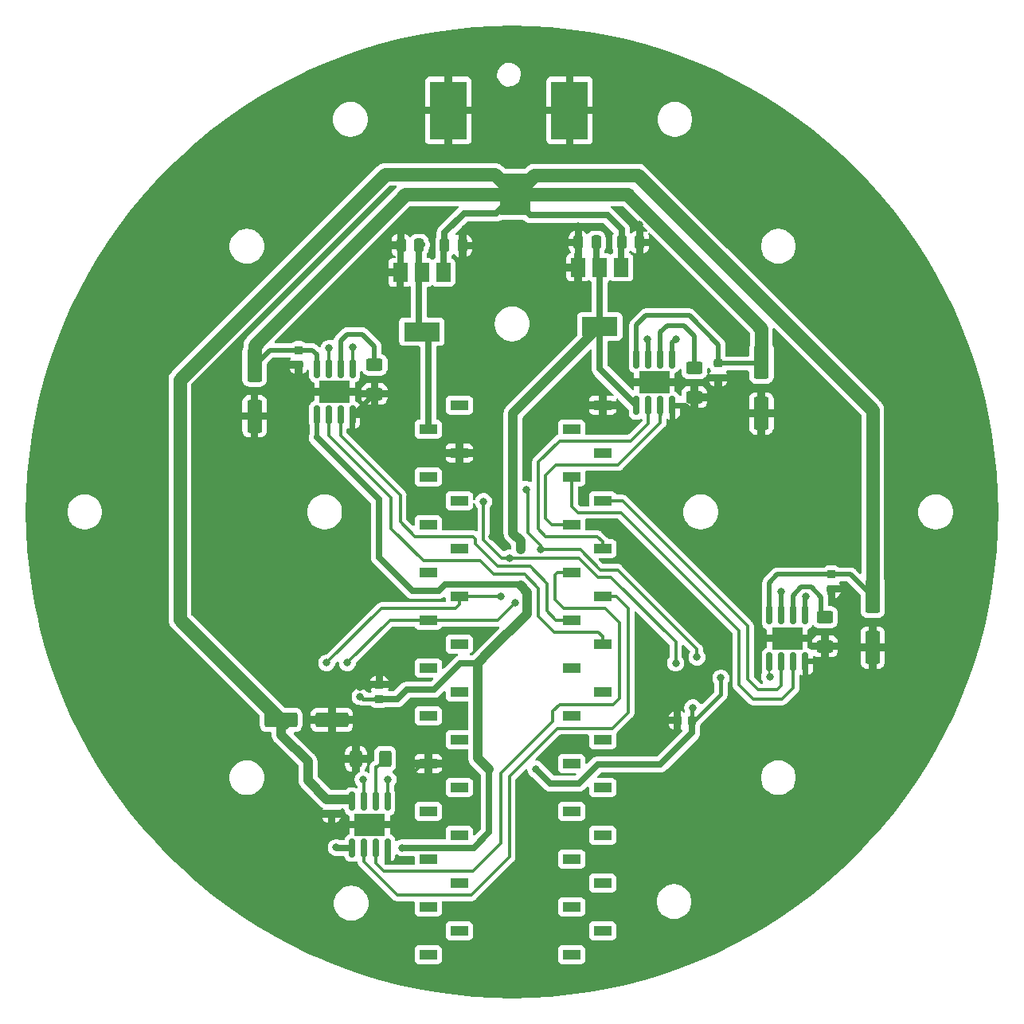
<source format=gbl>
%TF.GenerationSoftware,KiCad,Pcbnew,7.0.9-7.0.9~ubuntu23.04.1*%
%TF.CreationDate,2023-11-29T14:17:22+01:00*%
%TF.ProjectId,maglev cv2,6d61676c-6576-4206-9376-322e6b696361,rev?*%
%TF.SameCoordinates,Original*%
%TF.FileFunction,Copper,L2,Bot*%
%TF.FilePolarity,Positive*%
%FSLAX46Y46*%
G04 Gerber Fmt 4.6, Leading zero omitted, Abs format (unit mm)*
G04 Created by KiCad (PCBNEW 7.0.9-7.0.9~ubuntu23.04.1) date 2023-11-29 14:17:22*
%MOMM*%
%LPD*%
G01*
G04 APERTURE LIST*
G04 Aperture macros list*
%AMRoundRect*
0 Rectangle with rounded corners*
0 $1 Rounding radius*
0 $2 $3 $4 $5 $6 $7 $8 $9 X,Y pos of 4 corners*
0 Add a 4 corners polygon primitive as box body*
4,1,4,$2,$3,$4,$5,$6,$7,$8,$9,$2,$3,0*
0 Add four circle primitives for the rounded corners*
1,1,$1+$1,$2,$3*
1,1,$1+$1,$4,$5*
1,1,$1+$1,$6,$7*
1,1,$1+$1,$8,$9*
0 Add four rect primitives between the rounded corners*
20,1,$1+$1,$2,$3,$4,$5,0*
20,1,$1+$1,$4,$5,$6,$7,0*
20,1,$1+$1,$6,$7,$8,$9,0*
20,1,$1+$1,$8,$9,$2,$3,0*%
G04 Aperture macros list end*
%TA.AperFunction,SMDPad,CuDef*%
%ADD10RoundRect,0.250000X-0.250000X-0.475000X0.250000X-0.475000X0.250000X0.475000X-0.250000X0.475000X0*%
%TD*%
%TA.AperFunction,SMDPad,CuDef*%
%ADD11RoundRect,0.250000X-0.550000X1.500000X-0.550000X-1.500000X0.550000X-1.500000X0.550000X1.500000X0*%
%TD*%
%TA.AperFunction,SMDPad,CuDef*%
%ADD12RoundRect,0.250000X-0.625000X0.400000X-0.625000X-0.400000X0.625000X-0.400000X0.625000X0.400000X0*%
%TD*%
%TA.AperFunction,SMDPad,CuDef*%
%ADD13RoundRect,0.225000X-0.225000X-0.250000X0.225000X-0.250000X0.225000X0.250000X-0.225000X0.250000X0*%
%TD*%
%TA.AperFunction,SMDPad,CuDef*%
%ADD14RoundRect,0.150000X0.150000X-0.825000X0.150000X0.825000X-0.150000X0.825000X-0.150000X-0.825000X0*%
%TD*%
%TA.AperFunction,SMDPad,CuDef*%
%ADD15R,3.300000X2.410000*%
%TD*%
%TA.AperFunction,SMDPad,CuDef*%
%ADD16R,1.500000X2.000000*%
%TD*%
%TA.AperFunction,SMDPad,CuDef*%
%ADD17R,3.800000X2.000000*%
%TD*%
%TA.AperFunction,SMDPad,CuDef*%
%ADD18RoundRect,0.250000X-1.500000X-0.550000X1.500000X-0.550000X1.500000X0.550000X-1.500000X0.550000X0*%
%TD*%
%TA.AperFunction,SMDPad,CuDef*%
%ADD19R,1.900000X1.000000*%
%TD*%
%TA.AperFunction,SMDPad,CuDef*%
%ADD20RoundRect,0.250000X0.250000X0.475000X-0.250000X0.475000X-0.250000X-0.475000X0.250000X-0.475000X0*%
%TD*%
%TA.AperFunction,SMDPad,CuDef*%
%ADD21R,3.900000X6.200000*%
%TD*%
%TA.AperFunction,SMDPad,CuDef*%
%ADD22R,3.300000X4.400000*%
%TD*%
%TA.AperFunction,SMDPad,CuDef*%
%ADD23RoundRect,0.225000X-0.250000X0.225000X-0.250000X-0.225000X0.250000X-0.225000X0.250000X0.225000X0*%
%TD*%
%TA.AperFunction,SMDPad,CuDef*%
%ADD24RoundRect,0.250000X0.400000X0.625000X-0.400000X0.625000X-0.400000X-0.625000X0.400000X-0.625000X0*%
%TD*%
%TA.AperFunction,ViaPad*%
%ADD25C,0.800000*%
%TD*%
%TA.AperFunction,Conductor*%
%ADD26C,0.300000*%
%TD*%
%TA.AperFunction,Conductor*%
%ADD27C,0.700000*%
%TD*%
%TA.AperFunction,Conductor*%
%ADD28C,0.500000*%
%TD*%
%TA.AperFunction,Conductor*%
%ADD29C,1.000000*%
%TD*%
%TA.AperFunction,Conductor*%
%ADD30C,1.400000*%
%TD*%
%TA.AperFunction,Conductor*%
%ADD31C,0.200000*%
%TD*%
%TA.AperFunction,Conductor*%
%ADD32C,0.400000*%
%TD*%
%TA.AperFunction,Conductor*%
%ADD33C,0.250000*%
%TD*%
G04 APERTURE END LIST*
D10*
X139020000Y-70930400D03*
X140920000Y-70930400D03*
D11*
X172700000Y-83370400D03*
X172700000Y-88770400D03*
D12*
X179451000Y-110434000D03*
X179451000Y-113534000D03*
D13*
X163766200Y-121412000D03*
X165316200Y-121412000D03*
D10*
X134380000Y-70900400D03*
X136280000Y-70900400D03*
D14*
X132969000Y-134971000D03*
X131699000Y-134971000D03*
X130429000Y-134971000D03*
X129159000Y-134971000D03*
X129159000Y-130021000D03*
X130429000Y-130021000D03*
X131699000Y-130021000D03*
X132969000Y-130021000D03*
D15*
X131064000Y-132496000D03*
D14*
X129222000Y-88927000D03*
X127952000Y-88927000D03*
X126682000Y-88927000D03*
X125412000Y-88927000D03*
X125412000Y-83977000D03*
X126682000Y-83977000D03*
X127952000Y-83977000D03*
X129222000Y-83977000D03*
D15*
X127317000Y-86452000D03*
D11*
X118810000Y-83670400D03*
X118810000Y-89070400D03*
X184540000Y-108260400D03*
X184540000Y-113660400D03*
D16*
X134290000Y-73780400D03*
X136590000Y-73780400D03*
X138890000Y-73780400D03*
D17*
X136590000Y-80080400D03*
D18*
X121630000Y-121360400D03*
X127030000Y-121360400D03*
D19*
X140580000Y-87900400D03*
X137280000Y-90440400D03*
X140580000Y-92980400D03*
X137280000Y-95520400D03*
X140580000Y-98060400D03*
X137280000Y-100600400D03*
X140580000Y-103140400D03*
X137280000Y-105680400D03*
X140580000Y-108220400D03*
X137280000Y-110760400D03*
X140580000Y-113300400D03*
X137280000Y-115840400D03*
X140580000Y-118380400D03*
X137280000Y-120920400D03*
X140580000Y-123460400D03*
X137280000Y-126000400D03*
X140580000Y-128540400D03*
X137280000Y-131080400D03*
X140580000Y-133620400D03*
X137280000Y-136160400D03*
X140580000Y-138700400D03*
X137280000Y-141240400D03*
X140580000Y-143780400D03*
X137280000Y-146320400D03*
D12*
X131572000Y-83597000D03*
X131572000Y-86697000D03*
D20*
X159750000Y-70570400D03*
X157850000Y-70570400D03*
D21*
X152300000Y-56550000D03*
X139400000Y-56550000D03*
D22*
X146500000Y-65500000D03*
D14*
X163220000Y-87935400D03*
X161950000Y-87935400D03*
X160680000Y-87935400D03*
X159410000Y-87935400D03*
X159410000Y-82985400D03*
X160680000Y-82985400D03*
X161950000Y-82985400D03*
X163220000Y-82985400D03*
D15*
X161315000Y-85460400D03*
D23*
X127000000Y-129781000D03*
X127000000Y-131331000D03*
D12*
X165570000Y-83945400D03*
X165570000Y-87045400D03*
D16*
X153210000Y-73240400D03*
X155510000Y-73240400D03*
X157810000Y-73240400D03*
D17*
X155510000Y-79540400D03*
D14*
X177356000Y-115159000D03*
X176086000Y-115159000D03*
X174816000Y-115159000D03*
X173546000Y-115159000D03*
X173546000Y-110209000D03*
X174816000Y-110209000D03*
X176086000Y-110209000D03*
X177356000Y-110209000D03*
D15*
X175451000Y-112684000D03*
D23*
X132080000Y-117589000D03*
X132080000Y-119139000D03*
D20*
X155130000Y-70580400D03*
X153230000Y-70580400D03*
D23*
X123490000Y-82035400D03*
X123490000Y-83585400D03*
D19*
X155820000Y-87900400D03*
X152520000Y-90440400D03*
X155820000Y-92980400D03*
X152520000Y-95520400D03*
X155820000Y-98060400D03*
X152520000Y-100600400D03*
X155820000Y-103140400D03*
X152520000Y-105680400D03*
X155820000Y-108220400D03*
X152520000Y-110760400D03*
X155820000Y-113300400D03*
X152520000Y-115840400D03*
X155820000Y-118380400D03*
X152520000Y-120920400D03*
X155820000Y-123460400D03*
X152520000Y-126000400D03*
X155820000Y-128540400D03*
X152520000Y-131080400D03*
X155820000Y-133620400D03*
X152520000Y-136160400D03*
X155820000Y-138700400D03*
X152520000Y-141240400D03*
X155820000Y-143780400D03*
X152520000Y-146320400D03*
D24*
X132680000Y-125500400D03*
X129580000Y-125500400D03*
D23*
X168110000Y-83450400D03*
X168110000Y-85000400D03*
X180150000Y-105895400D03*
X180150000Y-107445400D03*
D25*
X147700000Y-96840400D03*
X139400000Y-60940400D03*
X135800000Y-56540400D03*
X139400000Y-51740400D03*
X142700000Y-56640400D03*
X148400000Y-56540400D03*
X152300000Y-61240400D03*
X152200000Y-51640400D03*
X155700000Y-56540400D03*
X116600000Y-89040400D03*
X120800000Y-89040400D03*
X126200000Y-123740400D03*
X130000000Y-121340400D03*
X186900000Y-113740400D03*
X182500000Y-113740400D03*
X170400000Y-88740400D03*
X174900000Y-88740400D03*
X143154400Y-98145600D03*
X179510000Y-115500400D03*
X181740000Y-107390400D03*
X134880000Y-127770400D03*
X134320000Y-69010400D03*
X165480000Y-88750400D03*
X159760000Y-68700400D03*
X123460000Y-85700400D03*
X144100000Y-101840400D03*
X155880000Y-86410400D03*
X153210000Y-68890400D03*
X134300000Y-136340400D03*
X168260000Y-86540400D03*
X163779200Y-120142000D03*
X130048000Y-117856000D03*
X133540000Y-86740400D03*
X141170000Y-69090400D03*
X148720000Y-126580400D03*
X146290000Y-94710400D03*
X168402000Y-116890800D03*
X143750000Y-126640400D03*
X130048000Y-118872000D03*
X134500000Y-134940400D03*
X165404800Y-120091200D03*
X127508000Y-134924800D03*
X147090000Y-103210400D03*
X147075104Y-107065296D03*
X173583600Y-116789200D03*
X130352800Y-127711200D03*
X132994400Y-127711200D03*
X126746000Y-81838800D03*
X129286000Y-81686400D03*
X174802800Y-107696000D03*
X177393600Y-108219000D03*
X160591600Y-80847200D03*
X163588800Y-80847200D03*
X146500000Y-108940400D03*
X128680000Y-115290400D03*
X165850000Y-114690400D03*
X149250400Y-103270400D03*
X126490000Y-115290400D03*
X145000000Y-108240400D03*
X163580000Y-115300400D03*
X145885667Y-104162499D03*
D26*
X150500000Y-121510400D02*
X145000000Y-127010400D01*
X150500000Y-120430400D02*
X150500000Y-121510400D01*
X145000000Y-127010400D02*
X145000000Y-134440400D01*
X151230000Y-119700400D02*
X150500000Y-120430400D01*
X157600000Y-119050400D02*
X156950000Y-119700400D01*
X152520000Y-105680400D02*
X150980000Y-105680400D01*
X157600000Y-111020400D02*
X157600000Y-119050400D01*
X156060000Y-109480400D02*
X157600000Y-111020400D01*
X150750000Y-105910400D02*
X150750000Y-108550400D01*
X150750000Y-108550400D02*
X151680000Y-109480400D01*
X151680000Y-109480400D02*
X156060000Y-109480400D01*
X156950000Y-119700400D02*
X151230000Y-119700400D01*
X150980000Y-105680400D02*
X150750000Y-105910400D01*
X145000000Y-134440400D02*
X142000000Y-137440400D01*
X142000000Y-137440400D02*
X132527582Y-137440400D01*
X132527582Y-137440400D02*
X131697582Y-136610400D01*
X131697582Y-136610400D02*
X131699000Y-136608982D01*
X131699000Y-136608982D02*
X131699000Y-134971000D01*
D27*
X134500000Y-134940400D02*
X142100000Y-134940400D01*
X142100000Y-134940400D02*
X143750000Y-133290400D01*
X143750000Y-133290400D02*
X143750000Y-126640400D01*
D26*
X155820000Y-108220400D02*
X157240000Y-108220400D01*
X157240000Y-108220400D02*
X158530000Y-109510400D01*
X133950000Y-139970400D02*
X130429000Y-136449400D01*
X158530000Y-109510400D02*
X158530000Y-120600400D01*
X130429000Y-136449400D02*
X130429000Y-134971000D01*
X158530000Y-120600400D02*
X156880000Y-122250400D01*
X156880000Y-122250400D02*
X151000000Y-122250400D01*
X151000000Y-122250400D02*
X145900000Y-127350400D01*
X145900000Y-127350400D02*
X145900000Y-135940400D01*
X145900000Y-135940400D02*
X141870000Y-139970400D01*
X141870000Y-139970400D02*
X133950000Y-139970400D01*
D28*
X133540000Y-86740400D02*
X133496600Y-86697000D01*
X133496600Y-86697000D02*
X131572000Y-86697000D01*
D27*
X147075104Y-107065296D02*
X146950208Y-106940400D01*
X146950208Y-106940400D02*
X139050000Y-106940400D01*
X139050000Y-106940400D02*
X138350000Y-107640400D01*
X138350000Y-107640400D02*
X135600000Y-107640400D01*
X135600000Y-107640400D02*
X132020000Y-104060400D01*
X132020000Y-104060400D02*
X132020000Y-97920400D01*
X132020000Y-97920400D02*
X125412000Y-91312400D01*
D26*
X147900000Y-97040400D02*
X147700000Y-96840400D01*
X149250400Y-102790800D02*
X148500000Y-102040400D01*
X147900000Y-99440400D02*
X147900000Y-97040400D01*
X149250400Y-103270400D02*
X149250400Y-102790800D01*
X148500000Y-102040400D02*
X147900000Y-101440400D01*
X147900000Y-101440400D02*
X147900000Y-99440400D01*
D29*
X147090000Y-102330400D02*
X146290000Y-101530400D01*
X147090000Y-103210400D02*
X147090000Y-102330400D01*
X146290000Y-101530400D02*
X146290000Y-94710400D01*
D30*
X184540000Y-108260400D02*
X184540000Y-88380400D01*
X184540000Y-88380400D02*
X159590000Y-63430400D01*
X159590000Y-63430400D02*
X148569600Y-63430400D01*
X148569600Y-63430400D02*
X146500000Y-65500000D01*
X172700000Y-83370400D02*
X172700000Y-79740400D01*
X172700000Y-79740400D02*
X158459600Y-65500000D01*
X158459600Y-65500000D02*
X146500000Y-65500000D01*
X146500000Y-65500000D02*
X144340400Y-63340400D01*
X132700000Y-63340400D02*
X110860000Y-85180400D01*
X144340400Y-63340400D02*
X132700000Y-63340400D01*
X110860000Y-85180400D02*
X110860000Y-110640400D01*
X110860000Y-110640400D02*
X121920000Y-121700400D01*
X146500000Y-65500000D02*
X134840400Y-65500000D01*
X134840400Y-65500000D02*
X118810000Y-81530400D01*
X118810000Y-81530400D02*
X118810000Y-83214000D01*
D28*
X179451000Y-110434000D02*
X179050000Y-110033000D01*
X179050000Y-110033000D02*
X179050000Y-108290400D01*
X179050000Y-108290400D02*
X178000000Y-107240400D01*
X176086000Y-108104400D02*
X176086000Y-110209000D01*
X178000000Y-107240400D02*
X176950000Y-107240400D01*
X176950000Y-107240400D02*
X176086000Y-108104400D01*
D26*
X176086000Y-115159000D02*
X176086000Y-117954400D01*
X174900000Y-119140400D02*
X171825000Y-119140400D01*
X176086000Y-117954400D02*
X174900000Y-119140400D01*
X170300000Y-111860400D02*
X157760000Y-99320400D01*
X171825000Y-119140400D02*
X170300000Y-117615400D01*
X170300000Y-117615400D02*
X170300000Y-111860400D01*
X157760000Y-99320400D02*
X153220000Y-99320400D01*
X153220000Y-99320400D02*
X152520000Y-98620400D01*
X152520000Y-98620400D02*
X152520000Y-95520400D01*
X155820000Y-98060400D02*
X157920000Y-98060400D01*
X171240000Y-117050400D02*
X172350000Y-118160400D01*
X157920000Y-98060400D02*
X171240000Y-111380400D01*
X171240000Y-111380400D02*
X171240000Y-117050400D01*
X172350000Y-118160400D02*
X174400000Y-118160400D01*
X174400000Y-118160400D02*
X174816000Y-117744400D01*
X174816000Y-117744400D02*
X174816000Y-115159000D01*
X152600000Y-112040400D02*
X150700000Y-112040400D01*
X150700000Y-112040400D02*
X149000000Y-110340400D01*
X149000000Y-110340400D02*
X149000000Y-107340400D01*
X149000000Y-107340400D02*
X147500000Y-105840400D01*
X147500000Y-105840400D02*
X144200000Y-105840400D01*
X142760000Y-104400400D02*
X136750000Y-104400400D01*
X144200000Y-105840400D02*
X142760000Y-104400400D01*
X136750000Y-104400400D02*
X133340000Y-100990400D01*
X133340000Y-100990400D02*
X133340000Y-97748400D01*
X133340000Y-97748400D02*
X126682000Y-91090400D01*
X126682000Y-91090400D02*
X126682000Y-88927000D01*
X127952000Y-88927000D02*
X127952000Y-91122400D01*
X134310000Y-97480400D02*
X134310000Y-100300400D01*
X127952000Y-91122400D02*
X134310000Y-97480400D01*
X144673223Y-105040400D02*
X148100000Y-105040400D01*
X149900000Y-109790400D02*
X150870000Y-110760400D01*
X134310000Y-100300400D02*
X135880000Y-101870400D01*
X135880000Y-101870400D02*
X142030000Y-101870400D01*
X148100000Y-105040400D02*
X149900000Y-106840400D01*
X150870000Y-110760400D02*
X152520000Y-110760400D01*
X142030000Y-101870400D02*
X142300000Y-102140400D01*
X142300000Y-102140400D02*
X142300000Y-102667177D01*
X142300000Y-102667177D02*
X144673223Y-105040400D01*
X149900000Y-106840400D02*
X149900000Y-109790400D01*
X145885667Y-104162499D02*
X153282099Y-104162499D01*
X153282099Y-104162499D02*
X155330000Y-106210400D01*
X155330000Y-106210400D02*
X156720000Y-106210400D01*
X156720000Y-106210400D02*
X163580000Y-113070400D01*
X163580000Y-113070400D02*
X163580000Y-115300400D01*
X143154400Y-102194800D02*
X143154400Y-98145600D01*
X145122099Y-104162499D02*
X143154400Y-102194800D01*
X145885667Y-104162499D02*
X145122099Y-104162499D01*
X145000000Y-108240400D02*
X140600000Y-108240400D01*
X140600000Y-108240400D02*
X140580000Y-108220400D01*
X146500000Y-108940400D02*
X144680000Y-110760400D01*
X144680000Y-110760400D02*
X137280000Y-110760400D01*
D31*
X173546000Y-115159000D02*
X173546000Y-116751600D01*
X173546000Y-116751600D02*
X173583600Y-116789200D01*
D26*
X134300000Y-136340400D02*
X134040000Y-136600400D01*
X134040000Y-136600400D02*
X132990000Y-136600400D01*
X132969000Y-136579400D02*
X132969000Y-134971000D01*
X132990000Y-136600400D02*
X132969000Y-136579400D01*
D27*
X143750000Y-114100400D02*
X142500000Y-115350400D01*
X142500000Y-115350400D02*
X140670000Y-115350400D01*
X137850000Y-118170400D02*
X134970000Y-118170400D01*
X140670000Y-115350400D02*
X137850000Y-118170400D01*
X134970000Y-118170400D02*
X134001400Y-119139000D01*
X134001400Y-119139000D02*
X132080000Y-119139000D01*
D29*
X147075104Y-107065296D02*
X147800000Y-107790192D01*
X147800000Y-107790192D02*
X147800000Y-110050400D01*
X147800000Y-110050400D02*
X143750000Y-114100400D01*
D26*
X155820000Y-113300400D02*
X155820000Y-112500400D01*
X155820000Y-112500400D02*
X155360000Y-112040400D01*
X155360000Y-112040400D02*
X152100000Y-112040400D01*
X131699000Y-126341000D02*
X131839400Y-126341000D01*
X131839400Y-126341000D02*
X132680000Y-125500400D01*
D28*
X168110000Y-86390400D02*
X168260000Y-86540400D01*
X179168600Y-115159000D02*
X179510000Y-115500400D01*
D26*
X136650000Y-126000400D02*
X134880000Y-127770400D01*
D27*
X134380000Y-70900400D02*
X134380000Y-69070400D01*
D28*
X129342000Y-88927000D02*
X131572000Y-86697000D01*
X164665000Y-87935400D02*
X165480000Y-88750400D01*
X181685000Y-107445400D02*
X181740000Y-107390400D01*
X179451000Y-113534000D02*
X179451000Y-115441400D01*
X123490000Y-83585400D02*
X123490000Y-85670400D01*
D27*
X175575949Y-112684000D02*
X175451000Y-112684000D01*
X161439949Y-85460400D02*
X161315000Y-85460400D01*
D28*
X163220000Y-87935400D02*
X164665000Y-87935400D01*
X165570000Y-87045400D02*
X165570000Y-88660400D01*
X180150000Y-107445400D02*
X181685000Y-107445400D01*
D32*
X163766200Y-121412000D02*
X163766200Y-120155000D01*
D28*
X177356000Y-115159000D02*
X179168600Y-115159000D01*
D27*
X140920000Y-69340400D02*
X141170000Y-69090400D01*
D28*
X123490000Y-85670400D02*
X123460000Y-85700400D01*
D27*
X134290000Y-73780400D02*
X134290000Y-70990400D01*
D32*
X134278600Y-70737433D02*
X134439138Y-70576895D01*
D26*
X155880000Y-87840400D02*
X155820000Y-87900400D01*
D27*
X153210000Y-70600400D02*
X153230000Y-70580400D01*
X131572000Y-86697000D02*
X131327000Y-86452000D01*
X153210000Y-70560400D02*
X153230000Y-70580400D01*
D28*
X123460000Y-85700400D02*
X123610000Y-85700400D01*
D29*
X175788082Y-112684000D02*
X175451000Y-112684000D01*
D27*
X159750000Y-68710400D02*
X159760000Y-68700400D01*
X132101016Y-117589000D02*
X132080000Y-117589000D01*
D28*
X168110000Y-85000400D02*
X168110000Y-86390400D01*
D27*
X132215616Y-117703600D02*
X132101016Y-117589000D01*
D29*
X127126024Y-86642976D02*
X127317000Y-86452000D01*
D26*
X137280000Y-126000400D02*
X136560000Y-126000400D01*
X155880000Y-86410400D02*
X155880000Y-87840400D01*
D28*
X129222000Y-88927000D02*
X129342000Y-88927000D01*
X179451000Y-115441400D02*
X179510000Y-115500400D01*
D27*
X127317000Y-86452000D02*
X127441949Y-86452000D01*
X134290000Y-70990400D02*
X134380000Y-70900400D01*
D28*
X124361600Y-86452000D02*
X127317000Y-86452000D01*
D32*
X163766200Y-120155000D02*
X163779200Y-120142000D01*
X130048000Y-117856000D02*
X131064000Y-117856000D01*
D27*
X140920000Y-70930400D02*
X140920000Y-69340400D01*
X165570000Y-87045400D02*
X166065000Y-87045400D01*
D28*
X165570000Y-88660400D02*
X165480000Y-88750400D01*
D33*
X152300000Y-56550000D02*
X152746000Y-56550000D01*
D27*
X134380000Y-69070400D02*
X134320000Y-69010400D01*
X153210000Y-73240400D02*
X153210000Y-70600400D01*
D32*
X131331000Y-117589000D02*
X132080000Y-117589000D01*
X131064000Y-117856000D02*
X131331000Y-117589000D01*
D27*
X153210000Y-68890400D02*
X153210000Y-70560400D01*
X159750000Y-70570400D02*
X159750000Y-68710400D01*
D26*
X137280000Y-126000400D02*
X136650000Y-126000400D01*
D28*
X123610000Y-85700400D02*
X124361600Y-86452000D01*
D29*
X146290000Y-88760400D02*
X155510000Y-79540400D01*
D27*
X153280000Y-128110400D02*
X150250000Y-128110400D01*
D32*
X130315000Y-119139000D02*
X130048000Y-118872000D01*
D27*
X150250000Y-128110400D02*
X148720000Y-126580400D01*
X161960000Y-126080400D02*
X155310000Y-126080400D01*
X155130000Y-70580400D02*
X155130000Y-72860400D01*
D32*
X165316200Y-121412000D02*
X165316200Y-120179800D01*
X168402000Y-118618000D02*
X165608000Y-121412000D01*
D27*
X159410000Y-87935400D02*
X155510000Y-84035400D01*
X155510000Y-73240400D02*
X155510000Y-79540400D01*
X155510000Y-84035400D02*
X155510000Y-79540400D01*
X165316200Y-122724200D02*
X161960000Y-126080400D01*
D32*
X132080000Y-119139000D02*
X130315000Y-119139000D01*
D27*
X155310000Y-126080400D02*
X153280000Y-128110400D01*
D32*
X165608000Y-121412000D02*
X165316200Y-121412000D01*
D27*
X127508000Y-134924800D02*
X127554200Y-134971000D01*
D28*
X125412000Y-90620400D02*
X125412000Y-91312400D01*
D27*
X155130000Y-72860400D02*
X155510000Y-73240400D01*
D29*
X142540000Y-115310400D02*
X142540000Y-125430400D01*
D27*
X165316200Y-121412000D02*
X165316200Y-122724200D01*
D32*
X165316200Y-120179800D02*
X165404800Y-120091200D01*
D29*
X146290000Y-94710400D02*
X146290000Y-88760400D01*
D27*
X127554200Y-134971000D02*
X129159000Y-134971000D01*
D29*
X143750000Y-114100400D02*
X142540000Y-115310400D01*
D27*
X155474800Y-73034800D02*
X155490000Y-73050000D01*
D28*
X125412000Y-88927000D02*
X125412000Y-90620400D01*
D29*
X142540000Y-125430400D02*
X143750000Y-126640400D01*
D32*
X168402000Y-116890800D02*
X168402000Y-118618000D01*
D27*
X146500000Y-65500000D02*
X146500000Y-66080400D01*
X138890000Y-71060400D02*
X139020000Y-70930400D01*
D28*
X125412000Y-82522400D02*
X124925000Y-82035400D01*
D29*
X124490000Y-125790400D02*
X121630000Y-122930400D01*
D28*
X168110000Y-83450400D02*
X168110000Y-81450400D01*
D29*
X126480600Y-129781000D02*
X124490000Y-127790400D01*
D28*
X174415000Y-105895400D02*
X173540000Y-106770400D01*
D27*
X141060000Y-67530400D02*
X144469600Y-67530400D01*
D28*
X173546000Y-106776400D02*
X173546000Y-110209000D01*
D27*
X148110000Y-67690400D02*
X156340000Y-67690400D01*
X156340000Y-67690400D02*
X157850000Y-69200400D01*
D29*
X124490000Y-127790400D02*
X124490000Y-125790400D01*
D28*
X124925000Y-82035400D02*
X123490000Y-82035400D01*
X172620000Y-83450400D02*
X172700000Y-83370400D01*
D27*
X139020000Y-69570400D02*
X141060000Y-67530400D01*
X157850000Y-69200400D02*
X157850000Y-70570400D01*
D28*
X159410000Y-79390400D02*
X159410000Y-82985400D01*
D27*
X157810000Y-73240400D02*
X157810000Y-70610400D01*
X146500000Y-66080400D02*
X148110000Y-67690400D01*
X139020000Y-70930400D02*
X139020000Y-69570400D01*
D28*
X120445000Y-82035400D02*
X118810000Y-83670400D01*
X168110000Y-83450400D02*
X172620000Y-83450400D01*
D30*
X157755600Y-73004200D02*
X157801400Y-73050000D01*
D29*
X127000000Y-129781000D02*
X128919000Y-129781000D01*
D28*
X168110000Y-81450400D02*
X165020000Y-78360400D01*
D27*
X157810000Y-70610400D02*
X157850000Y-70570400D01*
D28*
X125412000Y-83977000D02*
X125412000Y-82522400D01*
X182175000Y-105895400D02*
X180150000Y-105895400D01*
X173540000Y-106770400D02*
X173546000Y-106776400D01*
X180150000Y-105895400D02*
X174415000Y-105895400D01*
D27*
X138890000Y-73780400D02*
X138890000Y-71060400D01*
D29*
X127000000Y-129781000D02*
X126480600Y-129781000D01*
D28*
X160440000Y-78360400D02*
X159410000Y-79390400D01*
D29*
X138987337Y-73644063D02*
X138901400Y-73730000D01*
D28*
X123490000Y-82035400D02*
X120445000Y-82035400D01*
D27*
X144469600Y-67530400D02*
X146500000Y-65500000D01*
D28*
X184540000Y-108260400D02*
X182175000Y-105895400D01*
D29*
X121630000Y-122930400D02*
X121630000Y-121360400D01*
D28*
X165020000Y-78360400D02*
X160440000Y-78360400D01*
D27*
X137280000Y-80770400D02*
X136590000Y-80080400D01*
X136590000Y-70827757D02*
X136339138Y-70576895D01*
X136280000Y-70900400D02*
X136280000Y-73470400D01*
X137280000Y-90440400D02*
X137280000Y-80770400D01*
X136280000Y-70900400D02*
X136280000Y-79770400D01*
X136280000Y-73470400D02*
X136590000Y-73780400D01*
X136280000Y-79770400D02*
X136590000Y-80080400D01*
D28*
X161950000Y-80150400D02*
X161950000Y-82985400D01*
X164470000Y-79420400D02*
X162680000Y-79420400D01*
X162680000Y-79420400D02*
X161950000Y-80150400D01*
X165570000Y-80520400D02*
X164470000Y-79420400D01*
X165570000Y-83945400D02*
X165570000Y-80520400D01*
D26*
X131699000Y-130021000D02*
X131699000Y-126341000D01*
D28*
X128642000Y-80360400D02*
X127952000Y-81050400D01*
X131572000Y-83597000D02*
X131572000Y-81672400D01*
X127952000Y-81050400D02*
X127952000Y-83977000D01*
X130260000Y-80360400D02*
X128642000Y-80360400D01*
X131572000Y-81672400D02*
X130260000Y-80360400D01*
D26*
X130429000Y-127787400D02*
X130352800Y-127711200D01*
X130429000Y-130021000D02*
X130429000Y-127787400D01*
X132969000Y-130021000D02*
X132969000Y-127736600D01*
X132969000Y-127736600D02*
X132994400Y-127711200D01*
X126682000Y-81902800D02*
X126746000Y-81838800D01*
X126682000Y-83977000D02*
X126682000Y-81902800D01*
X129222000Y-81750400D02*
X129286000Y-81686400D01*
X129222000Y-83977000D02*
X129222000Y-81750400D01*
D28*
X174802800Y-107696000D02*
X174802800Y-110195800D01*
X174802800Y-110195800D02*
X174816000Y-110209000D01*
X177356000Y-108256600D02*
X177393600Y-108219000D01*
X177356000Y-110209000D02*
X177356000Y-108256600D01*
X160680000Y-82985400D02*
X160680000Y-80935600D01*
X160680000Y-80935600D02*
X160591600Y-80847200D01*
X163220000Y-81216000D02*
X163588800Y-80847200D01*
X163220000Y-82985400D02*
X163220000Y-81216000D01*
D26*
X149760000Y-95340400D02*
X150860000Y-94240400D01*
D32*
X161950000Y-88860400D02*
X161950000Y-87935400D01*
D26*
X161950000Y-89750400D02*
X161950000Y-87935400D01*
X157460000Y-94240400D02*
X161950000Y-89750400D01*
X149760000Y-99910400D02*
X149760000Y-95340400D01*
X150860000Y-94240400D02*
X157460000Y-94240400D01*
X152520000Y-100600400D02*
X150450000Y-100600400D01*
X150450000Y-100600400D02*
X149760000Y-99910400D01*
X160680000Y-89820400D02*
X158820000Y-91680400D01*
X148970000Y-101070400D02*
X149770000Y-101870400D01*
X149770000Y-101870400D02*
X155280000Y-101870400D01*
X155820000Y-102410400D02*
X155820000Y-103140400D01*
X148970000Y-93940400D02*
X148970000Y-101070400D01*
X151230000Y-91680400D02*
X148970000Y-93940400D01*
X155280000Y-101870400D02*
X155820000Y-102410400D01*
X158820000Y-91680400D02*
X151230000Y-91680400D01*
X160680000Y-87935400D02*
X160680000Y-89820400D01*
D32*
X131697582Y-134972418D02*
X131699000Y-134971000D01*
D26*
X165850000Y-113850400D02*
X165850000Y-114690400D01*
X155560000Y-105410400D02*
X157410000Y-105410400D01*
X128680000Y-115290400D02*
X133210000Y-110760400D01*
X149250400Y-103270400D02*
X153420000Y-103270400D01*
X157410000Y-105410400D02*
X165850000Y-113850400D01*
X153420000Y-103270400D02*
X155560000Y-105410400D01*
X133210000Y-110760400D02*
X137280000Y-110760400D01*
X132280000Y-109500400D02*
X126490000Y-115290400D01*
X140130000Y-109500400D02*
X132280000Y-109500400D01*
X140580000Y-108220400D02*
X140580000Y-109050400D01*
X140580000Y-109050400D02*
X140130000Y-109500400D01*
%TA.AperFunction,Conductor*%
G36*
X133232681Y-134707319D02*
G01*
X133269000Y-134795000D01*
X133269000Y-136436279D01*
X133289825Y-136433537D01*
X133497576Y-136336661D01*
X133659661Y-136174576D01*
X133756537Y-135966826D01*
X133768998Y-135872172D01*
X133769000Y-135872155D01*
X133769000Y-135768130D01*
X133805319Y-135680449D01*
X133893000Y-135644130D01*
X133960039Y-135663814D01*
X134122072Y-135767947D01*
X134200240Y-135790899D01*
X134370527Y-135840900D01*
X134370528Y-135840900D01*
X134629472Y-135840900D01*
X134782650Y-135795923D01*
X134817585Y-135790900D01*
X135705500Y-135790900D01*
X135793181Y-135827219D01*
X135829500Y-135914900D01*
X135829501Y-136665900D01*
X135793182Y-136753581D01*
X135705501Y-136789900D01*
X132848390Y-136789900D01*
X132760709Y-136753581D01*
X132642426Y-136635298D01*
X132606107Y-136547617D01*
X132642426Y-136459936D01*
X132648350Y-136454388D01*
X132669000Y-136436278D01*
X132669000Y-134795000D01*
X132705319Y-134707319D01*
X132793000Y-134671000D01*
X133145000Y-134671000D01*
X133232681Y-134707319D01*
G37*
%TD.AperFunction*%
%TA.AperFunction,Conductor*%
G36*
X154623181Y-82017501D02*
G01*
X154659500Y-82105182D01*
X154659500Y-84170104D01*
X154659501Y-84170111D01*
X154677425Y-84225277D01*
X154681967Y-84244196D01*
X154691042Y-84301493D01*
X154691043Y-84301497D01*
X154717377Y-84353181D01*
X154724822Y-84371154D01*
X154742751Y-84426331D01*
X154776851Y-84473265D01*
X154787017Y-84489855D01*
X154813353Y-84541541D01*
X154813358Y-84541548D01*
X155010922Y-84739111D01*
X155010928Y-84739116D01*
X156970807Y-86698995D01*
X157007126Y-86786676D01*
X156970807Y-86874357D01*
X156883126Y-86910676D01*
X156858936Y-86908294D01*
X156819248Y-86900400D01*
X156220000Y-86900400D01*
X156220000Y-87500400D01*
X157270000Y-87500400D01*
X157270000Y-87351149D01*
X157262106Y-87311465D01*
X157280620Y-87218383D01*
X157359531Y-87165656D01*
X157452613Y-87184170D01*
X157471404Y-87199592D01*
X158573181Y-88301369D01*
X158609500Y-88389050D01*
X158609500Y-88836617D01*
X158609501Y-88836634D01*
X158621971Y-88931359D01*
X158621972Y-88931360D01*
X158718921Y-89139267D01*
X158881133Y-89301479D01*
X159087988Y-89397937D01*
X159089039Y-89398427D01*
X159089040Y-89398428D01*
X159106132Y-89400678D01*
X159183776Y-89410900D01*
X159183783Y-89410900D01*
X159636217Y-89410900D01*
X159636224Y-89410900D01*
X159730959Y-89398428D01*
X159853095Y-89341474D01*
X159947910Y-89337335D01*
X160017882Y-89401452D01*
X160029500Y-89453857D01*
X160029500Y-89499592D01*
X159993181Y-89587273D01*
X158586873Y-90993581D01*
X158499192Y-91029900D01*
X154094500Y-91029900D01*
X154006819Y-90993581D01*
X153970500Y-90905900D01*
X153970499Y-89891110D01*
X153970499Y-89891108D01*
X153941460Y-89745115D01*
X153941459Y-89745114D01*
X153941459Y-89745112D01*
X153886024Y-89662148D01*
X153830840Y-89579560D01*
X153665285Y-89468940D01*
X153665283Y-89468939D01*
X153665280Y-89468938D01*
X153519296Y-89439900D01*
X151520710Y-89439900D01*
X151374712Y-89468940D01*
X151209160Y-89579560D01*
X151098540Y-89745115D01*
X151098538Y-89745119D01*
X151069500Y-89891102D01*
X151069500Y-90950340D01*
X151033181Y-91038021D01*
X151007497Y-91057729D01*
X150993049Y-91066070D01*
X150963151Y-91078454D01*
X150950848Y-91081750D01*
X150950845Y-91081752D01*
X150882373Y-91129695D01*
X150877811Y-91132602D01*
X150805415Y-91174401D01*
X150805414Y-91174401D01*
X150751681Y-91238437D01*
X150748026Y-91242426D01*
X148532024Y-93458428D01*
X148528035Y-93462083D01*
X148464001Y-93515814D01*
X148464001Y-93515815D01*
X148422202Y-93588211D01*
X148419295Y-93592773D01*
X148371352Y-93661245D01*
X148371350Y-93661248D01*
X148368054Y-93673551D01*
X148355672Y-93703445D01*
X148349300Y-93714481D01*
X148334783Y-93796804D01*
X148333612Y-93802084D01*
X148311977Y-93882830D01*
X148319264Y-93966106D01*
X148319500Y-93971513D01*
X148319500Y-95941012D01*
X148283181Y-96028693D01*
X148195500Y-96065012D01*
X148128462Y-96045328D01*
X148077928Y-96012852D01*
X147829473Y-95939900D01*
X147829472Y-95939900D01*
X147570528Y-95939900D01*
X147570525Y-95939900D01*
X147449434Y-95975455D01*
X147355072Y-95965310D01*
X147295523Y-95891412D01*
X147290500Y-95856478D01*
X147290500Y-89226182D01*
X147326819Y-89138501D01*
X148164920Y-88300400D01*
X154370000Y-88300400D01*
X154370000Y-88449652D01*
X154399008Y-88595485D01*
X154399010Y-88595489D01*
X154509520Y-88760879D01*
X154674910Y-88871389D01*
X154674914Y-88871391D01*
X154820747Y-88900399D01*
X154820750Y-88900400D01*
X155420000Y-88900400D01*
X155420000Y-88300400D01*
X156220000Y-88300400D01*
X156220000Y-88900400D01*
X156819250Y-88900400D01*
X156819252Y-88900399D01*
X156965085Y-88871391D01*
X156965089Y-88871389D01*
X157130479Y-88760879D01*
X157240989Y-88595489D01*
X157240991Y-88595485D01*
X157269999Y-88449652D01*
X157270000Y-88449650D01*
X157270000Y-88300400D01*
X156220000Y-88300400D01*
X155420000Y-88300400D01*
X154370000Y-88300400D01*
X148164920Y-88300400D01*
X148964920Y-87500400D01*
X154370000Y-87500400D01*
X155420000Y-87500400D01*
X155420000Y-86900400D01*
X154820749Y-86900400D01*
X154674914Y-86929408D01*
X154674910Y-86929410D01*
X154509520Y-87039920D01*
X154399010Y-87205310D01*
X154399008Y-87205314D01*
X154370000Y-87351147D01*
X154370000Y-87500400D01*
X148964920Y-87500400D01*
X154447819Y-82017501D01*
X154535500Y-81981182D01*
X154623181Y-82017501D01*
G37*
%TD.AperFunction*%
%TA.AperFunction,Conductor*%
G36*
X148212213Y-47590358D02*
G01*
X150238796Y-47709872D01*
X152259125Y-47908857D01*
X154270084Y-48187007D01*
X156268572Y-48543891D01*
X158251509Y-48978961D01*
X160215836Y-49491546D01*
X162158524Y-50080854D01*
X164076579Y-50745977D01*
X165967042Y-51485890D01*
X167826999Y-52299452D01*
X169653582Y-53185408D01*
X171443974Y-54142393D01*
X173195415Y-55168930D01*
X174905203Y-56263437D01*
X176570704Y-57424226D01*
X178189348Y-58649507D01*
X179758639Y-59937393D01*
X181276159Y-61285893D01*
X182739567Y-62692933D01*
X184146607Y-64156341D01*
X185495107Y-65673861D01*
X186782993Y-67243152D01*
X188008274Y-68861796D01*
X189169063Y-70527297D01*
X190263570Y-72237085D01*
X191290107Y-73988526D01*
X192247092Y-75778918D01*
X193133048Y-77605501D01*
X193946610Y-79465458D01*
X194686523Y-81355921D01*
X195351646Y-83273976D01*
X195940954Y-85216664D01*
X196453539Y-87180991D01*
X196888609Y-89163928D01*
X197245493Y-91162416D01*
X197523643Y-93173375D01*
X197722628Y-95193704D01*
X197842142Y-97220287D01*
X197882000Y-99250000D01*
X197842142Y-101279713D01*
X197722628Y-103306296D01*
X197523643Y-105326625D01*
X197245493Y-107337584D01*
X196888609Y-109336072D01*
X196453539Y-111319009D01*
X195940954Y-113283336D01*
X195351646Y-115226024D01*
X194686523Y-117144079D01*
X193946610Y-119034542D01*
X193133048Y-120894499D01*
X192247092Y-122721082D01*
X191290107Y-124511474D01*
X190263570Y-126262915D01*
X189169063Y-127972703D01*
X188008274Y-129638204D01*
X186782993Y-131256848D01*
X185495107Y-132826139D01*
X184146607Y-134343659D01*
X182739567Y-135807067D01*
X181276159Y-137214107D01*
X179758639Y-138562607D01*
X178189348Y-139850493D01*
X176570704Y-141075774D01*
X174905203Y-142236563D01*
X173195415Y-143331070D01*
X171443974Y-144357607D01*
X169653582Y-145314592D01*
X167826999Y-146200548D01*
X165967042Y-147014110D01*
X164076579Y-147754023D01*
X162158524Y-148419146D01*
X160215836Y-149008454D01*
X158251509Y-149521039D01*
X156268572Y-149956109D01*
X154270084Y-150312993D01*
X152259125Y-150591143D01*
X150238796Y-150790128D01*
X148212213Y-150909642D01*
X146182500Y-150949500D01*
X144152787Y-150909642D01*
X142126204Y-150790128D01*
X140105875Y-150591143D01*
X138094916Y-150312993D01*
X136096428Y-149956109D01*
X134113491Y-149521039D01*
X132149164Y-149008454D01*
X130206476Y-148419146D01*
X128288421Y-147754023D01*
X126397958Y-147014110D01*
X126067784Y-146869689D01*
X135829500Y-146869689D01*
X135858540Y-147015687D01*
X135932286Y-147126055D01*
X135969160Y-147181240D01*
X136134715Y-147291860D01*
X136134718Y-147291860D01*
X136134719Y-147291861D01*
X136207711Y-147306380D01*
X136280707Y-147320900D01*
X138279292Y-147320899D01*
X138425285Y-147291860D01*
X138425286Y-147291859D01*
X138425287Y-147291859D01*
X138453066Y-147273297D01*
X138590840Y-147181240D01*
X138701460Y-147015685D01*
X138730500Y-146869693D01*
X138730500Y-146869689D01*
X151069500Y-146869689D01*
X151098540Y-147015687D01*
X151172286Y-147126055D01*
X151209160Y-147181240D01*
X151374715Y-147291860D01*
X151374718Y-147291860D01*
X151374719Y-147291861D01*
X151447711Y-147306380D01*
X151520707Y-147320900D01*
X153519292Y-147320899D01*
X153665285Y-147291860D01*
X153665286Y-147291859D01*
X153665287Y-147291859D01*
X153693066Y-147273297D01*
X153830840Y-147181240D01*
X153941460Y-147015685D01*
X153970500Y-146869693D01*
X153970499Y-145771108D01*
X153941460Y-145625115D01*
X153941459Y-145625114D01*
X153941459Y-145625112D01*
X153879368Y-145532187D01*
X153830840Y-145459560D01*
X153665285Y-145348940D01*
X153665283Y-145348939D01*
X153665280Y-145348938D01*
X153519296Y-145319900D01*
X151520710Y-145319900D01*
X151374712Y-145348940D01*
X151209160Y-145459560D01*
X151098540Y-145625115D01*
X151098538Y-145625119D01*
X151069500Y-145771102D01*
X151069500Y-146869689D01*
X138730500Y-146869689D01*
X138730499Y-145771108D01*
X138701460Y-145625115D01*
X138701459Y-145625114D01*
X138701459Y-145625112D01*
X138639368Y-145532187D01*
X138590840Y-145459560D01*
X138425285Y-145348940D01*
X138425283Y-145348939D01*
X138425280Y-145348938D01*
X138279296Y-145319900D01*
X136280710Y-145319900D01*
X136134712Y-145348940D01*
X135969160Y-145459560D01*
X135858540Y-145625115D01*
X135858538Y-145625119D01*
X135829500Y-145771102D01*
X135829500Y-146869689D01*
X126067784Y-146869689D01*
X124538001Y-146200548D01*
X122711418Y-145314592D01*
X120921026Y-144357607D01*
X120873393Y-144329689D01*
X139129500Y-144329689D01*
X139158540Y-144475687D01*
X139209585Y-144552080D01*
X139269160Y-144641240D01*
X139434715Y-144751860D01*
X139434718Y-144751860D01*
X139434719Y-144751861D01*
X139507711Y-144766380D01*
X139580707Y-144780900D01*
X141579292Y-144780899D01*
X141725285Y-144751860D01*
X141725286Y-144751859D01*
X141725287Y-144751859D01*
X141753066Y-144733297D01*
X141890840Y-144641240D01*
X142001460Y-144475685D01*
X142030500Y-144329693D01*
X142030500Y-144329689D01*
X154369500Y-144329689D01*
X154398540Y-144475687D01*
X154449585Y-144552080D01*
X154509160Y-144641240D01*
X154674715Y-144751860D01*
X154674718Y-144751860D01*
X154674719Y-144751861D01*
X154747711Y-144766380D01*
X154820707Y-144780900D01*
X156819292Y-144780899D01*
X156965285Y-144751860D01*
X156965286Y-144751859D01*
X156965287Y-144751859D01*
X156993066Y-144733297D01*
X157130840Y-144641240D01*
X157241460Y-144475685D01*
X157270500Y-144329693D01*
X157270499Y-143231108D01*
X157241460Y-143085115D01*
X157241459Y-143085114D01*
X157241459Y-143085112D01*
X157186024Y-143002148D01*
X157130840Y-142919560D01*
X156965285Y-142808940D01*
X156965283Y-142808939D01*
X156965280Y-142808938D01*
X156819296Y-142779900D01*
X154820710Y-142779900D01*
X154674712Y-142808940D01*
X154509160Y-142919560D01*
X154398540Y-143085115D01*
X154398538Y-143085119D01*
X154369500Y-143231102D01*
X154369500Y-144329689D01*
X142030500Y-144329689D01*
X142030499Y-143231108D01*
X142001460Y-143085115D01*
X142001459Y-143085114D01*
X142001459Y-143085112D01*
X141946024Y-143002148D01*
X141890840Y-142919560D01*
X141725285Y-142808940D01*
X141725283Y-142808939D01*
X141725280Y-142808938D01*
X141579296Y-142779900D01*
X139580710Y-142779900D01*
X139434712Y-142808940D01*
X139269160Y-142919560D01*
X139158540Y-143085115D01*
X139158538Y-143085119D01*
X139129500Y-143231102D01*
X139129500Y-144329689D01*
X120873393Y-144329689D01*
X119169585Y-143331070D01*
X117459797Y-142236563D01*
X115794296Y-141075774D01*
X115756751Y-141047353D01*
X127226525Y-141047353D01*
X127307400Y-141427844D01*
X127307402Y-141427849D01*
X127465618Y-141783204D01*
X127465620Y-141783209D01*
X127694259Y-142097904D01*
X127694265Y-142097911D01*
X127820821Y-142211861D01*
X127983337Y-142358191D01*
X128320213Y-142552687D01*
X128690165Y-142672891D01*
X128980046Y-142703359D01*
X128980051Y-142703359D01*
X129173999Y-142703359D01*
X129174004Y-142703359D01*
X129463885Y-142672891D01*
X129833837Y-142552687D01*
X130170713Y-142358191D01*
X130397162Y-142154295D01*
X130459784Y-142097911D01*
X130459785Y-142097908D01*
X130459789Y-142097906D01*
X130688432Y-141783206D01*
X130846649Y-141427845D01*
X130927525Y-141047354D01*
X130927525Y-140658364D01*
X130846649Y-140277873D01*
X130688432Y-139922513D01*
X130688429Y-139922509D01*
X130688429Y-139922508D01*
X130459790Y-139607813D01*
X130459784Y-139607806D01*
X130224198Y-139395685D01*
X130170713Y-139347527D01*
X129833837Y-139153031D01*
X129833836Y-139153030D01*
X129833835Y-139153030D01*
X129463886Y-139032827D01*
X129415571Y-139027749D01*
X129174004Y-139002359D01*
X128980046Y-139002359D01*
X128772988Y-139024121D01*
X128690163Y-139032827D01*
X128320214Y-139153030D01*
X127983338Y-139347526D01*
X127694265Y-139607806D01*
X127694259Y-139607813D01*
X127465621Y-139922506D01*
X127465618Y-139922510D01*
X127465618Y-139922512D01*
X127346955Y-140189032D01*
X127307400Y-140277875D01*
X127226525Y-140658364D01*
X127226525Y-141047353D01*
X115756751Y-141047353D01*
X114175652Y-139850493D01*
X112606361Y-138562607D01*
X111088841Y-137214107D01*
X109625433Y-135807067D01*
X108218393Y-134343659D01*
X106869893Y-132826139D01*
X105971134Y-131731000D01*
X126040472Y-131731000D01*
X126045531Y-131765727D01*
X126151802Y-131983108D01*
X126322891Y-132154197D01*
X126540270Y-132260467D01*
X126600000Y-132269169D01*
X126600000Y-131731000D01*
X127400000Y-131731000D01*
X127400000Y-132269168D01*
X127459726Y-132260468D01*
X127677108Y-132154197D01*
X127848197Y-131983108D01*
X127954468Y-131765727D01*
X127959528Y-131731000D01*
X127400000Y-131731000D01*
X126600000Y-131731000D01*
X126040472Y-131731000D01*
X105971134Y-131731000D01*
X105582007Y-131256848D01*
X104356726Y-129638204D01*
X103195937Y-127972703D01*
X103017844Y-127694495D01*
X116149500Y-127694495D01*
X116153051Y-127711200D01*
X116230375Y-128074985D01*
X116230377Y-128074990D01*
X116388593Y-128430345D01*
X116388595Y-128430350D01*
X116617234Y-128745045D01*
X116617240Y-128745052D01*
X116764502Y-128877646D01*
X116906312Y-129005332D01*
X117243188Y-129199828D01*
X117613140Y-129320032D01*
X117903021Y-129350500D01*
X117903026Y-129350500D01*
X118096974Y-129350500D01*
X118096979Y-129350500D01*
X118386860Y-129320032D01*
X118756812Y-129199828D01*
X119093688Y-129005332D01*
X119320137Y-128801436D01*
X119382759Y-128745052D01*
X119382760Y-128745049D01*
X119382764Y-128745047D01*
X119611407Y-128430347D01*
X119769624Y-128074986D01*
X119850500Y-127694495D01*
X119850500Y-127305505D01*
X119769624Y-126925014D01*
X119766039Y-126916963D01*
X119715468Y-126803379D01*
X119611407Y-126569654D01*
X119611404Y-126569650D01*
X119611404Y-126569649D01*
X119382765Y-126254954D01*
X119382759Y-126254947D01*
X119171841Y-126065037D01*
X119093688Y-125994668D01*
X118756812Y-125800172D01*
X118756811Y-125800171D01*
X118756810Y-125800171D01*
X118386861Y-125679968D01*
X118338546Y-125674890D01*
X118096979Y-125649500D01*
X117903021Y-125649500D01*
X117695963Y-125671262D01*
X117613138Y-125679968D01*
X117243189Y-125800171D01*
X116906313Y-125994667D01*
X116617240Y-126254947D01*
X116617234Y-126254954D01*
X116388596Y-126569647D01*
X116388593Y-126569651D01*
X116388593Y-126569653D01*
X116359894Y-126634113D01*
X116230375Y-126925016D01*
X116159984Y-127256182D01*
X116149500Y-127305505D01*
X116149500Y-127694495D01*
X103017844Y-127694495D01*
X102101430Y-126262915D01*
X101074893Y-124511474D01*
X100117908Y-122721082D01*
X99231952Y-120894499D01*
X98418390Y-119034542D01*
X97678477Y-117144079D01*
X97013354Y-115226024D01*
X96424046Y-113283336D01*
X95911461Y-111319009D01*
X95762570Y-110640400D01*
X109649140Y-110640400D01*
X109690400Y-110953795D01*
X109697049Y-110969845D01*
X109811365Y-111245830D01*
X109894046Y-111353581D01*
X110003793Y-111496607D01*
X110063535Y-111542448D01*
X110069625Y-111547789D01*
X114712736Y-116190900D01*
X119343181Y-120821345D01*
X119379500Y-120909026D01*
X119379500Y-121981622D01*
X119400754Y-122127504D01*
X119510762Y-122352530D01*
X119687869Y-122529637D01*
X119687870Y-122529637D01*
X119687872Y-122529639D01*
X119912894Y-122639645D01*
X119985836Y-122650272D01*
X120058777Y-122660900D01*
X120058778Y-122660900D01*
X120505500Y-122660900D01*
X120593181Y-122697219D01*
X120629500Y-122784900D01*
X120629500Y-122809504D01*
X120626666Y-122835861D01*
X120621787Y-122858287D01*
X120621787Y-122858291D01*
X120629342Y-122963918D01*
X120629500Y-122968343D01*
X120629500Y-123001955D01*
X120632165Y-123020493D01*
X120634282Y-123035223D01*
X120634755Y-123039622D01*
X120642312Y-123145258D01*
X120650335Y-123166771D01*
X120656888Y-123192449D01*
X120660155Y-123215170D01*
X120704148Y-123311500D01*
X120705842Y-123315590D01*
X120742852Y-123414818D01*
X120756608Y-123433194D01*
X120770133Y-123455988D01*
X120779672Y-123476875D01*
X120779673Y-123476876D01*
X120849020Y-123556907D01*
X120851797Y-123560353D01*
X120867369Y-123581153D01*
X120871943Y-123587263D01*
X120871950Y-123587270D01*
X120895700Y-123611020D01*
X120898717Y-123614260D01*
X120968075Y-123694303D01*
X120987386Y-123706713D01*
X121008028Y-123723348D01*
X123453181Y-126168501D01*
X123489500Y-126256182D01*
X123489500Y-127669504D01*
X123486666Y-127695861D01*
X123481787Y-127718287D01*
X123481787Y-127718291D01*
X123489342Y-127823918D01*
X123489500Y-127828343D01*
X123489500Y-127861955D01*
X123492165Y-127880493D01*
X123494282Y-127895223D01*
X123494755Y-127899622D01*
X123502312Y-128005258D01*
X123510335Y-128026771D01*
X123516888Y-128052449D01*
X123520155Y-128075170D01*
X123564148Y-128171500D01*
X123565842Y-128175590D01*
X123602852Y-128274818D01*
X123616608Y-128293194D01*
X123630133Y-128315988D01*
X123639672Y-128336875D01*
X123639673Y-128336876D01*
X123709020Y-128416907D01*
X123711797Y-128420353D01*
X123719283Y-128430352D01*
X123731943Y-128447263D01*
X123731950Y-128447270D01*
X123755700Y-128471020D01*
X123758717Y-128474260D01*
X123828075Y-128554303D01*
X123847386Y-128566713D01*
X123868028Y-128583348D01*
X125687653Y-130402973D01*
X125704287Y-130423615D01*
X125716695Y-130442923D01*
X125716701Y-130442929D01*
X125796731Y-130512275D01*
X125799972Y-130515293D01*
X125823735Y-130539056D01*
X125823744Y-130539064D01*
X125850650Y-130559205D01*
X125854093Y-130561979D01*
X125934127Y-130631329D01*
X125955006Y-130640864D01*
X125977799Y-130654387D01*
X125996181Y-130668148D01*
X126004117Y-130671108D01*
X126073577Y-130735775D01*
X126076967Y-130830620D01*
X126072185Y-130841747D01*
X126045532Y-130896267D01*
X126045531Y-130896271D01*
X126040471Y-130930999D01*
X126040472Y-130931000D01*
X127959528Y-130931000D01*
X127959527Y-130930999D01*
X127958417Y-130923377D01*
X127981716Y-130831376D01*
X128063245Y-130782795D01*
X128081122Y-130781500D01*
X128234500Y-130781500D01*
X128322181Y-130817819D01*
X128358500Y-130905500D01*
X128358500Y-130922217D01*
X128358501Y-130922234D01*
X128370971Y-131016959D01*
X128370972Y-131016960D01*
X128467921Y-131224867D01*
X128630133Y-131387079D01*
X128829227Y-131479918D01*
X128842405Y-131486063D01*
X128906522Y-131556035D01*
X128914000Y-131598445D01*
X128914000Y-132096000D01*
X133214000Y-132096000D01*
X133214000Y-131629689D01*
X135829500Y-131629689D01*
X135858540Y-131775687D01*
X135932286Y-131886055D01*
X135969160Y-131941240D01*
X136134715Y-132051860D01*
X136134718Y-132051860D01*
X136134719Y-132051861D01*
X136207711Y-132066380D01*
X136280707Y-132080900D01*
X138279292Y-132080899D01*
X138425285Y-132051860D01*
X138425286Y-132051859D01*
X138425287Y-132051859D01*
X138453066Y-132033297D01*
X138590840Y-131941240D01*
X138701460Y-131775685D01*
X138730500Y-131629693D01*
X138730499Y-130531108D01*
X138701460Y-130385115D01*
X138701459Y-130385114D01*
X138701459Y-130385112D01*
X138646024Y-130302148D01*
X138590840Y-130219560D01*
X138425285Y-130108940D01*
X138425283Y-130108939D01*
X138425280Y-130108938D01*
X138279296Y-130079900D01*
X136280710Y-130079900D01*
X136134712Y-130108940D01*
X135969160Y-130219560D01*
X135858540Y-130385115D01*
X135858538Y-130385119D01*
X135829500Y-130531102D01*
X135829500Y-131629689D01*
X133214000Y-131629689D01*
X133214000Y-131598445D01*
X133250319Y-131510764D01*
X133285595Y-131486063D01*
X133292837Y-131482685D01*
X133497867Y-131387079D01*
X133660079Y-131224867D01*
X133757028Y-131016959D01*
X133769500Y-130922224D01*
X133769500Y-129119776D01*
X133765539Y-129089689D01*
X139129500Y-129089689D01*
X139158540Y-129235687D01*
X139232286Y-129346055D01*
X139269160Y-129401240D01*
X139434715Y-129511860D01*
X139434718Y-129511860D01*
X139434719Y-129511861D01*
X139507711Y-129526380D01*
X139580707Y-129540900D01*
X141579292Y-129540899D01*
X141725285Y-129511860D01*
X141725286Y-129511859D01*
X141725287Y-129511859D01*
X141753066Y-129493297D01*
X141890840Y-129401240D01*
X142001460Y-129235685D01*
X142030500Y-129089693D01*
X142030499Y-127991108D01*
X142001460Y-127845115D01*
X142001459Y-127845114D01*
X142001459Y-127845112D01*
X141916716Y-127718287D01*
X141890840Y-127679560D01*
X141725285Y-127568940D01*
X141725283Y-127568939D01*
X141725280Y-127568938D01*
X141579296Y-127539900D01*
X139580710Y-127539900D01*
X139434712Y-127568940D01*
X139269160Y-127679560D01*
X139158540Y-127845115D01*
X139158538Y-127845119D01*
X139129500Y-127991102D01*
X139129500Y-129089689D01*
X133765539Y-129089689D01*
X133757028Y-129025041D01*
X133660079Y-128817133D01*
X133655819Y-128812873D01*
X133653969Y-128808407D01*
X133653857Y-128808247D01*
X133653892Y-128808222D01*
X133619500Y-128725192D01*
X133619500Y-128411146D01*
X133649786Y-128329944D01*
X133759739Y-128203053D01*
X133867308Y-127967509D01*
X133904160Y-127711200D01*
X133867308Y-127454891D01*
X133867307Y-127454888D01*
X133759741Y-127219350D01*
X133759739Y-127219348D01*
X133759739Y-127219347D01*
X133590166Y-127023649D01*
X133499398Y-126965316D01*
X133445272Y-126887359D01*
X133462122Y-126793962D01*
X133511979Y-126749600D01*
X133522128Y-126744639D01*
X133699239Y-126567528D01*
X133780942Y-126400400D01*
X135830000Y-126400400D01*
X135830000Y-126549652D01*
X135859008Y-126695485D01*
X135859010Y-126695489D01*
X135969520Y-126860879D01*
X136134910Y-126971389D01*
X136134914Y-126971391D01*
X136280747Y-127000399D01*
X136280750Y-127000400D01*
X136880000Y-127000400D01*
X136880000Y-126400400D01*
X137680000Y-126400400D01*
X137680000Y-127000400D01*
X138279250Y-127000400D01*
X138279252Y-127000399D01*
X138425085Y-126971391D01*
X138425089Y-126971389D01*
X138590479Y-126860879D01*
X138700989Y-126695489D01*
X138700991Y-126695485D01*
X138729999Y-126549652D01*
X138730000Y-126549650D01*
X138730000Y-126400400D01*
X137680000Y-126400400D01*
X136880000Y-126400400D01*
X135830000Y-126400400D01*
X133780942Y-126400400D01*
X133809245Y-126342506D01*
X133830500Y-126196622D01*
X133830500Y-125600400D01*
X135830000Y-125600400D01*
X136880000Y-125600400D01*
X136880000Y-125000400D01*
X137680000Y-125000400D01*
X137680000Y-125600400D01*
X138730000Y-125600400D01*
X138730000Y-125451149D01*
X138729999Y-125451147D01*
X138700991Y-125305314D01*
X138700989Y-125305310D01*
X138590479Y-125139920D01*
X138425089Y-125029410D01*
X138425085Y-125029408D01*
X138279251Y-125000400D01*
X137680000Y-125000400D01*
X136880000Y-125000400D01*
X136280749Y-125000400D01*
X136134914Y-125029408D01*
X136134910Y-125029410D01*
X135969520Y-125139920D01*
X135859010Y-125305310D01*
X135859008Y-125305314D01*
X135830000Y-125451147D01*
X135830000Y-125600400D01*
X133830500Y-125600400D01*
X133830500Y-124804178D01*
X133809245Y-124658294D01*
X133699239Y-124433272D01*
X133699237Y-124433270D01*
X133699237Y-124433269D01*
X133522130Y-124256162D01*
X133297104Y-124146154D01*
X133151223Y-124124900D01*
X133151222Y-124124900D01*
X132208778Y-124124900D01*
X132208777Y-124124900D01*
X132062895Y-124146154D01*
X131837869Y-124256162D01*
X131660762Y-124433269D01*
X131550754Y-124658295D01*
X131529500Y-124804177D01*
X131529500Y-125616136D01*
X131493181Y-125703817D01*
X131467497Y-125723525D01*
X131432424Y-125743773D01*
X131412841Y-125752905D01*
X131368734Y-125768959D01*
X131368728Y-125768963D01*
X131332769Y-125799135D01*
X131315069Y-125811529D01*
X131274415Y-125835001D01*
X131274414Y-125835002D01*
X131244240Y-125870961D01*
X131228961Y-125886240D01*
X131193000Y-125916416D01*
X131192999Y-125916417D01*
X131169529Y-125957067D01*
X131157137Y-125974766D01*
X131126961Y-126010731D01*
X131126959Y-126010733D01*
X131110904Y-126054843D01*
X131101772Y-126074426D01*
X131078300Y-126115082D01*
X131070148Y-126161313D01*
X131064555Y-126182186D01*
X131048500Y-126226298D01*
X131048500Y-126860783D01*
X131012181Y-126948464D01*
X130924500Y-126984783D01*
X130857461Y-126965099D01*
X130730726Y-126883651D01*
X130584691Y-126840772D01*
X130510794Y-126781222D01*
X130500649Y-126686860D01*
X130531945Y-126634113D01*
X130598828Y-126567230D01*
X130708758Y-126342364D01*
X130730000Y-126196570D01*
X130730000Y-125900400D01*
X129980000Y-125900400D01*
X129980000Y-126812648D01*
X129943681Y-126900329D01*
X129923040Y-126916963D01*
X129757036Y-127023647D01*
X129757034Y-127023648D01*
X129757034Y-127023649D01*
X129707901Y-127080352D01*
X129587461Y-127219347D01*
X129587458Y-127219350D01*
X129479892Y-127454888D01*
X129479892Y-127454889D01*
X129443040Y-127711200D01*
X129479892Y-127967510D01*
X129479892Y-127967511D01*
X129587458Y-128203049D01*
X129587460Y-128203051D01*
X129587461Y-128203053D01*
X129748213Y-128388571D01*
X129778500Y-128469773D01*
X129778500Y-128502542D01*
X129742181Y-128590223D01*
X129654500Y-128626542D01*
X129602096Y-128614924D01*
X129479963Y-128557972D01*
X129479959Y-128557971D01*
X129385234Y-128545501D01*
X129385229Y-128545500D01*
X129385224Y-128545500D01*
X128932776Y-128545500D01*
X128932770Y-128545500D01*
X128932765Y-128545501D01*
X128838040Y-128557971D01*
X128838039Y-128557972D01*
X128630132Y-128654921D01*
X128540873Y-128744181D01*
X128453192Y-128780500D01*
X126946383Y-128780500D01*
X126858702Y-128744181D01*
X125526819Y-127412298D01*
X125490500Y-127324617D01*
X125490500Y-125911295D01*
X125491671Y-125900400D01*
X128430000Y-125900400D01*
X128430000Y-126196570D01*
X128451241Y-126342364D01*
X128561171Y-126567230D01*
X128561173Y-126567233D01*
X128738166Y-126744226D01*
X128738169Y-126744228D01*
X128963035Y-126854158D01*
X129108830Y-126875400D01*
X129180000Y-126875400D01*
X129180000Y-125900400D01*
X128430000Y-125900400D01*
X125491671Y-125900400D01*
X125493334Y-125884937D01*
X125498213Y-125862509D01*
X125490658Y-125756879D01*
X125490500Y-125752455D01*
X125490500Y-125718848D01*
X125490500Y-125718845D01*
X125485712Y-125685546D01*
X125485244Y-125681188D01*
X125477688Y-125575542D01*
X125469664Y-125554031D01*
X125463110Y-125528346D01*
X125459845Y-125505634D01*
X125459844Y-125505633D01*
X125459844Y-125505628D01*
X125415852Y-125409299D01*
X125414157Y-125405209D01*
X125406154Y-125383752D01*
X125390461Y-125341677D01*
X125377149Y-125305983D01*
X125377147Y-125305979D01*
X125363393Y-125287607D01*
X125349863Y-125264803D01*
X125340332Y-125243932D01*
X125340328Y-125243926D01*
X125328174Y-125229900D01*
X125270979Y-125163893D01*
X125268205Y-125160450D01*
X125248064Y-125133544D01*
X125248056Y-125133535D01*
X125224292Y-125109771D01*
X125221274Y-125106530D01*
X125215962Y-125100400D01*
X128430000Y-125100400D01*
X129180000Y-125100400D01*
X129180000Y-124125400D01*
X129980000Y-124125400D01*
X129980000Y-125100400D01*
X130730000Y-125100400D01*
X130730000Y-124804229D01*
X130708758Y-124658435D01*
X130598828Y-124433569D01*
X130598826Y-124433566D01*
X130421833Y-124256573D01*
X130421830Y-124256571D01*
X130196964Y-124146641D01*
X130051170Y-124125400D01*
X129980000Y-124125400D01*
X129180000Y-124125400D01*
X129108830Y-124125400D01*
X128963035Y-124146641D01*
X128738169Y-124256571D01*
X128738166Y-124256573D01*
X128561173Y-124433566D01*
X128561171Y-124433569D01*
X128451241Y-124658435D01*
X128430000Y-124804229D01*
X128430000Y-125100400D01*
X125215962Y-125100400D01*
X125151923Y-125026495D01*
X125151920Y-125026493D01*
X125132616Y-125014087D01*
X125111974Y-124997453D01*
X122987101Y-122872581D01*
X122950782Y-122784900D01*
X122987101Y-122697219D01*
X123074782Y-122660900D01*
X123201223Y-122660900D01*
X123249850Y-122653815D01*
X123347106Y-122639645D01*
X123572128Y-122529639D01*
X123749239Y-122352528D01*
X123859245Y-122127506D01*
X123880500Y-121981622D01*
X123880500Y-121760400D01*
X124780000Y-121760400D01*
X124780000Y-121981570D01*
X124801241Y-122127364D01*
X124911171Y-122352230D01*
X124911173Y-122352233D01*
X125088166Y-122529226D01*
X125088169Y-122529228D01*
X125313035Y-122639158D01*
X125458830Y-122660400D01*
X126630000Y-122660400D01*
X126630000Y-121760400D01*
X127430000Y-121760400D01*
X127430000Y-122660400D01*
X128601170Y-122660400D01*
X128746964Y-122639158D01*
X128971830Y-122529228D01*
X128971833Y-122529226D01*
X129148826Y-122352233D01*
X129148828Y-122352230D01*
X129258758Y-122127364D01*
X129280000Y-121981570D01*
X129280000Y-121760400D01*
X127430000Y-121760400D01*
X126630000Y-121760400D01*
X124780000Y-121760400D01*
X123880500Y-121760400D01*
X123880500Y-121469689D01*
X135829500Y-121469689D01*
X135858540Y-121615687D01*
X135926301Y-121717097D01*
X135969160Y-121781240D01*
X136134715Y-121891860D01*
X136134718Y-121891860D01*
X136134719Y-121891861D01*
X136207711Y-121906380D01*
X136280707Y-121920900D01*
X138279292Y-121920899D01*
X138425285Y-121891860D01*
X138425286Y-121891859D01*
X138425287Y-121891859D01*
X138455413Y-121871729D01*
X138590840Y-121781240D01*
X138701460Y-121615685D01*
X138730500Y-121469693D01*
X138730499Y-120371108D01*
X138701460Y-120225115D01*
X138701459Y-120225114D01*
X138701459Y-120225112D01*
X138643499Y-120138370D01*
X138590840Y-120059560D01*
X138425285Y-119948940D01*
X138425283Y-119948939D01*
X138425280Y-119948938D01*
X138279296Y-119919900D01*
X136280710Y-119919900D01*
X136134712Y-119948940D01*
X135969160Y-120059560D01*
X135858540Y-120225115D01*
X135858538Y-120225119D01*
X135829500Y-120371102D01*
X135829500Y-121469689D01*
X123880500Y-121469689D01*
X123880500Y-120960400D01*
X124780000Y-120960400D01*
X126630000Y-120960400D01*
X126630000Y-120060400D01*
X127430000Y-120060400D01*
X127430000Y-120960400D01*
X129280000Y-120960400D01*
X129280000Y-120739229D01*
X129258758Y-120593435D01*
X129148828Y-120368569D01*
X129148826Y-120368566D01*
X128971833Y-120191573D01*
X128971830Y-120191571D01*
X128746964Y-120081641D01*
X128601170Y-120060400D01*
X127430000Y-120060400D01*
X126630000Y-120060400D01*
X125458830Y-120060400D01*
X125313035Y-120081641D01*
X125088169Y-120191571D01*
X125088166Y-120191573D01*
X124911173Y-120368566D01*
X124911171Y-120368569D01*
X124801241Y-120593435D01*
X124780000Y-120739229D01*
X124780000Y-120960400D01*
X123880500Y-120960400D01*
X123880500Y-120739178D01*
X123879875Y-120734891D01*
X123861896Y-120611487D01*
X123859245Y-120593294D01*
X123749239Y-120368272D01*
X123749237Y-120368270D01*
X123749237Y-120368269D01*
X123572130Y-120191162D01*
X123472305Y-120142361D01*
X123459617Y-120136158D01*
X123347104Y-120081154D01*
X123201223Y-120059900D01*
X123201222Y-120059900D01*
X122028626Y-120059900D01*
X121940945Y-120023581D01*
X119106363Y-117188999D01*
X131120471Y-117188999D01*
X131120472Y-117189000D01*
X131680000Y-117189000D01*
X131680000Y-116650830D01*
X131620270Y-116659532D01*
X131402891Y-116765802D01*
X131231802Y-116936891D01*
X131125531Y-117154272D01*
X131120471Y-117188999D01*
X119106363Y-117188999D01*
X118568192Y-116650828D01*
X132480000Y-116650828D01*
X132480000Y-117189000D01*
X133039528Y-117189000D01*
X133039528Y-117188999D01*
X133034468Y-117154272D01*
X132928197Y-116936891D01*
X132757108Y-116765802D01*
X132539728Y-116659532D01*
X132539725Y-116659530D01*
X132480000Y-116650828D01*
X118568192Y-116650828D01*
X112096819Y-110179455D01*
X112060500Y-110091774D01*
X112060500Y-99444494D01*
X124399500Y-99444494D01*
X124480375Y-99824985D01*
X124480377Y-99824990D01*
X124572079Y-100030954D01*
X124588249Y-100067273D01*
X124638593Y-100180345D01*
X124638595Y-100180350D01*
X124867234Y-100495045D01*
X124867240Y-100495052D01*
X125043087Y-100653384D01*
X125156312Y-100755332D01*
X125493188Y-100949828D01*
X125863140Y-101070032D01*
X126153021Y-101100500D01*
X126153026Y-101100500D01*
X126346974Y-101100500D01*
X126346979Y-101100500D01*
X126636860Y-101070032D01*
X127006812Y-100949828D01*
X127343688Y-100755332D01*
X127570137Y-100551436D01*
X127632759Y-100495052D01*
X127632760Y-100495049D01*
X127632764Y-100495047D01*
X127861407Y-100180347D01*
X128019624Y-99824986D01*
X128100500Y-99444495D01*
X128100500Y-99055505D01*
X128019624Y-98675014D01*
X127861407Y-98319654D01*
X127861404Y-98319650D01*
X127861404Y-98319649D01*
X127632765Y-98004954D01*
X127632759Y-98004947D01*
X127444387Y-97835338D01*
X127343688Y-97744668D01*
X127006812Y-97550172D01*
X127006811Y-97550171D01*
X127006810Y-97550171D01*
X126636861Y-97429968D01*
X126580202Y-97424013D01*
X126346979Y-97399500D01*
X126153021Y-97399500D01*
X125945963Y-97421262D01*
X125863138Y-97429968D01*
X125493189Y-97550171D01*
X125156313Y-97744667D01*
X124867240Y-98004947D01*
X124867234Y-98004954D01*
X124638596Y-98319647D01*
X124638593Y-98319651D01*
X124638593Y-98319653D01*
X124537861Y-98545900D01*
X124480375Y-98675016D01*
X124399500Y-99055505D01*
X124399500Y-99444494D01*
X112060500Y-99444494D01*
X112060500Y-89470400D01*
X117510000Y-89470400D01*
X117510000Y-90641570D01*
X117531241Y-90787364D01*
X117641171Y-91012230D01*
X117641173Y-91012233D01*
X117818166Y-91189226D01*
X117818169Y-91189228D01*
X118043035Y-91299158D01*
X118188830Y-91320400D01*
X118410000Y-91320400D01*
X118410000Y-89470400D01*
X119210000Y-89470400D01*
X119210000Y-91320400D01*
X119431170Y-91320400D01*
X119576964Y-91299158D01*
X119801830Y-91189228D01*
X119801833Y-91189226D01*
X119978826Y-91012233D01*
X119978828Y-91012230D01*
X120088758Y-90787364D01*
X120110000Y-90641570D01*
X120110000Y-89470400D01*
X119210000Y-89470400D01*
X118410000Y-89470400D01*
X117510000Y-89470400D01*
X112060500Y-89470400D01*
X112060500Y-88670400D01*
X117510000Y-88670400D01*
X118410000Y-88670400D01*
X118410000Y-86820400D01*
X119210000Y-86820400D01*
X119210000Y-88670400D01*
X120110000Y-88670400D01*
X120110000Y-87499229D01*
X120088758Y-87353435D01*
X119978828Y-87128569D01*
X119978826Y-87128566D01*
X119801833Y-86951573D01*
X119801830Y-86951571D01*
X119576964Y-86841641D01*
X119431170Y-86820400D01*
X119210000Y-86820400D01*
X118410000Y-86820400D01*
X118188830Y-86820400D01*
X118043035Y-86841641D01*
X117818169Y-86951571D01*
X117818166Y-86951573D01*
X117641173Y-87128566D01*
X117641171Y-87128569D01*
X117531241Y-87353435D01*
X117510000Y-87499229D01*
X117510000Y-88670400D01*
X112060500Y-88670400D01*
X112060500Y-86297000D01*
X130197000Y-86297000D01*
X131172000Y-86297000D01*
X131172000Y-85547000D01*
X131972000Y-85547000D01*
X131972000Y-86297000D01*
X132947000Y-86297000D01*
X132947000Y-86225829D01*
X132925758Y-86080035D01*
X132815828Y-85855169D01*
X132815826Y-85855166D01*
X132638833Y-85678173D01*
X132638830Y-85678171D01*
X132413964Y-85568241D01*
X132268170Y-85547000D01*
X131972000Y-85547000D01*
X131172000Y-85547000D01*
X130875830Y-85547000D01*
X130730035Y-85568241D01*
X130505169Y-85678171D01*
X130505166Y-85678173D01*
X130328173Y-85855166D01*
X130328171Y-85855169D01*
X130218241Y-86080035D01*
X130197000Y-86225829D01*
X130197000Y-86297000D01*
X112060500Y-86297000D01*
X112060500Y-85729026D01*
X112096819Y-85641345D01*
X133160945Y-64577219D01*
X133248626Y-64540900D01*
X133802373Y-64540900D01*
X133890054Y-64577219D01*
X133926373Y-64664900D01*
X133890054Y-64752581D01*
X118019633Y-80623001D01*
X118013530Y-80628354D01*
X117953795Y-80674190D01*
X117761365Y-80924969D01*
X117715616Y-81035419D01*
X117640400Y-81217005D01*
X117640400Y-81217006D01*
X117608311Y-81460744D01*
X117599140Y-81530400D01*
X117605788Y-81580899D01*
X117608969Y-81605056D01*
X117609500Y-81613158D01*
X117609500Y-81763528D01*
X117596901Y-81817988D01*
X117530754Y-81953295D01*
X117509500Y-82099177D01*
X117509500Y-85241622D01*
X117530754Y-85387504D01*
X117640762Y-85612530D01*
X117817869Y-85789637D01*
X117817870Y-85789637D01*
X117817872Y-85789639D01*
X118042894Y-85899645D01*
X118115836Y-85910272D01*
X118188777Y-85920900D01*
X118188778Y-85920900D01*
X119431223Y-85920900D01*
X119479850Y-85913815D01*
X119577106Y-85899645D01*
X119802128Y-85789639D01*
X119979239Y-85612528D01*
X120089245Y-85387506D01*
X120110500Y-85241622D01*
X120110500Y-83985400D01*
X122530472Y-83985400D01*
X122535531Y-84020127D01*
X122641802Y-84237508D01*
X122812891Y-84408597D01*
X123030270Y-84514867D01*
X123090000Y-84523569D01*
X123090000Y-83985400D01*
X122530472Y-83985400D01*
X120110500Y-83985400D01*
X120110500Y-83482629D01*
X120146819Y-83394948D01*
X120719549Y-82822219D01*
X120807230Y-82785900D01*
X122515213Y-82785900D01*
X122602894Y-82822219D01*
X122639213Y-82909900D01*
X122626614Y-82964360D01*
X122535531Y-83150672D01*
X122530471Y-83185399D01*
X122530472Y-83185400D01*
X123766000Y-83185400D01*
X123853681Y-83221719D01*
X123890000Y-83309400D01*
X123890000Y-84523568D01*
X123949726Y-84514868D01*
X124167108Y-84408597D01*
X124338197Y-84237508D01*
X124376099Y-84159979D01*
X124447237Y-84097158D01*
X124541960Y-84103038D01*
X124604781Y-84174176D01*
X124611500Y-84214439D01*
X124611500Y-84878217D01*
X124611501Y-84878234D01*
X124623971Y-84972959D01*
X124623972Y-84972960D01*
X124720921Y-85180867D01*
X124883133Y-85343079D01*
X125080531Y-85435127D01*
X125095405Y-85442063D01*
X125159522Y-85512035D01*
X125167000Y-85554445D01*
X125167000Y-86052000D01*
X129467000Y-86052000D01*
X129467000Y-85554445D01*
X129503319Y-85466764D01*
X129538595Y-85442063D01*
X129553469Y-85435127D01*
X129750867Y-85343079D01*
X129913079Y-85180867D01*
X130010028Y-84972959D01*
X130022500Y-84878224D01*
X130022500Y-84350685D01*
X130058819Y-84263004D01*
X130146500Y-84226685D01*
X130234181Y-84263004D01*
X130257898Y-84296222D01*
X130327761Y-84439128D01*
X130327762Y-84439130D01*
X130504869Y-84616237D01*
X130504870Y-84616237D01*
X130504872Y-84616239D01*
X130729894Y-84726245D01*
X130802836Y-84736872D01*
X130875777Y-84747500D01*
X130875778Y-84747500D01*
X132268223Y-84747500D01*
X132325800Y-84739111D01*
X132414106Y-84726245D01*
X132639128Y-84616239D01*
X132816239Y-84439128D01*
X132926245Y-84214106D01*
X132947500Y-84068222D01*
X132947500Y-83125778D01*
X132944220Y-83103269D01*
X132932320Y-83021587D01*
X132926245Y-82979894D01*
X132816239Y-82754872D01*
X132816237Y-82754870D01*
X132816237Y-82754869D01*
X132639130Y-82577762D01*
X132414100Y-82467752D01*
X132409886Y-82466450D01*
X132407660Y-82464604D01*
X132405455Y-82463526D01*
X132405716Y-82462991D01*
X132336838Y-82405860D01*
X132322500Y-82347979D01*
X132322500Y-81763093D01*
X132325139Y-81737647D01*
X132332227Y-81703843D01*
X132325926Y-81653294D01*
X132322977Y-81629630D01*
X132322500Y-81621954D01*
X132322500Y-81610214D01*
X132314816Y-81564166D01*
X132301245Y-81455294D01*
X132298313Y-81445446D01*
X132298411Y-81445416D01*
X132295084Y-81435029D01*
X132294988Y-81435063D01*
X132291653Y-81425347D01*
X132239430Y-81328848D01*
X132217945Y-81284900D01*
X132191239Y-81230271D01*
X132191236Y-81230268D01*
X132191236Y-81230267D01*
X132185268Y-81221907D01*
X132185349Y-81221848D01*
X132178830Y-81213106D01*
X132178750Y-81213169D01*
X132172440Y-81205062D01*
X132172439Y-81205060D01*
X132170579Y-81203348D01*
X132091729Y-81130761D01*
X130854813Y-79893846D01*
X130838685Y-79873986D01*
X130835833Y-79869620D01*
X130819795Y-79845072D01*
X130788651Y-79820832D01*
X130760775Y-79799135D01*
X130755016Y-79794049D01*
X130746711Y-79785744D01*
X130708717Y-79758616D01*
X130635034Y-79701267D01*
X130622137Y-79691229D01*
X130622136Y-79691228D01*
X130622134Y-79691227D01*
X130613100Y-79686338D01*
X130613147Y-79686250D01*
X130603443Y-79681256D01*
X130603400Y-79681345D01*
X130594173Y-79676834D01*
X130489010Y-79645526D01*
X130385237Y-79609899D01*
X130375104Y-79608209D01*
X130375120Y-79608108D01*
X130364324Y-79606535D01*
X130364312Y-79606637D01*
X130354113Y-79605365D01*
X130244495Y-79609900D01*
X128732694Y-79609900D01*
X128707249Y-79607261D01*
X128673444Y-79600173D01*
X128673441Y-79600173D01*
X128599230Y-79609423D01*
X128591554Y-79609900D01*
X128579813Y-79609900D01*
X128533765Y-79617583D01*
X128424893Y-79631155D01*
X128415049Y-79634086D01*
X128415020Y-79633989D01*
X128404627Y-79637318D01*
X128404660Y-79637413D01*
X128394943Y-79640748D01*
X128298448Y-79692969D01*
X128199872Y-79741160D01*
X128191508Y-79747132D01*
X128191450Y-79747051D01*
X128182704Y-79753572D01*
X128182766Y-79753652D01*
X128174657Y-79759963D01*
X128100360Y-79840671D01*
X127485446Y-80455585D01*
X127465590Y-80471710D01*
X127436675Y-80490602D01*
X127436673Y-80490603D01*
X127390736Y-80549623D01*
X127385653Y-80555378D01*
X127382081Y-80558951D01*
X127377345Y-80563687D01*
X127377341Y-80563692D01*
X127350215Y-80601683D01*
X127282830Y-80688260D01*
X127277939Y-80697299D01*
X127277851Y-80697251D01*
X127272856Y-80706956D01*
X127272945Y-80707000D01*
X127268433Y-80716228D01*
X127237125Y-80821389D01*
X127206034Y-80911953D01*
X127143212Y-80983090D01*
X127053819Y-80990666D01*
X126875474Y-80938300D01*
X126875472Y-80938300D01*
X126616528Y-80938300D01*
X126616527Y-80938300D01*
X126368072Y-81011252D01*
X126368069Y-81011253D01*
X126150238Y-81151245D01*
X126150236Y-81151247D01*
X126150234Y-81151248D01*
X126150234Y-81151249D01*
X126042414Y-81275680D01*
X125980661Y-81346947D01*
X125980658Y-81346950D01*
X125873092Y-81582488D01*
X125865652Y-81634233D01*
X125817224Y-81715853D01*
X125725266Y-81739323D01*
X125655233Y-81704266D01*
X125519816Y-81568849D01*
X125503688Y-81548989D01*
X125484795Y-81520072D01*
X125484795Y-81520071D01*
X125425776Y-81474136D01*
X125420016Y-81469049D01*
X125411711Y-81460744D01*
X125390243Y-81445416D01*
X125373717Y-81433616D01*
X125287134Y-81366227D01*
X125278100Y-81361338D01*
X125278147Y-81361250D01*
X125268443Y-81356256D01*
X125268400Y-81356345D01*
X125259173Y-81351834D01*
X125154010Y-81320526D01*
X125050237Y-81284899D01*
X125040104Y-81283209D01*
X125040120Y-81283108D01*
X125029324Y-81281535D01*
X125029312Y-81281637D01*
X125019113Y-81280365D01*
X124909495Y-81284900D01*
X124291875Y-81284900D01*
X124204194Y-81248581D01*
X124204193Y-81248580D01*
X124167403Y-81211789D01*
X123949874Y-81105446D01*
X123808855Y-81084900D01*
X123808848Y-81084900D01*
X123171151Y-81084900D01*
X123030125Y-81105446D01*
X122812596Y-81211789D01*
X122775807Y-81248580D01*
X122688126Y-81284900D01*
X121052626Y-81284900D01*
X120964945Y-81248581D01*
X120928626Y-81160900D01*
X120964945Y-81073219D01*
X127857764Y-74180400D01*
X133040000Y-74180400D01*
X133040000Y-74829652D01*
X133069008Y-74975485D01*
X133069010Y-74975489D01*
X133179520Y-75140879D01*
X133344910Y-75251389D01*
X133344914Y-75251391D01*
X133490747Y-75280399D01*
X133490750Y-75280400D01*
X133890000Y-75280400D01*
X133890000Y-74180400D01*
X133040000Y-74180400D01*
X127857764Y-74180400D01*
X131537764Y-70500400D01*
X133380000Y-70500400D01*
X133980000Y-70500400D01*
X133980000Y-69686884D01*
X133979999Y-69686883D01*
X133913039Y-69696639D01*
X133913036Y-69696640D01*
X133688169Y-69806571D01*
X133688166Y-69806573D01*
X133511173Y-69983566D01*
X133511171Y-69983569D01*
X133401241Y-70208435D01*
X133380000Y-70354229D01*
X133380000Y-70500400D01*
X131537764Y-70500400D01*
X135301345Y-66736819D01*
X135389026Y-66700500D01*
X140387749Y-66700500D01*
X140475430Y-66736819D01*
X140511749Y-66824500D01*
X140475430Y-66912181D01*
X138513857Y-68873754D01*
X138323354Y-69064255D01*
X138297018Y-69115942D01*
X138286854Y-69132527D01*
X138252754Y-69179463D01*
X138252752Y-69179467D01*
X138246674Y-69198171D01*
X138234823Y-69234645D01*
X138227381Y-69252610D01*
X138201042Y-69304305D01*
X138191967Y-69361604D01*
X138187425Y-69380523D01*
X138169501Y-69435688D01*
X138169500Y-69435696D01*
X138169500Y-69947302D01*
X138151859Y-70002371D01*
X138155274Y-70004041D01*
X138150761Y-70013271D01*
X138150761Y-70013272D01*
X138140541Y-70034177D01*
X138040754Y-70238295D01*
X138019500Y-70384177D01*
X138019500Y-70384178D01*
X138019500Y-71476622D01*
X138036363Y-71592364D01*
X138038204Y-71604996D01*
X138039500Y-71622874D01*
X138039500Y-72188321D01*
X138003181Y-72276002D01*
X137954969Y-72301774D01*
X137956001Y-72304265D01*
X137944716Y-72308939D01*
X137808890Y-72399695D01*
X137715808Y-72418209D01*
X137671110Y-72399695D01*
X137638666Y-72378017D01*
X137535285Y-72308940D01*
X137535284Y-72308939D01*
X137535283Y-72308939D01*
X137535280Y-72308938D01*
X137389296Y-72279900D01*
X137389293Y-72279900D01*
X137254500Y-72279900D01*
X137166819Y-72243581D01*
X137130500Y-72155900D01*
X137130500Y-71883497D01*
X137148145Y-71828430D01*
X137144726Y-71826759D01*
X137149383Y-71817233D01*
X137259245Y-71592506D01*
X137280500Y-71446622D01*
X137280500Y-71364611D01*
X137304181Y-71291727D01*
X137357247Y-71218689D01*
X137440500Y-70962463D01*
X137440500Y-70693051D01*
X137357247Y-70436824D01*
X137294285Y-70350164D01*
X137271901Y-70295162D01*
X137259245Y-70208294D01*
X137149239Y-69983272D01*
X137149237Y-69983270D01*
X137149237Y-69983269D01*
X136972130Y-69806162D01*
X136747104Y-69696154D01*
X136601223Y-69674900D01*
X136601222Y-69674900D01*
X135958778Y-69674900D01*
X135958777Y-69674900D01*
X135812895Y-69696154D01*
X135587869Y-69806162D01*
X135417327Y-69976705D01*
X135329646Y-70013024D01*
X135241965Y-69976705D01*
X135071833Y-69806573D01*
X135071830Y-69806571D01*
X134846963Y-69696640D01*
X134846960Y-69696639D01*
X134780000Y-69686883D01*
X134780000Y-71176400D01*
X134743681Y-71264081D01*
X134656000Y-71300400D01*
X133380000Y-71300400D01*
X133380000Y-71446570D01*
X133401241Y-71592364D01*
X133511171Y-71817230D01*
X133511173Y-71817233D01*
X133688166Y-71994226D01*
X133792025Y-72045000D01*
X133854845Y-72116137D01*
X133848964Y-72210861D01*
X133777827Y-72273681D01*
X133737564Y-72280400D01*
X133490749Y-72280400D01*
X133344914Y-72309408D01*
X133344910Y-72309410D01*
X133179520Y-72419920D01*
X133069010Y-72585310D01*
X133069008Y-72585314D01*
X133040000Y-72731147D01*
X133040000Y-73380400D01*
X134566000Y-73380400D01*
X134653681Y-73416719D01*
X134690000Y-73504400D01*
X134690000Y-75280400D01*
X135089250Y-75280400D01*
X135089252Y-75280399D01*
X135235085Y-75251391D01*
X135235088Y-75251390D01*
X135236605Y-75250377D01*
X135238394Y-75250021D01*
X135246370Y-75246717D01*
X135247027Y-75248303D01*
X135329686Y-75231858D01*
X135408599Y-75284581D01*
X135429500Y-75353476D01*
X135429500Y-78455900D01*
X135393181Y-78543581D01*
X135305500Y-78579900D01*
X134640710Y-78579900D01*
X134494712Y-78608940D01*
X134329160Y-78719560D01*
X134218540Y-78885115D01*
X134218538Y-78885119D01*
X134189500Y-79031102D01*
X134189500Y-81129689D01*
X134218540Y-81275687D01*
X134275771Y-81361338D01*
X134329160Y-81441240D01*
X134494715Y-81551860D01*
X134494718Y-81551860D01*
X134494719Y-81551861D01*
X134564504Y-81565742D01*
X134640707Y-81580900D01*
X136305500Y-81580899D01*
X136393181Y-81617218D01*
X136429500Y-81704899D01*
X136429500Y-89315900D01*
X136393181Y-89403581D01*
X136305504Y-89439900D01*
X136280711Y-89439900D01*
X136134712Y-89468940D01*
X135969160Y-89579560D01*
X135858540Y-89745115D01*
X135858538Y-89745119D01*
X135829500Y-89891102D01*
X135829500Y-90989689D01*
X135858540Y-91135687D01*
X135927196Y-91238437D01*
X135969160Y-91301240D01*
X136134715Y-91411860D01*
X136134718Y-91411860D01*
X136134719Y-91411861D01*
X136207711Y-91426380D01*
X136280707Y-91440900D01*
X138279292Y-91440899D01*
X138425285Y-91411860D01*
X138425286Y-91411859D01*
X138425287Y-91411859D01*
X138453066Y-91393297D01*
X138590840Y-91301240D01*
X138701460Y-91135685D01*
X138730500Y-90989693D01*
X138730499Y-89891108D01*
X138701460Y-89745115D01*
X138701459Y-89745114D01*
X138701459Y-89745112D01*
X138646024Y-89662148D01*
X138590840Y-89579560D01*
X138425285Y-89468940D01*
X138425283Y-89468939D01*
X138425280Y-89468938D01*
X138279296Y-89439900D01*
X138279293Y-89439900D01*
X138254500Y-89439900D01*
X138166819Y-89403581D01*
X138130500Y-89315900D01*
X138130500Y-88449689D01*
X139129500Y-88449689D01*
X139158540Y-88595687D01*
X139220787Y-88688845D01*
X139269160Y-88761240D01*
X139434715Y-88871860D01*
X139434718Y-88871860D01*
X139434719Y-88871861D01*
X139463888Y-88877663D01*
X139580707Y-88900900D01*
X141579292Y-88900899D01*
X141725285Y-88871860D01*
X141725286Y-88871859D01*
X141725287Y-88871859D01*
X141753066Y-88853297D01*
X141890840Y-88761240D01*
X142001460Y-88595685D01*
X142030500Y-88449693D01*
X142030499Y-87351108D01*
X142001460Y-87205115D01*
X142001459Y-87205114D01*
X142001459Y-87205112D01*
X141929220Y-87097000D01*
X141890840Y-87039560D01*
X141725285Y-86928940D01*
X141725283Y-86928939D01*
X141725280Y-86928938D01*
X141579296Y-86899900D01*
X139580710Y-86899900D01*
X139434712Y-86928940D01*
X139269160Y-87039560D01*
X139158540Y-87205115D01*
X139158538Y-87205119D01*
X139129500Y-87351102D01*
X139129500Y-88449689D01*
X138130500Y-88449689D01*
X138130500Y-81704899D01*
X138166819Y-81617218D01*
X138254500Y-81580899D01*
X138539290Y-81580899D01*
X138539292Y-81580899D01*
X138685285Y-81551860D01*
X138685286Y-81551859D01*
X138685287Y-81551859D01*
X138732859Y-81520072D01*
X138850840Y-81441240D01*
X138961460Y-81275685D01*
X138990500Y-81129693D01*
X138990499Y-79440342D01*
X144358451Y-79440342D01*
X144375641Y-79521217D01*
X144439326Y-79820832D01*
X144439328Y-79820837D01*
X144597544Y-80176192D01*
X144597546Y-80176197D01*
X144826185Y-80490892D01*
X144826191Y-80490899D01*
X144972907Y-80623001D01*
X145115263Y-80751179D01*
X145452139Y-80945675D01*
X145822091Y-81065879D01*
X146111972Y-81096347D01*
X146111977Y-81096347D01*
X146305925Y-81096347D01*
X146305930Y-81096347D01*
X146595811Y-81065879D01*
X146965763Y-80945675D01*
X147302639Y-80751179D01*
X147552749Y-80525979D01*
X147591710Y-80490899D01*
X147591711Y-80490896D01*
X147591715Y-80490894D01*
X147820358Y-80176194D01*
X147978575Y-79820833D01*
X148059451Y-79440342D01*
X148059451Y-79051352D01*
X147978575Y-78670861D01*
X147820358Y-78315501D01*
X147820355Y-78315497D01*
X147820355Y-78315496D01*
X147591716Y-78000801D01*
X147591710Y-78000794D01*
X147367744Y-77799136D01*
X147302639Y-77740515D01*
X146965763Y-77546019D01*
X146965762Y-77546018D01*
X146965761Y-77546018D01*
X146595812Y-77425815D01*
X146547497Y-77420737D01*
X146305930Y-77395347D01*
X146111972Y-77395347D01*
X145904914Y-77417109D01*
X145822089Y-77425815D01*
X145452140Y-77546018D01*
X145115264Y-77740514D01*
X144826191Y-78000794D01*
X144826185Y-78000801D01*
X144597547Y-78315494D01*
X144439326Y-78670863D01*
X144392182Y-78892660D01*
X144358451Y-79051352D01*
X144358451Y-79440342D01*
X138990499Y-79440342D01*
X138990499Y-79031108D01*
X138961460Y-78885115D01*
X138961459Y-78885114D01*
X138961459Y-78885112D01*
X138901637Y-78795584D01*
X138850840Y-78719560D01*
X138685285Y-78608940D01*
X138685283Y-78608939D01*
X138685280Y-78608938D01*
X138539296Y-78579900D01*
X138539293Y-78579900D01*
X137254500Y-78579900D01*
X137166819Y-78543581D01*
X137130500Y-78455900D01*
X137130500Y-75404899D01*
X137166819Y-75317218D01*
X137254500Y-75280899D01*
X137389290Y-75280899D01*
X137389292Y-75280899D01*
X137535285Y-75251860D01*
X137535286Y-75251859D01*
X137535287Y-75251859D01*
X137586105Y-75217903D01*
X137671110Y-75161104D01*
X137764191Y-75142590D01*
X137808888Y-75161104D01*
X137944715Y-75251860D01*
X137944718Y-75251860D01*
X137944719Y-75251861D01*
X138017711Y-75266380D01*
X138090707Y-75280900D01*
X139689292Y-75280899D01*
X139835285Y-75251860D01*
X139835286Y-75251859D01*
X139835287Y-75251859D01*
X139865220Y-75231858D01*
X140000840Y-75141240D01*
X140111460Y-74975685D01*
X140140500Y-74829693D01*
X140140499Y-73640400D01*
X151960000Y-73640400D01*
X151960000Y-74289652D01*
X151989008Y-74435485D01*
X151989010Y-74435489D01*
X152099520Y-74600879D01*
X152264910Y-74711389D01*
X152264914Y-74711391D01*
X152410747Y-74740399D01*
X152410750Y-74740400D01*
X152810000Y-74740400D01*
X152810000Y-73640400D01*
X151960000Y-73640400D01*
X140140499Y-73640400D01*
X140140499Y-72840400D01*
X151960000Y-72840400D01*
X152810000Y-72840400D01*
X152810000Y-71771762D01*
X152830000Y-71723478D01*
X152830000Y-70980400D01*
X152230000Y-70980400D01*
X152230000Y-71126570D01*
X152251241Y-71272364D01*
X152361171Y-71497230D01*
X152361173Y-71497233D01*
X152408181Y-71544241D01*
X152444500Y-71631922D01*
X152408181Y-71719603D01*
X152344692Y-71753539D01*
X152264914Y-71769408D01*
X152264910Y-71769410D01*
X152099520Y-71879920D01*
X151989010Y-72045310D01*
X151989008Y-72045314D01*
X151960000Y-72191147D01*
X151960000Y-72840400D01*
X140140499Y-72840400D01*
X140140499Y-72731108D01*
X140111460Y-72585115D01*
X140111459Y-72585114D01*
X140111459Y-72585112D01*
X140056024Y-72502148D01*
X140000840Y-72419560D01*
X139842056Y-72313464D01*
X139835284Y-72308939D01*
X139824003Y-72304267D01*
X139825696Y-72300178D01*
X139761392Y-72257205D01*
X139740500Y-72188322D01*
X139740500Y-72047629D01*
X139776817Y-71959949D01*
X139882674Y-71854092D01*
X139970352Y-71817775D01*
X140058034Y-71854093D01*
X140058034Y-71854094D01*
X140228166Y-72024226D01*
X140228169Y-72024228D01*
X140453034Y-72134158D01*
X140520000Y-72143914D01*
X140520000Y-71330400D01*
X141320000Y-71330400D01*
X141320000Y-72143913D01*
X141386963Y-72134158D01*
X141386966Y-72134158D01*
X141611830Y-72024228D01*
X141611833Y-72024226D01*
X141788826Y-71847233D01*
X141788828Y-71847230D01*
X141898758Y-71622364D01*
X141920000Y-71476570D01*
X141920000Y-71330400D01*
X141320000Y-71330400D01*
X140520000Y-71330400D01*
X140520000Y-69716884D01*
X140519999Y-69716883D01*
X141320000Y-69716883D01*
X141320000Y-70530400D01*
X141920000Y-70530400D01*
X141920000Y-70384229D01*
X141898758Y-70238435D01*
X141870386Y-70180400D01*
X152230000Y-70180400D01*
X152830000Y-70180400D01*
X152830000Y-69366884D01*
X152829999Y-69366883D01*
X152763039Y-69376639D01*
X152763036Y-69376640D01*
X152538169Y-69486571D01*
X152538166Y-69486573D01*
X152361173Y-69663566D01*
X152361171Y-69663569D01*
X152251241Y-69888435D01*
X152230000Y-70034229D01*
X152230000Y-70180400D01*
X141870386Y-70180400D01*
X141788828Y-70013569D01*
X141788826Y-70013566D01*
X141611833Y-69836573D01*
X141611830Y-69836571D01*
X141386963Y-69726640D01*
X141386960Y-69726639D01*
X141320000Y-69716883D01*
X140519999Y-69716883D01*
X140453039Y-69726639D01*
X140453036Y-69726640D01*
X140364474Y-69769936D01*
X140269751Y-69775817D01*
X140198614Y-69712996D01*
X140192733Y-69618273D01*
X140222333Y-69570855D01*
X140643689Y-69149500D01*
X141375970Y-68417219D01*
X141463651Y-68380900D01*
X144604304Y-68380900D01*
X144604306Y-68380900D01*
X144659477Y-68362972D01*
X144678385Y-68358432D01*
X144735695Y-68349357D01*
X144787388Y-68323017D01*
X144805361Y-68315573D01*
X144860532Y-68297648D01*
X144907466Y-68263546D01*
X144924058Y-68253380D01*
X144975743Y-68227046D01*
X144975746Y-68227043D01*
X144979690Y-68224179D01*
X144984325Y-68222672D01*
X144984439Y-68222615D01*
X144984448Y-68222633D01*
X145052572Y-68200499D01*
X147365948Y-68200499D01*
X147453629Y-68236818D01*
X147603857Y-68387046D01*
X147655543Y-68413381D01*
X147672134Y-68423548D01*
X147719068Y-68457648D01*
X147774236Y-68475573D01*
X147792211Y-68483017D01*
X147843903Y-68509356D01*
X147843905Y-68509357D01*
X147901206Y-68518431D01*
X147920122Y-68522973D01*
X147975294Y-68540900D01*
X148043061Y-68540900D01*
X155936350Y-68540900D01*
X156024031Y-68577219D01*
X156957337Y-69510525D01*
X156993656Y-69598206D01*
X156981057Y-69652666D01*
X156870754Y-69878295D01*
X156849500Y-70024177D01*
X156849500Y-71116622D01*
X156870754Y-71262504D01*
X156946901Y-71418265D01*
X156959500Y-71472725D01*
X156959500Y-71648321D01*
X156923181Y-71736002D01*
X156874969Y-71761774D01*
X156876001Y-71764265D01*
X156864716Y-71768939D01*
X156728890Y-71859695D01*
X156635808Y-71878209D01*
X156591110Y-71859695D01*
X156541817Y-71826759D01*
X156455285Y-71768940D01*
X156455284Y-71768939D01*
X156455283Y-71768939D01*
X156455280Y-71768938D01*
X156309296Y-71739900D01*
X156309293Y-71739900D01*
X156104500Y-71739900D01*
X156016819Y-71703581D01*
X155980500Y-71615900D01*
X155980500Y-71563497D01*
X155998145Y-71508430D01*
X155994726Y-71506759D01*
X155999383Y-71497233D01*
X156109245Y-71272506D01*
X156130500Y-71126622D01*
X156130500Y-70034178D01*
X156129050Y-70024229D01*
X156114256Y-69922688D01*
X156109245Y-69888294D01*
X155999239Y-69663272D01*
X155999237Y-69663270D01*
X155999237Y-69663269D01*
X155822130Y-69486162D01*
X155597104Y-69376154D01*
X155451223Y-69354900D01*
X155451222Y-69354900D01*
X154808778Y-69354900D01*
X154808777Y-69354900D01*
X154662895Y-69376154D01*
X154437869Y-69486162D01*
X154267327Y-69656705D01*
X154179646Y-69693024D01*
X154091965Y-69656705D01*
X153921833Y-69486573D01*
X153921830Y-69486571D01*
X153696963Y-69376640D01*
X153696960Y-69376639D01*
X153630000Y-69366883D01*
X153630000Y-71774038D01*
X153610000Y-71822321D01*
X153610000Y-74740400D01*
X154009250Y-74740400D01*
X154009252Y-74740399D01*
X154155085Y-74711391D01*
X154155089Y-74711389D01*
X154290660Y-74620805D01*
X154383742Y-74602290D01*
X154428439Y-74620804D01*
X154564715Y-74711860D01*
X154564719Y-74711860D01*
X154576001Y-74716535D01*
X154574305Y-74720627D01*
X154638598Y-74763581D01*
X154659500Y-74832478D01*
X154659500Y-77915900D01*
X154623181Y-78003581D01*
X154535500Y-78039900D01*
X153560710Y-78039900D01*
X153414712Y-78068940D01*
X153249160Y-78179560D01*
X153138540Y-78345115D01*
X153138538Y-78345119D01*
X153109500Y-78491102D01*
X153109500Y-80474617D01*
X153073181Y-80562298D01*
X145668026Y-87967452D01*
X145647388Y-87984084D01*
X145628078Y-87996494D01*
X145628075Y-87996497D01*
X145558730Y-88076524D01*
X145555716Y-88079761D01*
X145531944Y-88103535D01*
X145531939Y-88103540D01*
X145511799Y-88130442D01*
X145509024Y-88133887D01*
X145439671Y-88213925D01*
X145439669Y-88213929D01*
X145430130Y-88234814D01*
X145416610Y-88257601D01*
X145402853Y-88275979D01*
X145402851Y-88275983D01*
X145365844Y-88375201D01*
X145364150Y-88379290D01*
X145320155Y-88475628D01*
X145316888Y-88498351D01*
X145310334Y-88524030D01*
X145302313Y-88545534D01*
X145302312Y-88545541D01*
X145294755Y-88651176D01*
X145294282Y-88655574D01*
X145289500Y-88688846D01*
X145289500Y-88722455D01*
X145289342Y-88726879D01*
X145281787Y-88832504D01*
X145281787Y-88832509D01*
X145286666Y-88854937D01*
X145289500Y-88881295D01*
X145289500Y-101409504D01*
X145286666Y-101435861D01*
X145281787Y-101458287D01*
X145281787Y-101458291D01*
X145289342Y-101563918D01*
X145289500Y-101568343D01*
X145289500Y-101601955D01*
X145291549Y-101616208D01*
X145294282Y-101635223D01*
X145294755Y-101639622D01*
X145302312Y-101745258D01*
X145310335Y-101766771D01*
X145316888Y-101792449D01*
X145320155Y-101815170D01*
X145364148Y-101911500D01*
X145365842Y-101915590D01*
X145402852Y-102014818D01*
X145416608Y-102033194D01*
X145430133Y-102055988D01*
X145439672Y-102076875D01*
X145439673Y-102076876D01*
X145509020Y-102156907D01*
X145511797Y-102160353D01*
X145518226Y-102168940D01*
X145531943Y-102187263D01*
X145531950Y-102187270D01*
X145555700Y-102211020D01*
X145558717Y-102214260D01*
X145628075Y-102294303D01*
X145647386Y-102306713D01*
X145668028Y-102323348D01*
X146053181Y-102708501D01*
X146089500Y-102796182D01*
X146089500Y-103137999D01*
X146053181Y-103225680D01*
X145965500Y-103261999D01*
X145756194Y-103261999D01*
X145507739Y-103334951D01*
X145507738Y-103334952D01*
X145413283Y-103395653D01*
X145319885Y-103412503D01*
X145258564Y-103379018D01*
X143841219Y-101961673D01*
X143804900Y-101873992D01*
X143804900Y-98816233D01*
X143835186Y-98735031D01*
X143919739Y-98637453D01*
X144027308Y-98401909D01*
X144064160Y-98145600D01*
X144027308Y-97889291D01*
X144027307Y-97889288D01*
X143919741Y-97653750D01*
X143919739Y-97653748D01*
X143919739Y-97653747D01*
X143750166Y-97458049D01*
X143750163Y-97458047D01*
X143750161Y-97458045D01*
X143532330Y-97318053D01*
X143532327Y-97318052D01*
X143283873Y-97245100D01*
X143283872Y-97245100D01*
X143024928Y-97245100D01*
X143024927Y-97245100D01*
X142776472Y-97318052D01*
X142776469Y-97318053D01*
X142558638Y-97458045D01*
X142558636Y-97458047D01*
X142558634Y-97458048D01*
X142558634Y-97458049D01*
X142475145Y-97554401D01*
X142389061Y-97653747D01*
X142389058Y-97653750D01*
X142281492Y-97889288D01*
X142277237Y-97918882D01*
X142228808Y-98000502D01*
X142136851Y-98023972D01*
X142055231Y-97975543D01*
X142030499Y-97901234D01*
X142030499Y-97511110D01*
X142030499Y-97511108D01*
X142001460Y-97365115D01*
X142001459Y-97365114D01*
X142001459Y-97365112D01*
X141927539Y-97254484D01*
X141890840Y-97199560D01*
X141725285Y-97088940D01*
X141725283Y-97088939D01*
X141725280Y-97088938D01*
X141579296Y-97059900D01*
X139580710Y-97059900D01*
X139434712Y-97088940D01*
X139269160Y-97199560D01*
X139158540Y-97365115D01*
X139158538Y-97365119D01*
X139129500Y-97511102D01*
X139129500Y-98609689D01*
X139158540Y-98755687D01*
X139226466Y-98857344D01*
X139269160Y-98921240D01*
X139434715Y-99031860D01*
X139434718Y-99031860D01*
X139434719Y-99031861D01*
X139500683Y-99044982D01*
X139580707Y-99060900D01*
X141579292Y-99060899D01*
X141725285Y-99031860D01*
X141725286Y-99031859D01*
X141725287Y-99031859D01*
X141753066Y-99013297D01*
X141890840Y-98921240D01*
X142001460Y-98755685D01*
X142030500Y-98609693D01*
X142030499Y-98389967D01*
X142066817Y-98302287D01*
X142154498Y-98265968D01*
X142242180Y-98302286D01*
X142277237Y-98372319D01*
X142281492Y-98401911D01*
X142389058Y-98637449D01*
X142389060Y-98637451D01*
X142389061Y-98637453D01*
X142473613Y-98735031D01*
X142503900Y-98816233D01*
X142503900Y-101169913D01*
X142467581Y-101257594D01*
X142379900Y-101293913D01*
X142319644Y-101274914D01*
X142318982Y-101276335D01*
X142309150Y-101271750D01*
X142296850Y-101268454D01*
X142266944Y-101256067D01*
X142255916Y-101249700D01*
X142173597Y-101235184D01*
X142168315Y-101234013D01*
X142087567Y-101212377D01*
X142017651Y-101218495D01*
X142004288Y-101219664D01*
X141998887Y-101219900D01*
X138854500Y-101219900D01*
X138766819Y-101183581D01*
X138730500Y-101095900D01*
X138730499Y-100051110D01*
X138730499Y-100051108D01*
X138701460Y-99905115D01*
X138701459Y-99905114D01*
X138701459Y-99905112D01*
X138646024Y-99822148D01*
X138590840Y-99739560D01*
X138425285Y-99628940D01*
X138425283Y-99628939D01*
X138425280Y-99628938D01*
X138279296Y-99599900D01*
X136280710Y-99599900D01*
X136134712Y-99628940D01*
X135969160Y-99739560D01*
X135858540Y-99905115D01*
X135858538Y-99905119D01*
X135829500Y-100051102D01*
X135829500Y-100600592D01*
X135793181Y-100688273D01*
X135705500Y-100724592D01*
X135617819Y-100688273D01*
X134996819Y-100067273D01*
X134960500Y-99979592D01*
X134960500Y-97511513D01*
X134960736Y-97506106D01*
X134968022Y-97422831D01*
X134964494Y-97409664D01*
X134946382Y-97342071D01*
X134945215Y-97336806D01*
X134930700Y-97254484D01*
X134929674Y-97252708D01*
X134924330Y-97243450D01*
X134911943Y-97213544D01*
X134908648Y-97201246D01*
X134860701Y-97132771D01*
X134857795Y-97128208D01*
X134816001Y-97055819D01*
X134816000Y-97055818D01*
X134815999Y-97055816D01*
X134751956Y-97002077D01*
X134747972Y-96998426D01*
X133819235Y-96069689D01*
X135829500Y-96069689D01*
X135858540Y-96215687D01*
X135932286Y-96326055D01*
X135969160Y-96381240D01*
X136134715Y-96491860D01*
X136134718Y-96491860D01*
X136134719Y-96491861D01*
X136207711Y-96506380D01*
X136280707Y-96520900D01*
X138279292Y-96520899D01*
X138425285Y-96491860D01*
X138425286Y-96491859D01*
X138425287Y-96491859D01*
X138453066Y-96473297D01*
X138590840Y-96381240D01*
X138701460Y-96215685D01*
X138730500Y-96069693D01*
X138730499Y-94971108D01*
X138701460Y-94825115D01*
X138701459Y-94825114D01*
X138701459Y-94825112D01*
X138646024Y-94742148D01*
X138590840Y-94659560D01*
X138425285Y-94548940D01*
X138425283Y-94548939D01*
X138425280Y-94548938D01*
X138279296Y-94519900D01*
X136280710Y-94519900D01*
X136134712Y-94548940D01*
X135969160Y-94659560D01*
X135858540Y-94825115D01*
X135858538Y-94825119D01*
X135829500Y-94971102D01*
X135829500Y-96069689D01*
X133819235Y-96069689D01*
X131129946Y-93380400D01*
X139130000Y-93380400D01*
X139130000Y-93529652D01*
X139159008Y-93675485D01*
X139159010Y-93675489D01*
X139269520Y-93840879D01*
X139434910Y-93951389D01*
X139434914Y-93951391D01*
X139580747Y-93980399D01*
X139580750Y-93980400D01*
X140180000Y-93980400D01*
X140180000Y-93380400D01*
X140980000Y-93380400D01*
X140980000Y-93980400D01*
X141579250Y-93980400D01*
X141579252Y-93980399D01*
X141725085Y-93951391D01*
X141725089Y-93951389D01*
X141890479Y-93840879D01*
X142000989Y-93675489D01*
X142000991Y-93675485D01*
X142029999Y-93529652D01*
X142030000Y-93529650D01*
X142030000Y-93380400D01*
X140980000Y-93380400D01*
X140180000Y-93380400D01*
X139130000Y-93380400D01*
X131129946Y-93380400D01*
X130329946Y-92580400D01*
X139130000Y-92580400D01*
X140180000Y-92580400D01*
X140180000Y-91980400D01*
X140980000Y-91980400D01*
X140980000Y-92580400D01*
X142030000Y-92580400D01*
X142030000Y-92431149D01*
X142029999Y-92431147D01*
X142000991Y-92285314D01*
X142000989Y-92285310D01*
X141890479Y-92119920D01*
X141725089Y-92009410D01*
X141725085Y-92009408D01*
X141579251Y-91980400D01*
X140980000Y-91980400D01*
X140180000Y-91980400D01*
X139580749Y-91980400D01*
X139434914Y-92009408D01*
X139434910Y-92009410D01*
X139269520Y-92119920D01*
X139159010Y-92285310D01*
X139159008Y-92285314D01*
X139130000Y-92431147D01*
X139130000Y-92580400D01*
X130329946Y-92580400D01*
X128638819Y-90889273D01*
X128602500Y-90801592D01*
X128602500Y-90444904D01*
X128638819Y-90357223D01*
X128726500Y-90320904D01*
X128778905Y-90332522D01*
X128901174Y-90389537D01*
X128901173Y-90389537D01*
X128921999Y-90392279D01*
X128922000Y-90392278D01*
X128922000Y-89227000D01*
X129522000Y-89227000D01*
X129522000Y-90392279D01*
X129542825Y-90389537D01*
X129750576Y-90292661D01*
X129912661Y-90130576D01*
X130009537Y-89922826D01*
X130021998Y-89828172D01*
X130022000Y-89828155D01*
X130022000Y-89227000D01*
X129522000Y-89227000D01*
X128922000Y-89227000D01*
X128922000Y-88751000D01*
X128958319Y-88663319D01*
X129046000Y-88627000D01*
X130022000Y-88627000D01*
X130022000Y-88025844D01*
X130021998Y-88025827D01*
X130009537Y-87931173D01*
X129912661Y-87723423D01*
X129750576Y-87561338D01*
X129538595Y-87462489D01*
X129474478Y-87392517D01*
X129467000Y-87350107D01*
X129467000Y-87097000D01*
X130197000Y-87097000D01*
X130197000Y-87168170D01*
X130218241Y-87313964D01*
X130328171Y-87538830D01*
X130328173Y-87538833D01*
X130505166Y-87715826D01*
X130505169Y-87715828D01*
X130730035Y-87825758D01*
X130875830Y-87847000D01*
X131172000Y-87847000D01*
X131172000Y-87097000D01*
X131972000Y-87097000D01*
X131972000Y-87847000D01*
X132268170Y-87847000D01*
X132413964Y-87825758D01*
X132638830Y-87715828D01*
X132638833Y-87715826D01*
X132815826Y-87538833D01*
X132815828Y-87538830D01*
X132925758Y-87313964D01*
X132947000Y-87168170D01*
X132947000Y-87097000D01*
X131972000Y-87097000D01*
X131172000Y-87097000D01*
X130197000Y-87097000D01*
X129467000Y-87097000D01*
X129467000Y-86852000D01*
X125167000Y-86852000D01*
X125167000Y-87349555D01*
X125130681Y-87437236D01*
X125095405Y-87461937D01*
X124883132Y-87560921D01*
X124720921Y-87723132D01*
X124623972Y-87931039D01*
X124623971Y-87931040D01*
X124611501Y-88025765D01*
X124611500Y-88025782D01*
X124611500Y-89828217D01*
X124611501Y-89828234D01*
X124623971Y-89922957D01*
X124623972Y-89922959D01*
X124649882Y-89978524D01*
X124661500Y-90030927D01*
X124661500Y-90858828D01*
X124647987Y-90915118D01*
X124644753Y-90921464D01*
X124561500Y-91177690D01*
X124561500Y-91447109D01*
X124623939Y-91639275D01*
X124644752Y-91703332D01*
X124763273Y-91866461D01*
X124763275Y-91866463D01*
X131133181Y-98236369D01*
X131169500Y-98324050D01*
X131169500Y-104195104D01*
X131169501Y-104195111D01*
X131187425Y-104250277D01*
X131191967Y-104269196D01*
X131201042Y-104326493D01*
X131201043Y-104326497D01*
X131227377Y-104378181D01*
X131234822Y-104396154D01*
X131252751Y-104451331D01*
X131286851Y-104498265D01*
X131297017Y-104514855D01*
X131323353Y-104566541D01*
X131323358Y-104566548D01*
X131531297Y-104774486D01*
X131531298Y-104774486D01*
X134903353Y-108146542D01*
X134903354Y-108146543D01*
X135093857Y-108337046D01*
X135145540Y-108363379D01*
X135162128Y-108373543D01*
X135209068Y-108407648D01*
X135264247Y-108425576D01*
X135282215Y-108433018D01*
X135333905Y-108459357D01*
X135391203Y-108468432D01*
X135410115Y-108472972D01*
X135465294Y-108490901D01*
X135465295Y-108490901D01*
X135744696Y-108490901D01*
X135744708Y-108490900D01*
X138484704Y-108490900D01*
X138484706Y-108490900D01*
X138539877Y-108472972D01*
X138558785Y-108468432D01*
X138616095Y-108459357D01*
X138667788Y-108433017D01*
X138685761Y-108425573D01*
X138740932Y-108407648D01*
X138787868Y-108373545D01*
X138804451Y-108363383D01*
X138856143Y-108337046D01*
X138917821Y-108275367D01*
X139005499Y-108239050D01*
X139093181Y-108275368D01*
X139129500Y-108363049D01*
X139129500Y-108363050D01*
X139129501Y-108725900D01*
X139093182Y-108813581D01*
X139005501Y-108849900D01*
X132311113Y-108849900D01*
X132305713Y-108849664D01*
X132284628Y-108847819D01*
X132222430Y-108842377D01*
X132141684Y-108864012D01*
X132136404Y-108865183D01*
X132054081Y-108879700D01*
X132043045Y-108886072D01*
X132013151Y-108898454D01*
X132000848Y-108901750D01*
X132000845Y-108901752D01*
X131932369Y-108949698D01*
X131927807Y-108952605D01*
X131855416Y-108994399D01*
X131801677Y-109058443D01*
X131798021Y-109062432D01*
X126506873Y-114353581D01*
X126419192Y-114389900D01*
X126360527Y-114389900D01*
X126112072Y-114462852D01*
X126112069Y-114462853D01*
X125894238Y-114602845D01*
X125894236Y-114602847D01*
X125894234Y-114602848D01*
X125894234Y-114602849D01*
X125818371Y-114690400D01*
X125724661Y-114798547D01*
X125724658Y-114798550D01*
X125617092Y-115034088D01*
X125617092Y-115034089D01*
X125580240Y-115290400D01*
X125617092Y-115546710D01*
X125617092Y-115546711D01*
X125724658Y-115782249D01*
X125724660Y-115782251D01*
X125724661Y-115782253D01*
X125894234Y-115977951D01*
X125894236Y-115977952D01*
X125894238Y-115977954D01*
X126112069Y-116117946D01*
X126112072Y-116117947D01*
X126360527Y-116190900D01*
X126360528Y-116190900D01*
X126619472Y-116190900D01*
X126867928Y-116117947D01*
X127085766Y-115977951D01*
X127255339Y-115782253D01*
X127255341Y-115782249D01*
X127362906Y-115546715D01*
X127362906Y-115546711D01*
X127362908Y-115546709D01*
X127392175Y-115343145D01*
X127427230Y-115273114D01*
X127567302Y-115133042D01*
X127654982Y-115096724D01*
X127742663Y-115133043D01*
X127778982Y-115220724D01*
X127777720Y-115238370D01*
X127770240Y-115290398D01*
X127770240Y-115290400D01*
X127788666Y-115418554D01*
X127807092Y-115546710D01*
X127807092Y-115546711D01*
X127914658Y-115782249D01*
X127914660Y-115782251D01*
X127914661Y-115782253D01*
X128084234Y-115977951D01*
X128084236Y-115977952D01*
X128084238Y-115977954D01*
X128302069Y-116117946D01*
X128302072Y-116117947D01*
X128550527Y-116190900D01*
X128550528Y-116190900D01*
X128809472Y-116190900D01*
X129057928Y-116117947D01*
X129275766Y-115977951D01*
X129445339Y-115782253D01*
X129445341Y-115782249D01*
X129552906Y-115546715D01*
X129552906Y-115546711D01*
X129552908Y-115546709D01*
X129582175Y-115343145D01*
X129617230Y-115273114D01*
X133443127Y-111447219D01*
X133530808Y-111410900D01*
X135762336Y-111410900D01*
X135850017Y-111447219D01*
X135865438Y-111466009D01*
X135881265Y-111489696D01*
X135969160Y-111621240D01*
X136134715Y-111731860D01*
X136134718Y-111731860D01*
X136134719Y-111731861D01*
X136195922Y-111744035D01*
X136280707Y-111760900D01*
X138279292Y-111760899D01*
X138425285Y-111731860D01*
X138425286Y-111731859D01*
X138425287Y-111731859D01*
X138453066Y-111713297D01*
X138590840Y-111621240D01*
X138680731Y-111486706D01*
X138694562Y-111466009D01*
X138773473Y-111413283D01*
X138797664Y-111410900D01*
X144648890Y-111410900D01*
X144654294Y-111411135D01*
X144729666Y-111417730D01*
X144813847Y-111461552D01*
X144842386Y-111552065D01*
X144806539Y-111628939D01*
X143093139Y-113342340D01*
X143093136Y-113342343D01*
X141971899Y-114463581D01*
X141884218Y-114499900D01*
X141792773Y-114499900D01*
X141705092Y-114463581D01*
X141668773Y-114375900D01*
X141705092Y-114288219D01*
X141723882Y-114272798D01*
X141765167Y-114245211D01*
X141890840Y-114161240D01*
X142001460Y-113995685D01*
X142030500Y-113849693D01*
X142030499Y-112751108D01*
X142001460Y-112605115D01*
X142001459Y-112605114D01*
X142001459Y-112605112D01*
X141941363Y-112515173D01*
X141890840Y-112439560D01*
X141725285Y-112328940D01*
X141725283Y-112328939D01*
X141725280Y-112328938D01*
X141579296Y-112299900D01*
X139580710Y-112299900D01*
X139434712Y-112328940D01*
X139269160Y-112439560D01*
X139158540Y-112605115D01*
X139158538Y-112605119D01*
X139129500Y-112751102D01*
X139129500Y-113849689D01*
X139158540Y-113995687D01*
X139228888Y-114100969D01*
X139269160Y-114161240D01*
X139434715Y-114271860D01*
X139434718Y-114271860D01*
X139434719Y-114271861D01*
X139507711Y-114286380D01*
X139580707Y-114300900D01*
X140339876Y-114300899D01*
X140427556Y-114337218D01*
X140463875Y-114424899D01*
X140427556Y-114512580D01*
X140396168Y-114535385D01*
X140352214Y-114557780D01*
X140334242Y-114565224D01*
X140279067Y-114583152D01*
X140232134Y-114617250D01*
X140215550Y-114627413D01*
X140163854Y-114653755D01*
X139973354Y-114844257D01*
X138942180Y-115875431D01*
X138854499Y-115911750D01*
X138766818Y-115875431D01*
X138730499Y-115787750D01*
X138730499Y-115291110D01*
X138730499Y-115291108D01*
X138701460Y-115145115D01*
X138701459Y-115145114D01*
X138701459Y-115145112D01*
X138627274Y-115034088D01*
X138590840Y-114979560D01*
X138425285Y-114868940D01*
X138425283Y-114868939D01*
X138425280Y-114868938D01*
X138279296Y-114839900D01*
X136280710Y-114839900D01*
X136134712Y-114868940D01*
X135969160Y-114979560D01*
X135858540Y-115145115D01*
X135858538Y-115145119D01*
X135829500Y-115291102D01*
X135829500Y-116389689D01*
X135858540Y-116535687D01*
X135924560Y-116634491D01*
X135969160Y-116701240D01*
X136134715Y-116811860D01*
X136134718Y-116811860D01*
X136134719Y-116811861D01*
X136207711Y-116826380D01*
X136280707Y-116840900D01*
X137677350Y-116840899D01*
X137765031Y-116877218D01*
X137801350Y-116964899D01*
X137765031Y-117052580D01*
X137534031Y-117283581D01*
X137446350Y-117319900D01*
X134835294Y-117319900D01*
X134780119Y-117337826D01*
X134761204Y-117342367D01*
X134703907Y-117351442D01*
X134703901Y-117351444D01*
X134652213Y-117377780D01*
X134634242Y-117385224D01*
X134579067Y-117403152D01*
X134532134Y-117437250D01*
X134515550Y-117447413D01*
X134463854Y-117473755D01*
X134273354Y-117664257D01*
X134273352Y-117664259D01*
X133966112Y-117971500D01*
X133685431Y-118252181D01*
X133597750Y-118288500D01*
X133103674Y-118288500D01*
X133015993Y-118252181D01*
X132979674Y-118164500D01*
X132992273Y-118110040D01*
X133034468Y-118023727D01*
X133039528Y-117989000D01*
X131120472Y-117989000D01*
X131125531Y-118023727D01*
X131231801Y-118241107D01*
X131232757Y-118242445D01*
X131233027Y-118243614D01*
X131236314Y-118250337D01*
X131234758Y-118251097D01*
X131254150Y-118334908D01*
X131203896Y-118415416D01*
X131131841Y-118438500D01*
X130918549Y-118438500D01*
X130830868Y-118402181D01*
X130814231Y-118381535D01*
X130813339Y-118380148D01*
X130813339Y-118380147D01*
X130643766Y-118184449D01*
X130643763Y-118184447D01*
X130643761Y-118184445D01*
X130425930Y-118044453D01*
X130425927Y-118044452D01*
X130177473Y-117971500D01*
X130177472Y-117971500D01*
X129918528Y-117971500D01*
X129918527Y-117971500D01*
X129670072Y-118044452D01*
X129670069Y-118044453D01*
X129452238Y-118184445D01*
X129452236Y-118184447D01*
X129452234Y-118184448D01*
X129452234Y-118184449D01*
X129350351Y-118302028D01*
X129282661Y-118380147D01*
X129282658Y-118380150D01*
X129175092Y-118615688D01*
X129175092Y-118615689D01*
X129138240Y-118872000D01*
X129175092Y-119128310D01*
X129175092Y-119128311D01*
X129282658Y-119363849D01*
X129282660Y-119363851D01*
X129282661Y-119363853D01*
X129452234Y-119559551D01*
X129452236Y-119559552D01*
X129452238Y-119559554D01*
X129670069Y-119699546D01*
X129670072Y-119699547D01*
X129918527Y-119772500D01*
X129918528Y-119772500D01*
X129969823Y-119772500D01*
X130005204Y-119777655D01*
X130101244Y-119806246D01*
X130198107Y-119839500D01*
X130198108Y-119839500D01*
X130208245Y-119841192D01*
X130208203Y-119841442D01*
X130216928Y-119842713D01*
X130216960Y-119842461D01*
X130227153Y-119843731D01*
X130227155Y-119843732D01*
X130227156Y-119843731D01*
X130227157Y-119843732D01*
X130329477Y-119839500D01*
X131228125Y-119839500D01*
X131315806Y-119875819D01*
X131402599Y-119962612D01*
X131620126Y-120068954D01*
X131761145Y-120089500D01*
X132398854Y-120089499D01*
X132539874Y-120068954D01*
X132676628Y-120002098D01*
X132731088Y-119989500D01*
X134136104Y-119989500D01*
X134136106Y-119989500D01*
X134191277Y-119971572D01*
X134210185Y-119967032D01*
X134267495Y-119957957D01*
X134319188Y-119931617D01*
X134337161Y-119924173D01*
X134392332Y-119906248D01*
X134439268Y-119872145D01*
X134455851Y-119861983D01*
X134507543Y-119835646D01*
X134698046Y-119645143D01*
X134698046Y-119645141D01*
X134708250Y-119634938D01*
X134708253Y-119634933D01*
X135285969Y-119057219D01*
X135373650Y-119020900D01*
X137984704Y-119020900D01*
X137984706Y-119020900D01*
X138039877Y-119002972D01*
X138058785Y-118998432D01*
X138116095Y-118989357D01*
X138167788Y-118963017D01*
X138185761Y-118955573D01*
X138240932Y-118937648D01*
X138287868Y-118903545D01*
X138304451Y-118893383D01*
X138356143Y-118867046D01*
X138546646Y-118676543D01*
X138546646Y-118676541D01*
X138556850Y-118666338D01*
X138556854Y-118666333D01*
X138917820Y-118305366D01*
X139005500Y-118269048D01*
X139093181Y-118305367D01*
X139129500Y-118393048D01*
X139129500Y-118929689D01*
X139158540Y-119075687D01*
X139209934Y-119152602D01*
X139269160Y-119241240D01*
X139434715Y-119351860D01*
X139434718Y-119351860D01*
X139434719Y-119351861D01*
X139494987Y-119363849D01*
X139580707Y-119380900D01*
X141415500Y-119380899D01*
X141503181Y-119417218D01*
X141539500Y-119504899D01*
X141539500Y-122335900D01*
X141503181Y-122423581D01*
X141415500Y-122459900D01*
X139580710Y-122459900D01*
X139434712Y-122488940D01*
X139269160Y-122599560D01*
X139158540Y-122765115D01*
X139158538Y-122765119D01*
X139129500Y-122911102D01*
X139129500Y-124009689D01*
X139158540Y-124155687D01*
X139225676Y-124256161D01*
X139269160Y-124321240D01*
X139434715Y-124431860D01*
X139434718Y-124431860D01*
X139434719Y-124431861D01*
X139507711Y-124446380D01*
X139580707Y-124460900D01*
X141415500Y-124460899D01*
X141503181Y-124497218D01*
X141539500Y-124584899D01*
X141539500Y-125309504D01*
X141536666Y-125335861D01*
X141531787Y-125358287D01*
X141531787Y-125358291D01*
X141538428Y-125451147D01*
X141539342Y-125463918D01*
X141539500Y-125468343D01*
X141539500Y-125501955D01*
X141540028Y-125505628D01*
X141544282Y-125535223D01*
X141544755Y-125539622D01*
X141552312Y-125645258D01*
X141560335Y-125666771D01*
X141566888Y-125692449D01*
X141570155Y-125715170D01*
X141570156Y-125715172D01*
X141608974Y-125800172D01*
X141614148Y-125811500D01*
X141615842Y-125815590D01*
X141652852Y-125914818D01*
X141666608Y-125933194D01*
X141680131Y-125955985D01*
X141684916Y-125966462D01*
X141689672Y-125976875D01*
X141689673Y-125976876D01*
X141759020Y-126056907D01*
X141761797Y-126060353D01*
X141765304Y-126065037D01*
X141781943Y-126087263D01*
X141781950Y-126087270D01*
X141805700Y-126111020D01*
X141808717Y-126114260D01*
X141809431Y-126115084D01*
X141878075Y-126194303D01*
X141893940Y-126204499D01*
X141897386Y-126206713D01*
X141918028Y-126223348D01*
X142863181Y-127168501D01*
X142899500Y-127256182D01*
X142899500Y-132886748D01*
X142863181Y-132974429D01*
X142242180Y-133595430D01*
X142154499Y-133631749D01*
X142066818Y-133595430D01*
X142030499Y-133507749D01*
X142030499Y-133071110D01*
X142030499Y-133071108D01*
X142001460Y-132925115D01*
X142001459Y-132925114D01*
X142001459Y-132925112D01*
X141946024Y-132842148D01*
X141890840Y-132759560D01*
X141725285Y-132648940D01*
X141725283Y-132648939D01*
X141725280Y-132648938D01*
X141579296Y-132619900D01*
X139580710Y-132619900D01*
X139434712Y-132648940D01*
X139269160Y-132759560D01*
X139158540Y-132925115D01*
X139158538Y-132925119D01*
X139129500Y-133071102D01*
X139129500Y-133071104D01*
X139129501Y-133965900D01*
X139093182Y-134053581D01*
X139005501Y-134089900D01*
X134817585Y-134089900D01*
X134782650Y-134084877D01*
X134629473Y-134039900D01*
X134629472Y-134039900D01*
X134370528Y-134039900D01*
X134370527Y-134039900D01*
X134122073Y-134112851D01*
X133960039Y-134216985D01*
X133866642Y-134233835D01*
X133788684Y-134179708D01*
X133769000Y-134112669D01*
X133769000Y-134069844D01*
X133768998Y-134069827D01*
X133756537Y-133975173D01*
X133659661Y-133767423D01*
X133497576Y-133605338D01*
X133285595Y-133506489D01*
X133221478Y-133436517D01*
X133214000Y-133394107D01*
X133214000Y-132896000D01*
X128914000Y-132896000D01*
X128914000Y-133393555D01*
X128877681Y-133481236D01*
X128842405Y-133505937D01*
X128630132Y-133604921D01*
X128467921Y-133767132D01*
X128370972Y-133975039D01*
X128370971Y-133975040D01*
X128366016Y-134012685D01*
X128318564Y-134094875D01*
X128243077Y-134120500D01*
X127958511Y-134120500D01*
X127891472Y-134100816D01*
X127885926Y-134097252D01*
X127637473Y-134024300D01*
X127637472Y-134024300D01*
X127378528Y-134024300D01*
X127378527Y-134024300D01*
X127130072Y-134097252D01*
X127130069Y-134097253D01*
X126912238Y-134237245D01*
X126912236Y-134237247D01*
X126742661Y-134432947D01*
X126742658Y-134432950D01*
X126635092Y-134668488D01*
X126635092Y-134668489D01*
X126598240Y-134924800D01*
X126635092Y-135181110D01*
X126635092Y-135181111D01*
X126742658Y-135416649D01*
X126742660Y-135416651D01*
X126742661Y-135416653D01*
X126912234Y-135612351D01*
X126912236Y-135612352D01*
X126912238Y-135612354D01*
X127130069Y-135752346D01*
X127130072Y-135752347D01*
X127378527Y-135825300D01*
X127378528Y-135825300D01*
X127637473Y-135825300D01*
X127646252Y-135824038D01*
X127646339Y-135824649D01*
X127668242Y-135821500D01*
X128243077Y-135821500D01*
X128330758Y-135857819D01*
X128366016Y-135929315D01*
X128370971Y-135966959D01*
X128370972Y-135966960D01*
X128467921Y-136174867D01*
X128630133Y-136337079D01*
X128836988Y-136433537D01*
X128838039Y-136434027D01*
X128838040Y-136434028D01*
X128855132Y-136436278D01*
X128932776Y-136446500D01*
X128932783Y-136446500D01*
X129385217Y-136446500D01*
X129385224Y-136446500D01*
X129479959Y-136434028D01*
X129595357Y-136380216D01*
X129690171Y-136376077D01*
X129760143Y-136440193D01*
X129770011Y-136496162D01*
X129770032Y-136496161D01*
X129770052Y-136496389D01*
X129771289Y-136503405D01*
X129770977Y-136506967D01*
X129792613Y-136587715D01*
X129793784Y-136592997D01*
X129808300Y-136675316D01*
X129814667Y-136686344D01*
X129827054Y-136716250D01*
X129830350Y-136728550D01*
X129830350Y-136728552D01*
X129878296Y-136797026D01*
X129881203Y-136801589D01*
X129923000Y-136873982D01*
X129923003Y-136873986D01*
X129987043Y-136927722D01*
X129991032Y-136931378D01*
X133468027Y-140408373D01*
X133471683Y-140412363D01*
X133525413Y-140476396D01*
X133525416Y-140476399D01*
X133525417Y-140476400D01*
X133525419Y-140476401D01*
X133597808Y-140518195D01*
X133602371Y-140521101D01*
X133670846Y-140569048D01*
X133683144Y-140572343D01*
X133713050Y-140584730D01*
X133722308Y-140590074D01*
X133724084Y-140591100D01*
X133806406Y-140605615D01*
X133811671Y-140606782D01*
X133892431Y-140628422D01*
X133975711Y-140621135D01*
X133981113Y-140620900D01*
X135705500Y-140620900D01*
X135793181Y-140657219D01*
X135829500Y-140744900D01*
X135829500Y-141789689D01*
X135858540Y-141935687D01*
X135932286Y-142046055D01*
X135969160Y-142101240D01*
X136134715Y-142211860D01*
X136134718Y-142211860D01*
X136134719Y-142211861D01*
X136207711Y-142226380D01*
X136280707Y-142240900D01*
X138279292Y-142240899D01*
X138425285Y-142211860D01*
X138425286Y-142211859D01*
X138425287Y-142211859D01*
X138467745Y-142183489D01*
X138590840Y-142101240D01*
X138701460Y-141935685D01*
X138730500Y-141789693D01*
X138730500Y-141789689D01*
X151069500Y-141789689D01*
X151098540Y-141935687D01*
X151172286Y-142046055D01*
X151209160Y-142101240D01*
X151374715Y-142211860D01*
X151374718Y-142211860D01*
X151374719Y-142211861D01*
X151447711Y-142226380D01*
X151520707Y-142240900D01*
X153519292Y-142240899D01*
X153665285Y-142211860D01*
X153665286Y-142211859D01*
X153665287Y-142211859D01*
X153707745Y-142183489D01*
X153830840Y-142101240D01*
X153941460Y-141935685D01*
X153970500Y-141789693D01*
X153970499Y-140872651D01*
X161561536Y-140872651D01*
X161642411Y-141253142D01*
X161642413Y-141253147D01*
X161800629Y-141608502D01*
X161800631Y-141608507D01*
X162029270Y-141923202D01*
X162029276Y-141923209D01*
X162205123Y-142081541D01*
X162318348Y-142183489D01*
X162655224Y-142377985D01*
X163025176Y-142498189D01*
X163315057Y-142528657D01*
X163315062Y-142528657D01*
X163509010Y-142528657D01*
X163509015Y-142528657D01*
X163798896Y-142498189D01*
X164168848Y-142377985D01*
X164505724Y-142183489D01*
X164732173Y-141979593D01*
X164794795Y-141923209D01*
X164794796Y-141923206D01*
X164794800Y-141923204D01*
X165023443Y-141608504D01*
X165181660Y-141253143D01*
X165262536Y-140872652D01*
X165262536Y-140483662D01*
X165181660Y-140103171D01*
X165023443Y-139747811D01*
X165023440Y-139747807D01*
X165023440Y-139747806D01*
X164794801Y-139433111D01*
X164794795Y-139433104D01*
X164591099Y-139249697D01*
X164505724Y-139172825D01*
X164168848Y-138978329D01*
X164168847Y-138978328D01*
X164168846Y-138978328D01*
X163798897Y-138858125D01*
X163750582Y-138853047D01*
X163509015Y-138827657D01*
X163315057Y-138827657D01*
X163107999Y-138849419D01*
X163025174Y-138858125D01*
X162655225Y-138978328D01*
X162318349Y-139172824D01*
X162029276Y-139433104D01*
X162029270Y-139433111D01*
X161800632Y-139747804D01*
X161800629Y-139747808D01*
X161800629Y-139747810D01*
X161722847Y-139922512D01*
X161642411Y-140103173D01*
X161561536Y-140483662D01*
X161561536Y-140872651D01*
X153970499Y-140872651D01*
X153970499Y-140691108D01*
X153941460Y-140545115D01*
X153941459Y-140545114D01*
X153941459Y-140545112D01*
X153852758Y-140412363D01*
X153830840Y-140379560D01*
X153665285Y-140268940D01*
X153665283Y-140268939D01*
X153665280Y-140268938D01*
X153519296Y-140239900D01*
X151520710Y-140239900D01*
X151374712Y-140268940D01*
X151209160Y-140379560D01*
X151098540Y-140545115D01*
X151098538Y-140545119D01*
X151069500Y-140691102D01*
X151069500Y-141789689D01*
X138730500Y-141789689D01*
X138730499Y-140744899D01*
X138766818Y-140657219D01*
X138854499Y-140620900D01*
X141838890Y-140620900D01*
X141844293Y-140621135D01*
X141927569Y-140628422D01*
X141927569Y-140628421D01*
X141927570Y-140628422D01*
X141955641Y-140620900D01*
X142008332Y-140606780D01*
X142013592Y-140605615D01*
X142095916Y-140591100D01*
X142095918Y-140591098D01*
X142095920Y-140591098D01*
X142106942Y-140584734D01*
X142136853Y-140572343D01*
X142149154Y-140569048D01*
X142217645Y-140521088D01*
X142222157Y-140518213D01*
X142294584Y-140476399D01*
X142348332Y-140412342D01*
X142351951Y-140408393D01*
X143510655Y-139249689D01*
X154369500Y-139249689D01*
X154398540Y-139395687D01*
X154472286Y-139506055D01*
X154509160Y-139561240D01*
X154674715Y-139671860D01*
X154674718Y-139671860D01*
X154674719Y-139671861D01*
X154747711Y-139686380D01*
X154820707Y-139700900D01*
X156819292Y-139700899D01*
X156965285Y-139671860D01*
X156965286Y-139671859D01*
X156965287Y-139671859D01*
X156993066Y-139653297D01*
X157130840Y-139561240D01*
X157241460Y-139395685D01*
X157270500Y-139249693D01*
X157270499Y-138151108D01*
X157241460Y-138005115D01*
X157241459Y-138005114D01*
X157241459Y-138005112D01*
X157186024Y-137922148D01*
X157130840Y-137839560D01*
X156965285Y-137728940D01*
X156965283Y-137728939D01*
X156965280Y-137728938D01*
X156819296Y-137699900D01*
X154820710Y-137699900D01*
X154674712Y-137728940D01*
X154509160Y-137839560D01*
X154398540Y-138005115D01*
X154398538Y-138005119D01*
X154369500Y-138151102D01*
X154369500Y-139249689D01*
X143510655Y-139249689D01*
X146050655Y-136709689D01*
X151069500Y-136709689D01*
X151098540Y-136855687D01*
X151146673Y-136927722D01*
X151209160Y-137021240D01*
X151374715Y-137131860D01*
X151374718Y-137131860D01*
X151374719Y-137131861D01*
X151447711Y-137146380D01*
X151520707Y-137160900D01*
X153519292Y-137160899D01*
X153665285Y-137131860D01*
X153665286Y-137131859D01*
X153665287Y-137131859D01*
X153693066Y-137113297D01*
X153830840Y-137021240D01*
X153941460Y-136855685D01*
X153970500Y-136709693D01*
X153970499Y-135611108D01*
X153941460Y-135465115D01*
X153941459Y-135465114D01*
X153941459Y-135465112D01*
X153846185Y-135322526D01*
X153830840Y-135299560D01*
X153665285Y-135188940D01*
X153665283Y-135188939D01*
X153665280Y-135188938D01*
X153519296Y-135159900D01*
X151520710Y-135159900D01*
X151374712Y-135188940D01*
X151209160Y-135299560D01*
X151098540Y-135465115D01*
X151098538Y-135465119D01*
X151069500Y-135611102D01*
X151069500Y-136709689D01*
X146050655Y-136709689D01*
X146337995Y-136422349D01*
X146341944Y-136418730D01*
X146405999Y-136364984D01*
X146447813Y-136292557D01*
X146450688Y-136288045D01*
X146498648Y-136219554D01*
X146501943Y-136207253D01*
X146514334Y-136177342D01*
X146520698Y-136166320D01*
X146520698Y-136166318D01*
X146520700Y-136166316D01*
X146535215Y-136083992D01*
X146536380Y-136078732D01*
X146558022Y-135997969D01*
X146550735Y-135914688D01*
X146550500Y-135909286D01*
X146550500Y-134169689D01*
X154369500Y-134169689D01*
X154398540Y-134315687D01*
X154456853Y-134402957D01*
X154509160Y-134481240D01*
X154674715Y-134591860D01*
X154674718Y-134591860D01*
X154674719Y-134591861D01*
X154747711Y-134606380D01*
X154820707Y-134620900D01*
X156819292Y-134620899D01*
X156965285Y-134591860D01*
X156965286Y-134591859D01*
X156965287Y-134591859D01*
X156993066Y-134573297D01*
X157130840Y-134481240D01*
X157241460Y-134315685D01*
X157270500Y-134169693D01*
X157270499Y-133071108D01*
X157241460Y-132925115D01*
X157241459Y-132925114D01*
X157241459Y-132925112D01*
X157186024Y-132842148D01*
X157130840Y-132759560D01*
X156965285Y-132648940D01*
X156965283Y-132648939D01*
X156965280Y-132648938D01*
X156819296Y-132619900D01*
X154820710Y-132619900D01*
X154674712Y-132648940D01*
X154509160Y-132759560D01*
X154398540Y-132925115D01*
X154398538Y-132925119D01*
X154369500Y-133071102D01*
X154369500Y-134169689D01*
X146550500Y-134169689D01*
X146550500Y-131629689D01*
X151069500Y-131629689D01*
X151098540Y-131775687D01*
X151172286Y-131886055D01*
X151209160Y-131941240D01*
X151374715Y-132051860D01*
X151374718Y-132051860D01*
X151374719Y-132051861D01*
X151447711Y-132066380D01*
X151520707Y-132080900D01*
X153519292Y-132080899D01*
X153665285Y-132051860D01*
X153665286Y-132051859D01*
X153665287Y-132051859D01*
X153693066Y-132033297D01*
X153830840Y-131941240D01*
X153941460Y-131775685D01*
X153970500Y-131629693D01*
X153970499Y-130531108D01*
X153941460Y-130385115D01*
X153941459Y-130385114D01*
X153941459Y-130385112D01*
X153886024Y-130302148D01*
X153830840Y-130219560D01*
X153665285Y-130108940D01*
X153665283Y-130108939D01*
X153665280Y-130108938D01*
X153519296Y-130079900D01*
X151520710Y-130079900D01*
X151374712Y-130108940D01*
X151209160Y-130219560D01*
X151098540Y-130385115D01*
X151098538Y-130385119D01*
X151069500Y-130531102D01*
X151069500Y-131629689D01*
X146550500Y-131629689D01*
X146550500Y-127671207D01*
X146586818Y-127583527D01*
X147607385Y-126562960D01*
X147695064Y-126526642D01*
X147782745Y-126562961D01*
X147817802Y-126632995D01*
X147847092Y-126836710D01*
X147847092Y-126836711D01*
X147954658Y-127072249D01*
X147954660Y-127072251D01*
X147954661Y-127072253D01*
X148124234Y-127267951D01*
X148338380Y-127405574D01*
X148359017Y-127422205D01*
X149553353Y-128616542D01*
X149553354Y-128616543D01*
X149743857Y-128807046D01*
X149795540Y-128833379D01*
X149812128Y-128843543D01*
X149859068Y-128877648D01*
X149859067Y-128877648D01*
X149914236Y-128895573D01*
X149932211Y-128903017D01*
X149983903Y-128929356D01*
X149983905Y-128929357D01*
X150041206Y-128938431D01*
X150060122Y-128942973D01*
X150115294Y-128960900D01*
X153414704Y-128960900D01*
X153414706Y-128960900D01*
X153469877Y-128942972D01*
X153488785Y-128938432D01*
X153546095Y-128929357D01*
X153597788Y-128903017D01*
X153615761Y-128895573D01*
X153670932Y-128877648D01*
X153717868Y-128843545D01*
X153734451Y-128833383D01*
X153786143Y-128807046D01*
X153976646Y-128616543D01*
X153976646Y-128616542D01*
X153994082Y-128599106D01*
X153994083Y-128599103D01*
X154157821Y-128435365D01*
X154245500Y-128399049D01*
X154333182Y-128435368D01*
X154369500Y-128523049D01*
X154369500Y-129089689D01*
X154398540Y-129235687D01*
X154472286Y-129346055D01*
X154509160Y-129401240D01*
X154674715Y-129511860D01*
X154674718Y-129511860D01*
X154674719Y-129511861D01*
X154747711Y-129526380D01*
X154820707Y-129540900D01*
X156819292Y-129540899D01*
X156965285Y-129511860D01*
X156965286Y-129511859D01*
X156965287Y-129511859D01*
X156993066Y-129493297D01*
X157130840Y-129401240D01*
X157241460Y-129235685D01*
X157270500Y-129089693D01*
X157270499Y-127991108D01*
X157241460Y-127845115D01*
X157241459Y-127845114D01*
X157241459Y-127845112D01*
X157156716Y-127718287D01*
X157140819Y-127694495D01*
X172649500Y-127694495D01*
X172653051Y-127711200D01*
X172730375Y-128074985D01*
X172730377Y-128074990D01*
X172888593Y-128430345D01*
X172888595Y-128430350D01*
X173117234Y-128745045D01*
X173117240Y-128745052D01*
X173264502Y-128877646D01*
X173406312Y-129005332D01*
X173743188Y-129199828D01*
X174113140Y-129320032D01*
X174403021Y-129350500D01*
X174403026Y-129350500D01*
X174596974Y-129350500D01*
X174596979Y-129350500D01*
X174886860Y-129320032D01*
X175256812Y-129199828D01*
X175593688Y-129005332D01*
X175820137Y-128801436D01*
X175882759Y-128745052D01*
X175882760Y-128745049D01*
X175882764Y-128745047D01*
X176111407Y-128430347D01*
X176269624Y-128074986D01*
X176350500Y-127694495D01*
X176350500Y-127305505D01*
X176269624Y-126925014D01*
X176266039Y-126916963D01*
X176215468Y-126803379D01*
X176111407Y-126569654D01*
X176111404Y-126569650D01*
X176111404Y-126569649D01*
X175882765Y-126254954D01*
X175882759Y-126254947D01*
X175671841Y-126065037D01*
X175593688Y-125994668D01*
X175256812Y-125800172D01*
X175256811Y-125800171D01*
X175256810Y-125800171D01*
X174886861Y-125679968D01*
X174838546Y-125674890D01*
X174596979Y-125649500D01*
X174403021Y-125649500D01*
X174195963Y-125671262D01*
X174113138Y-125679968D01*
X173743189Y-125800171D01*
X173406313Y-125994667D01*
X173117240Y-126254947D01*
X173117234Y-126254954D01*
X172888596Y-126569647D01*
X172888593Y-126569651D01*
X172888593Y-126569653D01*
X172859894Y-126634113D01*
X172730375Y-126925016D01*
X172659984Y-127256182D01*
X172649500Y-127305505D01*
X172649500Y-127694495D01*
X157140819Y-127694495D01*
X157130840Y-127679560D01*
X156965285Y-127568940D01*
X156965283Y-127568939D01*
X156965280Y-127568938D01*
X156819296Y-127539900D01*
X156819293Y-127539900D01*
X155352650Y-127539900D01*
X155264969Y-127503581D01*
X155228650Y-127415900D01*
X155264969Y-127328219D01*
X155625970Y-126967219D01*
X155713651Y-126930900D01*
X162094704Y-126930900D01*
X162094706Y-126930900D01*
X162149877Y-126912972D01*
X162168785Y-126908432D01*
X162226095Y-126899357D01*
X162277788Y-126873017D01*
X162295761Y-126865573D01*
X162350932Y-126847648D01*
X162397868Y-126813545D01*
X162414451Y-126803383D01*
X162466143Y-126777046D01*
X162656646Y-126586543D01*
X162656646Y-126586542D01*
X162674084Y-126569104D01*
X162674085Y-126569101D01*
X165964928Y-123278261D01*
X166012846Y-123230343D01*
X166039183Y-123178650D01*
X166049338Y-123162077D01*
X166083448Y-123115132D01*
X166101375Y-123059953D01*
X166108819Y-123041982D01*
X166135157Y-122990295D01*
X166144233Y-122932988D01*
X166148773Y-122914081D01*
X166149740Y-122911107D01*
X166166701Y-122858906D01*
X166166701Y-122589494D01*
X166166701Y-122585330D01*
X166166700Y-122585312D01*
X166166700Y-122063088D01*
X166179299Y-122008628D01*
X166246154Y-121871874D01*
X166258534Y-121786898D01*
X166293555Y-121717099D01*
X168836868Y-119173787D01*
X168856716Y-119157669D01*
X168882996Y-119140501D01*
X168925721Y-119085605D01*
X168930797Y-119079858D01*
X168938373Y-119072284D01*
X168963690Y-119036824D01*
X169026590Y-118956011D01*
X169031480Y-118946975D01*
X169031705Y-118947096D01*
X169035740Y-118939258D01*
X169035510Y-118939146D01*
X169040023Y-118929914D01*
X169040023Y-118929913D01*
X169040025Y-118929911D01*
X169057266Y-118872000D01*
X169069251Y-118831746D01*
X169102500Y-118734894D01*
X169104191Y-118724761D01*
X169104442Y-118724802D01*
X169105714Y-118716073D01*
X169105462Y-118716042D01*
X169106733Y-118705843D01*
X169102500Y-118603510D01*
X169102500Y-117503730D01*
X169132787Y-117422527D01*
X169167339Y-117382653D01*
X169169565Y-117377780D01*
X169255777Y-117189000D01*
X169274908Y-117147109D01*
X169311760Y-116890800D01*
X169274908Y-116634491D01*
X169274907Y-116634488D01*
X169167341Y-116398950D01*
X169167339Y-116398948D01*
X169167339Y-116398947D01*
X168997766Y-116203249D01*
X168997763Y-116203247D01*
X168997761Y-116203245D01*
X168779930Y-116063253D01*
X168779927Y-116063252D01*
X168531473Y-115990300D01*
X168531472Y-115990300D01*
X168272528Y-115990300D01*
X168272527Y-115990300D01*
X168024072Y-116063252D01*
X168024069Y-116063253D01*
X167806238Y-116203245D01*
X167806236Y-116203247D01*
X167806234Y-116203248D01*
X167806234Y-116203249D01*
X167644680Y-116389693D01*
X167636661Y-116398947D01*
X167636658Y-116398950D01*
X167529092Y-116634488D01*
X167529092Y-116634489D01*
X167492240Y-116890800D01*
X167529092Y-117147110D01*
X167529092Y-117147111D01*
X167636658Y-117382649D01*
X167636661Y-117382653D01*
X167671212Y-117422527D01*
X167701500Y-117503730D01*
X167701500Y-118276481D01*
X167665181Y-118364162D01*
X166377891Y-119651451D01*
X166290210Y-119687770D01*
X166202529Y-119651451D01*
X166177416Y-119615282D01*
X166170139Y-119599348D01*
X166170139Y-119599347D01*
X166000566Y-119403649D01*
X166000563Y-119403647D01*
X166000561Y-119403645D01*
X165782730Y-119263653D01*
X165782727Y-119263652D01*
X165534273Y-119190700D01*
X165534272Y-119190700D01*
X165275328Y-119190700D01*
X165275327Y-119190700D01*
X165026872Y-119263652D01*
X165026869Y-119263653D01*
X164809038Y-119403645D01*
X164809036Y-119403647D01*
X164809034Y-119403648D01*
X164809034Y-119403649D01*
X164763339Y-119456384D01*
X164639461Y-119599347D01*
X164639458Y-119599350D01*
X164531892Y-119834888D01*
X164531892Y-119834889D01*
X164495040Y-120091200D01*
X164531891Y-120347509D01*
X164547850Y-120382453D01*
X164551238Y-120477298D01*
X164486568Y-120546759D01*
X164391723Y-120550147D01*
X164380596Y-120545365D01*
X164200931Y-120457532D01*
X164200928Y-120457531D01*
X164166200Y-120452471D01*
X164166200Y-122371527D01*
X164178459Y-122382130D01*
X164239406Y-122397566D01*
X164287984Y-122479096D01*
X164264683Y-122571097D01*
X164252960Y-122584651D01*
X161644031Y-125193581D01*
X161556350Y-125229900D01*
X155454708Y-125229900D01*
X155454696Y-125229899D01*
X155444706Y-125229899D01*
X155175294Y-125229899D01*
X155120113Y-125247827D01*
X155101198Y-125252368D01*
X155043904Y-125261443D01*
X154992216Y-125287779D01*
X154974243Y-125295223D01*
X154919073Y-125313149D01*
X154919067Y-125313152D01*
X154872133Y-125347251D01*
X154855547Y-125357414D01*
X154803858Y-125383752D01*
X154803856Y-125383753D01*
X154778312Y-125409299D01*
X154755939Y-125431672D01*
X154325106Y-125862504D01*
X154182180Y-126005430D01*
X154094499Y-126041749D01*
X154006818Y-126005430D01*
X153970499Y-125917749D01*
X153970499Y-125451110D01*
X153970499Y-125451108D01*
X153941460Y-125305115D01*
X153941459Y-125305114D01*
X153941459Y-125305112D01*
X153886024Y-125222148D01*
X153830840Y-125139560D01*
X153665285Y-125028940D01*
X153665283Y-125028939D01*
X153665280Y-125028938D01*
X153519296Y-124999900D01*
X151520710Y-124999900D01*
X151374712Y-125028940D01*
X151209160Y-125139560D01*
X151098540Y-125305115D01*
X151098538Y-125305119D01*
X151069500Y-125451102D01*
X151069500Y-126549689D01*
X151098540Y-126695687D01*
X151152904Y-126777047D01*
X151209160Y-126861240D01*
X151374715Y-126971860D01*
X151374718Y-126971860D01*
X151374719Y-126971861D01*
X151439682Y-126984783D01*
X151520707Y-127000900D01*
X152887350Y-127000899D01*
X152975031Y-127037218D01*
X153011350Y-127124899D01*
X152975035Y-127212576D01*
X152964035Y-127223577D01*
X152876356Y-127259900D01*
X150653651Y-127259900D01*
X150565970Y-127223581D01*
X149546887Y-126204499D01*
X149521774Y-126168331D01*
X149485339Y-126088547D01*
X149315766Y-125892849D01*
X149315763Y-125892847D01*
X149315761Y-125892845D01*
X149097930Y-125752853D01*
X149097927Y-125752852D01*
X148849473Y-125679900D01*
X148849472Y-125679900D01*
X148789807Y-125679900D01*
X148702126Y-125643581D01*
X148665807Y-125555900D01*
X148702126Y-125468219D01*
X149913773Y-124256573D01*
X151233127Y-122937219D01*
X151320808Y-122900900D01*
X154245500Y-122900900D01*
X154333181Y-122937219D01*
X154369500Y-123024900D01*
X154369500Y-124009689D01*
X154398540Y-124155687D01*
X154465676Y-124256161D01*
X154509160Y-124321240D01*
X154674715Y-124431860D01*
X154674718Y-124431860D01*
X154674719Y-124431861D01*
X154747711Y-124446380D01*
X154820707Y-124460900D01*
X156819292Y-124460899D01*
X156965285Y-124431860D01*
X156965286Y-124431859D01*
X156965287Y-124431859D01*
X156993066Y-124413297D01*
X157130840Y-124321240D01*
X157241460Y-124155685D01*
X157270500Y-124009693D01*
X157270499Y-122911108D01*
X157263323Y-122875033D01*
X157281837Y-122781953D01*
X157302215Y-122759221D01*
X157304581Y-122756400D01*
X157304584Y-122756399D01*
X157358332Y-122692342D01*
X157361951Y-122688393D01*
X158238344Y-121812000D01*
X162828030Y-121812000D01*
X162836732Y-121871729D01*
X162943002Y-122089108D01*
X163114091Y-122260197D01*
X163331474Y-122366468D01*
X163366199Y-122371527D01*
X163366200Y-122371527D01*
X163366200Y-121812000D01*
X162828030Y-121812000D01*
X158238344Y-121812000D01*
X158967995Y-121082349D01*
X158971944Y-121078730D01*
X159035999Y-121024984D01*
X159043495Y-121012000D01*
X162828030Y-121012000D01*
X163366200Y-121012000D01*
X163366200Y-120452472D01*
X163366199Y-120452471D01*
X163331472Y-120457531D01*
X163114091Y-120563802D01*
X162943002Y-120734891D01*
X162836732Y-120952270D01*
X162828030Y-121012000D01*
X159043495Y-121012000D01*
X159077804Y-120952573D01*
X159080701Y-120948028D01*
X159128648Y-120879555D01*
X159131943Y-120867252D01*
X159144333Y-120837342D01*
X159150700Y-120826316D01*
X159165221Y-120743959D01*
X159166380Y-120738731D01*
X159188021Y-120657969D01*
X159180735Y-120574697D01*
X159180500Y-120569294D01*
X159180500Y-109890208D01*
X159216819Y-109802527D01*
X159304500Y-109766208D01*
X159392181Y-109802527D01*
X162893181Y-113303527D01*
X162929500Y-113391208D01*
X162929500Y-114629766D01*
X162899213Y-114710967D01*
X162859098Y-114757264D01*
X162814661Y-114808547D01*
X162814658Y-114808550D01*
X162707092Y-115044088D01*
X162707092Y-115044089D01*
X162670240Y-115300400D01*
X162707092Y-115556710D01*
X162707092Y-115556711D01*
X162814658Y-115792249D01*
X162814660Y-115792251D01*
X162814661Y-115792253D01*
X162984234Y-115987951D01*
X162984236Y-115987952D01*
X162984238Y-115987954D01*
X163202069Y-116127946D01*
X163202072Y-116127947D01*
X163450527Y-116200900D01*
X163450528Y-116200900D01*
X163709472Y-116200900D01*
X163957928Y-116127947D01*
X163973489Y-116117947D01*
X164175761Y-115987954D01*
X164175760Y-115987954D01*
X164175766Y-115987951D01*
X164345339Y-115792253D01*
X164347396Y-115787750D01*
X164432119Y-115602230D01*
X164452908Y-115556709D01*
X164489760Y-115300400D01*
X164452908Y-115044091D01*
X164452907Y-115044088D01*
X164345341Y-114808550D01*
X164345339Y-114808548D01*
X164345339Y-114808547D01*
X164260786Y-114710967D01*
X164230500Y-114629766D01*
X164230500Y-113450208D01*
X164266819Y-113362527D01*
X164354500Y-113326208D01*
X164442181Y-113362527D01*
X165092875Y-114013221D01*
X165129194Y-114100902D01*
X165098909Y-114182102D01*
X165084665Y-114198540D01*
X165084660Y-114198548D01*
X164977091Y-114434090D01*
X164940240Y-114690400D01*
X164977092Y-114946710D01*
X164977092Y-114946711D01*
X165084658Y-115182249D01*
X165084660Y-115182251D01*
X165084661Y-115182253D01*
X165254234Y-115377951D01*
X165254236Y-115377952D01*
X165254238Y-115377954D01*
X165472069Y-115517946D01*
X165472072Y-115517947D01*
X165720527Y-115590900D01*
X165720528Y-115590900D01*
X165979472Y-115590900D01*
X166227928Y-115517947D01*
X166445766Y-115377951D01*
X166615339Y-115182253D01*
X166632298Y-115145119D01*
X166687051Y-115025223D01*
X166722908Y-114946709D01*
X166759760Y-114690400D01*
X166722908Y-114434091D01*
X166722907Y-114434088D01*
X166615341Y-114198550D01*
X166615339Y-114198548D01*
X166615339Y-114198547D01*
X166530786Y-114100967D01*
X166500500Y-114019766D01*
X166500500Y-113881501D01*
X166500736Y-113876094D01*
X166508021Y-113792831D01*
X166486386Y-113712087D01*
X166485215Y-113706804D01*
X166478591Y-113669236D01*
X166470700Y-113624484D01*
X166464330Y-113613452D01*
X166451943Y-113583545D01*
X166448648Y-113571245D01*
X166400696Y-113502763D01*
X166397794Y-113498207D01*
X166356001Y-113425819D01*
X166356000Y-113425818D01*
X166355999Y-113425816D01*
X166291956Y-113372077D01*
X166287972Y-113368426D01*
X157891971Y-104972425D01*
X157888315Y-104968435D01*
X157834582Y-104904399D01*
X157834581Y-104904398D01*
X157762189Y-104862603D01*
X157757632Y-104859700D01*
X157689154Y-104811752D01*
X157689153Y-104811751D01*
X157689151Y-104811750D01*
X157676850Y-104808454D01*
X157646944Y-104796067D01*
X157635916Y-104789700D01*
X157553597Y-104775184D01*
X157548315Y-104774013D01*
X157467567Y-104752377D01*
X157397651Y-104758495D01*
X157384288Y-104759664D01*
X157378887Y-104759900D01*
X155880808Y-104759900D01*
X155793127Y-104723581D01*
X155422126Y-104352580D01*
X155385807Y-104264899D01*
X155422126Y-104177218D01*
X155509807Y-104140899D01*
X156819290Y-104140899D01*
X156819292Y-104140899D01*
X156965285Y-104111860D01*
X156965286Y-104111859D01*
X156965287Y-104111859D01*
X156993066Y-104093297D01*
X157130840Y-104001240D01*
X157241460Y-103835685D01*
X157270500Y-103689693D01*
X157270499Y-102591108D01*
X157241460Y-102445115D01*
X157241459Y-102445114D01*
X157241459Y-102445112D01*
X157160098Y-102323348D01*
X157130840Y-102279560D01*
X156965285Y-102168940D01*
X156965283Y-102168939D01*
X156965280Y-102168938D01*
X156819296Y-102139900D01*
X156819293Y-102139900D01*
X156489258Y-102139900D01*
X156401577Y-102103581D01*
X156387684Y-102087024D01*
X156370702Y-102062772D01*
X156367794Y-102058207D01*
X156326001Y-101985819D01*
X156326000Y-101985818D01*
X156325999Y-101985816D01*
X156261956Y-101932077D01*
X156257972Y-101928426D01*
X155761971Y-101432425D01*
X155758315Y-101428435D01*
X155704582Y-101364399D01*
X155704581Y-101364398D01*
X155632189Y-101322603D01*
X155627632Y-101319700D01*
X155559154Y-101271752D01*
X155559153Y-101271751D01*
X155559151Y-101271750D01*
X155546850Y-101268454D01*
X155516944Y-101256067D01*
X155505916Y-101249700D01*
X155423597Y-101235184D01*
X155418315Y-101234013D01*
X155337567Y-101212377D01*
X155267651Y-101218495D01*
X155254288Y-101219664D01*
X155248887Y-101219900D01*
X154094500Y-101219900D01*
X154006819Y-101183581D01*
X153970500Y-101095900D01*
X153970499Y-100094900D01*
X154006818Y-100007219D01*
X154094499Y-99970900D01*
X157439192Y-99970900D01*
X157526873Y-100007219D01*
X169613181Y-112093527D01*
X169649500Y-112181208D01*
X169649500Y-117584290D01*
X169649264Y-117589697D01*
X169641977Y-117672968D01*
X169663613Y-117753715D01*
X169664784Y-117758997D01*
X169679300Y-117841316D01*
X169685667Y-117852344D01*
X169698054Y-117882250D01*
X169701350Y-117894550D01*
X169701350Y-117894552D01*
X169749296Y-117963026D01*
X169752203Y-117967589D01*
X169794000Y-118039982D01*
X169794003Y-118039986D01*
X169858043Y-118093722D01*
X169862032Y-118097378D01*
X171343027Y-119578373D01*
X171346683Y-119582363D01*
X171399362Y-119645143D01*
X171400416Y-119646399D01*
X171400417Y-119646400D01*
X171400419Y-119646401D01*
X171472808Y-119688195D01*
X171477371Y-119691101D01*
X171545846Y-119739048D01*
X171558144Y-119742343D01*
X171588050Y-119754730D01*
X171597308Y-119760074D01*
X171599084Y-119761100D01*
X171681406Y-119775615D01*
X171686671Y-119776782D01*
X171767431Y-119798422D01*
X171850711Y-119791135D01*
X171856113Y-119790900D01*
X174868890Y-119790900D01*
X174874293Y-119791135D01*
X174957569Y-119798422D01*
X174957569Y-119798421D01*
X174957570Y-119798422D01*
X174985641Y-119790900D01*
X175038332Y-119776780D01*
X175043592Y-119775615D01*
X175125916Y-119761100D01*
X175125918Y-119761098D01*
X175125920Y-119761098D01*
X175136942Y-119754734D01*
X175166853Y-119742343D01*
X175179154Y-119739048D01*
X175247645Y-119691088D01*
X175252157Y-119688213D01*
X175324584Y-119646399D01*
X175378332Y-119582342D01*
X175381951Y-119578393D01*
X176523995Y-118436349D01*
X176527944Y-118432730D01*
X176591999Y-118378984D01*
X176633804Y-118306573D01*
X176636701Y-118302028D01*
X176684648Y-118233555D01*
X176687943Y-118221252D01*
X176700333Y-118191342D01*
X176706700Y-118180316D01*
X176721221Y-118097959D01*
X176722380Y-118092731D01*
X176744021Y-118011969D01*
X176736735Y-117928697D01*
X176736500Y-117923294D01*
X176736500Y-116676904D01*
X176772819Y-116589223D01*
X176860500Y-116552904D01*
X176912905Y-116564522D01*
X177035174Y-116621537D01*
X177035173Y-116621537D01*
X177055999Y-116624279D01*
X177056000Y-116624278D01*
X177056000Y-115459000D01*
X177656000Y-115459000D01*
X177656000Y-116624279D01*
X177676825Y-116621537D01*
X177884576Y-116524661D01*
X178046661Y-116362576D01*
X178143537Y-116154826D01*
X178155998Y-116060172D01*
X178156000Y-116060155D01*
X178156000Y-115459000D01*
X177656000Y-115459000D01*
X177056000Y-115459000D01*
X177056000Y-114983000D01*
X177092319Y-114895319D01*
X177180000Y-114859000D01*
X178156000Y-114859000D01*
X178156000Y-114624022D01*
X178192319Y-114536341D01*
X178280000Y-114500022D01*
X178367681Y-114536341D01*
X178384166Y-114552826D01*
X178384169Y-114552828D01*
X178609035Y-114662758D01*
X178754830Y-114684000D01*
X179051000Y-114684000D01*
X179051000Y-113934000D01*
X179851000Y-113934000D01*
X179851000Y-114684000D01*
X180147170Y-114684000D01*
X180292964Y-114662758D01*
X180517830Y-114552828D01*
X180517833Y-114552826D01*
X180694826Y-114375833D01*
X180694828Y-114375830D01*
X180804758Y-114150964D01*
X180817953Y-114060400D01*
X183240000Y-114060400D01*
X183240000Y-115231570D01*
X183261241Y-115377364D01*
X183371171Y-115602230D01*
X183371173Y-115602233D01*
X183548166Y-115779226D01*
X183548169Y-115779228D01*
X183773035Y-115889158D01*
X183918830Y-115910400D01*
X184140000Y-115910400D01*
X184140000Y-114060400D01*
X184940000Y-114060400D01*
X184940000Y-115910400D01*
X185161170Y-115910400D01*
X185306964Y-115889158D01*
X185531830Y-115779228D01*
X185531833Y-115779226D01*
X185708826Y-115602233D01*
X185708828Y-115602230D01*
X185818758Y-115377364D01*
X185840000Y-115231570D01*
X185840000Y-114060400D01*
X184940000Y-114060400D01*
X184140000Y-114060400D01*
X183240000Y-114060400D01*
X180817953Y-114060400D01*
X180826000Y-114005170D01*
X180826000Y-113934000D01*
X179851000Y-113934000D01*
X179051000Y-113934000D01*
X178076600Y-113934000D01*
X177988919Y-113897681D01*
X177884576Y-113793338D01*
X177672595Y-113694489D01*
X177608478Y-113624517D01*
X177601000Y-113582107D01*
X177601000Y-113260400D01*
X183240000Y-113260400D01*
X184140000Y-113260400D01*
X184140000Y-111410400D01*
X184940000Y-111410400D01*
X184940000Y-113260400D01*
X185840000Y-113260400D01*
X185840000Y-112089229D01*
X185818758Y-111943435D01*
X185708828Y-111718569D01*
X185708826Y-111718566D01*
X185531833Y-111541573D01*
X185531830Y-111541571D01*
X185306964Y-111431641D01*
X185161170Y-111410400D01*
X184940000Y-111410400D01*
X184140000Y-111410400D01*
X183918830Y-111410400D01*
X183773035Y-111431641D01*
X183548169Y-111541571D01*
X183548166Y-111541573D01*
X183371173Y-111718566D01*
X183371171Y-111718569D01*
X183261241Y-111943435D01*
X183240000Y-112089229D01*
X183240000Y-113260400D01*
X177601000Y-113260400D01*
X177601000Y-113134000D01*
X178076000Y-113134000D01*
X179051000Y-113134000D01*
X179051000Y-112384000D01*
X179851000Y-112384000D01*
X179851000Y-113134000D01*
X180826000Y-113134000D01*
X180826000Y-113062829D01*
X180804758Y-112917035D01*
X180694828Y-112692169D01*
X180694826Y-112692166D01*
X180517833Y-112515173D01*
X180517830Y-112515171D01*
X180292964Y-112405241D01*
X180147170Y-112384000D01*
X179851000Y-112384000D01*
X179051000Y-112384000D01*
X178754830Y-112384000D01*
X178609035Y-112405241D01*
X178384169Y-112515171D01*
X178384166Y-112515173D01*
X178207173Y-112692166D01*
X178207171Y-112692169D01*
X178097241Y-112917035D01*
X178076000Y-113062829D01*
X178076000Y-113134000D01*
X177601000Y-113134000D01*
X177601000Y-113084000D01*
X173301000Y-113084000D01*
X173301000Y-113581555D01*
X173264681Y-113669236D01*
X173229405Y-113693937D01*
X173017132Y-113792921D01*
X172854921Y-113955132D01*
X172757972Y-114163039D01*
X172757971Y-114163040D01*
X172745501Y-114257765D01*
X172745500Y-114257782D01*
X172745500Y-116060217D01*
X172745501Y-116060234D01*
X172757971Y-116154954D01*
X172757974Y-116154965D01*
X172797098Y-116238867D01*
X172801238Y-116333682D01*
X172797511Y-116342782D01*
X172710691Y-116532891D01*
X172673840Y-116789200D01*
X172710692Y-117045510D01*
X172710692Y-117045511D01*
X172818258Y-117281049D01*
X172818260Y-117281051D01*
X172818261Y-117281053D01*
X172820452Y-117283581D01*
X172838749Y-117304697D01*
X172868720Y-117394746D01*
X172826239Y-117479613D01*
X172745036Y-117509900D01*
X172670808Y-117509900D01*
X172583127Y-117473581D01*
X171926819Y-116817273D01*
X171890500Y-116729592D01*
X171890500Y-111411513D01*
X171890736Y-111406106D01*
X171898022Y-111322831D01*
X171893805Y-111307094D01*
X171876382Y-111242071D01*
X171875215Y-111236806D01*
X171860700Y-111154484D01*
X171859674Y-111152708D01*
X171854330Y-111143450D01*
X171841943Y-111113544D01*
X171841056Y-111110234D01*
X171838648Y-111101246D01*
X171790701Y-111032771D01*
X171787795Y-111028208D01*
X171746001Y-110955819D01*
X171746000Y-110955818D01*
X171745999Y-110955816D01*
X171681956Y-110902077D01*
X171677972Y-110898426D01*
X160224040Y-99444494D01*
X164399500Y-99444494D01*
X164480375Y-99824985D01*
X164480377Y-99824990D01*
X164572079Y-100030954D01*
X164588249Y-100067273D01*
X164638593Y-100180345D01*
X164638595Y-100180350D01*
X164867234Y-100495045D01*
X164867240Y-100495052D01*
X165043087Y-100653384D01*
X165156312Y-100755332D01*
X165493188Y-100949828D01*
X165863140Y-101070032D01*
X166153021Y-101100500D01*
X166153026Y-101100500D01*
X166346974Y-101100500D01*
X166346979Y-101100500D01*
X166636860Y-101070032D01*
X167006812Y-100949828D01*
X167343688Y-100755332D01*
X167570137Y-100551436D01*
X167632759Y-100495052D01*
X167632760Y-100495049D01*
X167632764Y-100495047D01*
X167861407Y-100180347D01*
X168019624Y-99824986D01*
X168100500Y-99444495D01*
X168100500Y-99055505D01*
X168019624Y-98675014D01*
X167861407Y-98319654D01*
X167861404Y-98319650D01*
X167861404Y-98319649D01*
X167632765Y-98004954D01*
X167632759Y-98004947D01*
X167444387Y-97835338D01*
X167343688Y-97744668D01*
X167006812Y-97550172D01*
X167006811Y-97550171D01*
X167006810Y-97550171D01*
X166636861Y-97429968D01*
X166580202Y-97424013D01*
X166346979Y-97399500D01*
X166153021Y-97399500D01*
X165945963Y-97421262D01*
X165863138Y-97429968D01*
X165493189Y-97550171D01*
X165156313Y-97744667D01*
X164867240Y-98004947D01*
X164867234Y-98004954D01*
X164638596Y-98319647D01*
X164638593Y-98319651D01*
X164638593Y-98319653D01*
X164537861Y-98545900D01*
X164480375Y-98675016D01*
X164399500Y-99055505D01*
X164399500Y-99444494D01*
X160224040Y-99444494D01*
X158401971Y-97622425D01*
X158398315Y-97618435D01*
X158344582Y-97554399D01*
X158344581Y-97554398D01*
X158272189Y-97512603D01*
X158267632Y-97509700D01*
X158199154Y-97461752D01*
X158199153Y-97461751D01*
X158199151Y-97461750D01*
X158186850Y-97458454D01*
X158156944Y-97446067D01*
X158145916Y-97439700D01*
X158063597Y-97425184D01*
X158058315Y-97424013D01*
X157977567Y-97402377D01*
X157907651Y-97408495D01*
X157894288Y-97409664D01*
X157888887Y-97409900D01*
X157337664Y-97409900D01*
X157249983Y-97373581D01*
X157234562Y-97354791D01*
X157167540Y-97254486D01*
X157130840Y-97199560D01*
X156965285Y-97088940D01*
X156965283Y-97088939D01*
X156965280Y-97088938D01*
X156819296Y-97059900D01*
X154820710Y-97059900D01*
X154674712Y-97088940D01*
X154509160Y-97199560D01*
X154398540Y-97365115D01*
X154398538Y-97365119D01*
X154369500Y-97511102D01*
X154369500Y-97511104D01*
X154369501Y-98545900D01*
X154333182Y-98633581D01*
X154245501Y-98669900D01*
X153540808Y-98669900D01*
X153453127Y-98633581D01*
X153206819Y-98387273D01*
X153170500Y-98299592D01*
X153170500Y-96644899D01*
X153206819Y-96557218D01*
X153294500Y-96520899D01*
X153519290Y-96520899D01*
X153519292Y-96520899D01*
X153665285Y-96491860D01*
X153665286Y-96491859D01*
X153665287Y-96491859D01*
X153693066Y-96473297D01*
X153830840Y-96381240D01*
X153941460Y-96215685D01*
X153970500Y-96069693D01*
X153970499Y-95014899D01*
X154006818Y-94927219D01*
X154094499Y-94890900D01*
X157428890Y-94890900D01*
X157434293Y-94891135D01*
X157517569Y-94898422D01*
X157517569Y-94898421D01*
X157517570Y-94898422D01*
X157545641Y-94890900D01*
X157598332Y-94876780D01*
X157603592Y-94875615D01*
X157685916Y-94861100D01*
X157685918Y-94861098D01*
X157685920Y-94861098D01*
X157696942Y-94854734D01*
X157726853Y-94842343D01*
X157739154Y-94839048D01*
X157807645Y-94791088D01*
X157812157Y-94788213D01*
X157884584Y-94746399D01*
X157938332Y-94682342D01*
X157941951Y-94678393D01*
X162387995Y-90232349D01*
X162391944Y-90228730D01*
X162455999Y-90174984D01*
X162497813Y-90102557D01*
X162500688Y-90098045D01*
X162548648Y-90029554D01*
X162551943Y-90017253D01*
X162564334Y-89987342D01*
X162570698Y-89976320D01*
X162570698Y-89976318D01*
X162570700Y-89976316D01*
X162585215Y-89893992D01*
X162586380Y-89888732D01*
X162608022Y-89807969D01*
X162600735Y-89724688D01*
X162600500Y-89719286D01*
X162600500Y-89453304D01*
X162636819Y-89365623D01*
X162724500Y-89329304D01*
X162776905Y-89340922D01*
X162899174Y-89397937D01*
X162899173Y-89397937D01*
X162919999Y-89400679D01*
X162920000Y-89400678D01*
X162920000Y-88235400D01*
X163520000Y-88235400D01*
X163520000Y-89400679D01*
X163540825Y-89397937D01*
X163748576Y-89301061D01*
X163879237Y-89170400D01*
X171400000Y-89170400D01*
X171400000Y-90341570D01*
X171421241Y-90487364D01*
X171531171Y-90712230D01*
X171531173Y-90712233D01*
X171708166Y-90889226D01*
X171708169Y-90889228D01*
X171933035Y-90999158D01*
X172078830Y-91020400D01*
X172300000Y-91020400D01*
X172300000Y-89170400D01*
X173100000Y-89170400D01*
X173100000Y-91020400D01*
X173321170Y-91020400D01*
X173466964Y-90999158D01*
X173691830Y-90889228D01*
X173691833Y-90889226D01*
X173868826Y-90712233D01*
X173868828Y-90712230D01*
X173978758Y-90487364D01*
X174000000Y-90341570D01*
X174000000Y-89170400D01*
X173100000Y-89170400D01*
X172300000Y-89170400D01*
X171400000Y-89170400D01*
X163879237Y-89170400D01*
X163910661Y-89138976D01*
X164007537Y-88931226D01*
X164019998Y-88836572D01*
X164020000Y-88836555D01*
X164020000Y-88370400D01*
X171400000Y-88370400D01*
X172300000Y-88370400D01*
X172300000Y-86520400D01*
X173100000Y-86520400D01*
X173100000Y-88370400D01*
X174000000Y-88370400D01*
X174000000Y-87199229D01*
X173978758Y-87053435D01*
X173868828Y-86828569D01*
X173868826Y-86828566D01*
X173691833Y-86651573D01*
X173691830Y-86651571D01*
X173466964Y-86541641D01*
X173321170Y-86520400D01*
X173100000Y-86520400D01*
X172300000Y-86520400D01*
X172078830Y-86520400D01*
X171933035Y-86541641D01*
X171708169Y-86651571D01*
X171708166Y-86651573D01*
X171531173Y-86828566D01*
X171531171Y-86828569D01*
X171421241Y-87053435D01*
X171400000Y-87199229D01*
X171400000Y-88370400D01*
X164020000Y-88370400D01*
X164020000Y-88235400D01*
X163520000Y-88235400D01*
X162920000Y-88235400D01*
X162920000Y-87759400D01*
X162956319Y-87671719D01*
X163044000Y-87635400D01*
X164019999Y-87635400D01*
X164020145Y-87635254D01*
X164107825Y-87598934D01*
X164195507Y-87635252D01*
X164219227Y-87668473D01*
X164326173Y-87887232D01*
X164326173Y-87887233D01*
X164503166Y-88064226D01*
X164503169Y-88064228D01*
X164728035Y-88174158D01*
X164873830Y-88195400D01*
X165170000Y-88195400D01*
X165170000Y-87445400D01*
X165970000Y-87445400D01*
X165970000Y-88195400D01*
X166266170Y-88195400D01*
X166411964Y-88174158D01*
X166636830Y-88064228D01*
X166636833Y-88064226D01*
X166813826Y-87887233D01*
X166813828Y-87887230D01*
X166923758Y-87662364D01*
X166945000Y-87516570D01*
X166945000Y-87445400D01*
X165970000Y-87445400D01*
X165170000Y-87445400D01*
X165170000Y-85895400D01*
X165970000Y-85895400D01*
X165970000Y-86645400D01*
X166945000Y-86645400D01*
X166945000Y-86574229D01*
X166923758Y-86428435D01*
X166813828Y-86203569D01*
X166813826Y-86203566D01*
X166636833Y-86026573D01*
X166636830Y-86026571D01*
X166411964Y-85916641D01*
X166266170Y-85895400D01*
X165970000Y-85895400D01*
X165170000Y-85895400D01*
X164873830Y-85895400D01*
X164728035Y-85916641D01*
X164503169Y-86026571D01*
X164503166Y-86026573D01*
X164326173Y-86203566D01*
X164326171Y-86203569D01*
X164216241Y-86428435D01*
X164195000Y-86574229D01*
X164195000Y-86782261D01*
X164158681Y-86869942D01*
X164071000Y-86906261D01*
X163983319Y-86869942D01*
X163958618Y-86834666D01*
X163910661Y-86731823D01*
X163748576Y-86569738D01*
X163536595Y-86470889D01*
X163472478Y-86400917D01*
X163465000Y-86358507D01*
X163465000Y-85860400D01*
X159165000Y-85860400D01*
X159165000Y-86188250D01*
X159128681Y-86275931D01*
X159041000Y-86312250D01*
X158953319Y-86275931D01*
X158077788Y-85400400D01*
X167150472Y-85400400D01*
X167155531Y-85435127D01*
X167261802Y-85652508D01*
X167432891Y-85823597D01*
X167650270Y-85929867D01*
X167710000Y-85938569D01*
X167710000Y-85400400D01*
X168510000Y-85400400D01*
X168510000Y-85938568D01*
X168569726Y-85929868D01*
X168787108Y-85823597D01*
X168958197Y-85652508D01*
X169064468Y-85435127D01*
X169069528Y-85400400D01*
X168510000Y-85400400D01*
X167710000Y-85400400D01*
X167150472Y-85400400D01*
X158077788Y-85400400D01*
X156396819Y-83719431D01*
X156360500Y-83631750D01*
X156360500Y-81164899D01*
X156396819Y-81077218D01*
X156484500Y-81040899D01*
X157459290Y-81040899D01*
X157459292Y-81040899D01*
X157605285Y-81011860D01*
X157605286Y-81011859D01*
X157605287Y-81011859D01*
X157648393Y-80983056D01*
X157770840Y-80901240D01*
X157881460Y-80735685D01*
X157910500Y-80589693D01*
X157910499Y-78491108D01*
X157881460Y-78345115D01*
X157881459Y-78345114D01*
X157881459Y-78345112D01*
X157826024Y-78262148D01*
X157770840Y-78179560D01*
X157605285Y-78068940D01*
X157605283Y-78068939D01*
X157605280Y-78068938D01*
X157459296Y-78039900D01*
X157459293Y-78039900D01*
X156484500Y-78039900D01*
X156396819Y-78003581D01*
X156360500Y-77915900D01*
X156360500Y-74832478D01*
X156396819Y-74744797D01*
X156445036Y-74719025D01*
X156444004Y-74716533D01*
X156455285Y-74711860D01*
X156455990Y-74711389D01*
X156591110Y-74621104D01*
X156684191Y-74602590D01*
X156728888Y-74621104D01*
X156864715Y-74711860D01*
X156864718Y-74711860D01*
X156864719Y-74711861D01*
X156888207Y-74716533D01*
X157010707Y-74740900D01*
X158609292Y-74740899D01*
X158755285Y-74711860D01*
X158755286Y-74711859D01*
X158755287Y-74711859D01*
X158783066Y-74693297D01*
X158920840Y-74601240D01*
X159031460Y-74435685D01*
X159060500Y-74289693D01*
X159060499Y-72191108D01*
X159031460Y-72045115D01*
X159031459Y-72045114D01*
X159031459Y-72045112D01*
X158960000Y-71938167D01*
X158920840Y-71879560D01*
X158810219Y-71805645D01*
X158755284Y-71768939D01*
X158744003Y-71764267D01*
X158745696Y-71760178D01*
X158681392Y-71717205D01*
X158660500Y-71648322D01*
X158660500Y-71597629D01*
X158696816Y-71509951D01*
X158700008Y-71506759D01*
X158712670Y-71494096D01*
X158800349Y-71457775D01*
X158888031Y-71494091D01*
X159058166Y-71664226D01*
X159058169Y-71664228D01*
X159283034Y-71774158D01*
X159350000Y-71783914D01*
X159350000Y-70970400D01*
X160150000Y-70970400D01*
X160150000Y-71783913D01*
X160216963Y-71774158D01*
X160216966Y-71774158D01*
X160441830Y-71664228D01*
X160441833Y-71664226D01*
X160618826Y-71487233D01*
X160618828Y-71487230D01*
X160728758Y-71262364D01*
X160750000Y-71116570D01*
X160750000Y-70970400D01*
X160150000Y-70970400D01*
X159350000Y-70970400D01*
X159350000Y-69356884D01*
X159349999Y-69356883D01*
X159283039Y-69366639D01*
X159283036Y-69366640D01*
X159058169Y-69476571D01*
X159058166Y-69476573D01*
X158912181Y-69622559D01*
X158824500Y-69658878D01*
X158736819Y-69622559D01*
X158700500Y-69534878D01*
X158700500Y-69065695D01*
X158700499Y-69065692D01*
X158682574Y-69010524D01*
X158678033Y-68991609D01*
X158668957Y-68934305D01*
X158657853Y-68912512D01*
X158642617Y-68882609D01*
X158635172Y-68864636D01*
X158617247Y-68809467D01*
X158583145Y-68762529D01*
X158572981Y-68745943D01*
X158546646Y-68694257D01*
X158546642Y-68694253D01*
X158546641Y-68694251D01*
X158356143Y-68503754D01*
X158356142Y-68503753D01*
X157054087Y-67201699D01*
X157054087Y-67201698D01*
X156846148Y-66993758D01*
X156846144Y-66993755D01*
X156846143Y-66993754D01*
X156843612Y-66992464D01*
X156794455Y-66967417D01*
X156777865Y-66957251D01*
X156733225Y-66924818D01*
X156683638Y-66843898D01*
X156705793Y-66751614D01*
X156786713Y-66702027D01*
X156806111Y-66700500D01*
X157910974Y-66700500D01*
X157998655Y-66736819D01*
X160496625Y-69234789D01*
X160532944Y-69322470D01*
X160496625Y-69410151D01*
X160408944Y-69446470D01*
X160354484Y-69433871D01*
X160216959Y-69366639D01*
X160150000Y-69356883D01*
X160150000Y-70170400D01*
X160750000Y-70170400D01*
X160750000Y-70024229D01*
X160728759Y-69878436D01*
X160661529Y-69740916D01*
X160655648Y-69646193D01*
X160718468Y-69575055D01*
X160813191Y-69569174D01*
X160860610Y-69598774D01*
X171463181Y-80201345D01*
X171499500Y-80289026D01*
X171499500Y-81463528D01*
X171486901Y-81517988D01*
X171420754Y-81653295D01*
X171399500Y-81799177D01*
X171399500Y-82575900D01*
X171363181Y-82663581D01*
X171275500Y-82699900D01*
X168984500Y-82699900D01*
X168896819Y-82663581D01*
X168860500Y-82575900D01*
X168860500Y-81541093D01*
X168863139Y-81515647D01*
X168870227Y-81481843D01*
X168864392Y-81435029D01*
X168860977Y-81407630D01*
X168860500Y-81399954D01*
X168860500Y-81388214D01*
X168852816Y-81342166D01*
X168839245Y-81233294D01*
X168836313Y-81223446D01*
X168836411Y-81223416D01*
X168833084Y-81213029D01*
X168832988Y-81213063D01*
X168829653Y-81203348D01*
X168777427Y-81106843D01*
X168757401Y-81065879D01*
X168729239Y-81008272D01*
X168729236Y-81008269D01*
X168729236Y-81008268D01*
X168723268Y-80999908D01*
X168723349Y-80999849D01*
X168716828Y-80991104D01*
X168716748Y-80991167D01*
X168710441Y-80983063D01*
X168710439Y-80983060D01*
X168681354Y-80956285D01*
X168629717Y-80908749D01*
X165614816Y-77893849D01*
X165598688Y-77873989D01*
X165579795Y-77845072D01*
X165579795Y-77845071D01*
X165520776Y-77799136D01*
X165515016Y-77794049D01*
X165506711Y-77785744D01*
X165468717Y-77758616D01*
X165382134Y-77691227D01*
X165373100Y-77686338D01*
X165373147Y-77686250D01*
X165363443Y-77681256D01*
X165363400Y-77681345D01*
X165354173Y-77676834D01*
X165249010Y-77645526D01*
X165145237Y-77609899D01*
X165135104Y-77608209D01*
X165135120Y-77608108D01*
X165124324Y-77606535D01*
X165124312Y-77606637D01*
X165114113Y-77605365D01*
X165004495Y-77609900D01*
X160530694Y-77609900D01*
X160505249Y-77607261D01*
X160471444Y-77600173D01*
X160471441Y-77600173D01*
X160397230Y-77609423D01*
X160389554Y-77609900D01*
X160377813Y-77609900D01*
X160331765Y-77617583D01*
X160222893Y-77631155D01*
X160213049Y-77634086D01*
X160213020Y-77633989D01*
X160202627Y-77637318D01*
X160202660Y-77637413D01*
X160192946Y-77640747D01*
X160096443Y-77692972D01*
X159997873Y-77741160D01*
X159989509Y-77747132D01*
X159989450Y-77747050D01*
X159980708Y-77753569D01*
X159980770Y-77753648D01*
X159972658Y-77759961D01*
X159936596Y-77799136D01*
X159898350Y-77840682D01*
X159559472Y-78179560D01*
X158943447Y-78795584D01*
X158923591Y-78811710D01*
X158894673Y-78830603D01*
X158859769Y-78875447D01*
X158852242Y-78885119D01*
X158848736Y-78889623D01*
X158843653Y-78895378D01*
X158840081Y-78898951D01*
X158835345Y-78903687D01*
X158835341Y-78903692D01*
X158808215Y-78941683D01*
X158740830Y-79028260D01*
X158735939Y-79037299D01*
X158735851Y-79037251D01*
X158730856Y-79046956D01*
X158730945Y-79047000D01*
X158726433Y-79056227D01*
X158695126Y-79161389D01*
X158659499Y-79265162D01*
X158657809Y-79275296D01*
X158657709Y-79275279D01*
X158656136Y-79286078D01*
X158656237Y-79286091D01*
X158654965Y-79296288D01*
X158659500Y-79405904D01*
X158659500Y-81881471D01*
X158647882Y-81933875D01*
X158621974Y-81989434D01*
X158621971Y-81989445D01*
X158609501Y-82084165D01*
X158609500Y-82084182D01*
X158609500Y-83886617D01*
X158609501Y-83886634D01*
X158621971Y-83981359D01*
X158621972Y-83981360D01*
X158678601Y-84102801D01*
X158718921Y-84189267D01*
X158881133Y-84351479D01*
X159020833Y-84416622D01*
X159093405Y-84450463D01*
X159157522Y-84520435D01*
X159165000Y-84562845D01*
X159165000Y-85060400D01*
X163465000Y-85060400D01*
X163465000Y-84562845D01*
X163501319Y-84475164D01*
X163536595Y-84450463D01*
X163543837Y-84447085D01*
X163748867Y-84351479D01*
X163911079Y-84189267D01*
X163958118Y-84088390D01*
X164028090Y-84024274D01*
X164122905Y-84028414D01*
X164187022Y-84098386D01*
X164194500Y-84140796D01*
X164194500Y-84416622D01*
X164215754Y-84562504D01*
X164215755Y-84562506D01*
X164302091Y-84739111D01*
X164325762Y-84787530D01*
X164502869Y-84964637D01*
X164502870Y-84964637D01*
X164502872Y-84964639D01*
X164727894Y-85074645D01*
X164800836Y-85085272D01*
X164873777Y-85095900D01*
X164873778Y-85095900D01*
X166266223Y-85095900D01*
X166323848Y-85087504D01*
X166412106Y-85074645D01*
X166637128Y-84964639D01*
X166814239Y-84787528D01*
X166911682Y-84588202D01*
X166967395Y-84539003D01*
X166945221Y-84513893D01*
X166939798Y-84455755D01*
X166945500Y-84416622D01*
X166945500Y-83992620D01*
X166981819Y-83904939D01*
X167069500Y-83868620D01*
X167157181Y-83904939D01*
X167180898Y-83938156D01*
X167254343Y-84088391D01*
X167261389Y-84102803D01*
X167296658Y-84138071D01*
X167332978Y-84225752D01*
X167296660Y-84313433D01*
X167261801Y-84348291D01*
X167261801Y-84348292D01*
X167173902Y-84528092D01*
X167125160Y-84571134D01*
X167150472Y-84600400D01*
X169069528Y-84600400D01*
X169069528Y-84600399D01*
X169064468Y-84565672D01*
X168973386Y-84379360D01*
X168967506Y-84284637D01*
X169030327Y-84213499D01*
X169084787Y-84200900D01*
X171275500Y-84200900D01*
X171363181Y-84237219D01*
X171399500Y-84324900D01*
X171399500Y-84941622D01*
X171420754Y-85087504D01*
X171530762Y-85312530D01*
X171707869Y-85489637D01*
X171707870Y-85489637D01*
X171707872Y-85489639D01*
X171932894Y-85599645D01*
X172005836Y-85610272D01*
X172078777Y-85620900D01*
X172078778Y-85620900D01*
X173321223Y-85620900D01*
X173369850Y-85613815D01*
X173467106Y-85599645D01*
X173692128Y-85489639D01*
X173869239Y-85312528D01*
X173979245Y-85087506D01*
X174000500Y-84941622D01*
X174000500Y-81799178D01*
X173995242Y-81763093D01*
X173986764Y-81704899D01*
X173979245Y-81653294D01*
X173936444Y-81565742D01*
X173913099Y-81517988D01*
X173900500Y-81463528D01*
X173900500Y-79823158D01*
X173901031Y-79815056D01*
X173902098Y-79806956D01*
X173910860Y-79740400D01*
X173911921Y-79732342D01*
X173917216Y-79733039D01*
X173947179Y-79660704D01*
X174034860Y-79624385D01*
X174122541Y-79660704D01*
X183303181Y-88841344D01*
X183339500Y-88929025D01*
X183339500Y-105699171D01*
X183303181Y-105786852D01*
X183215500Y-105823171D01*
X183127819Y-105786852D01*
X182769816Y-105428849D01*
X182753688Y-105408989D01*
X182734795Y-105380072D01*
X182734795Y-105380071D01*
X182675776Y-105334136D01*
X182670016Y-105329049D01*
X182661711Y-105320744D01*
X182623717Y-105293616D01*
X182537134Y-105226227D01*
X182528100Y-105221338D01*
X182528147Y-105221250D01*
X182518443Y-105216256D01*
X182518400Y-105216345D01*
X182509173Y-105211834D01*
X182404010Y-105180526D01*
X182300237Y-105144899D01*
X182290104Y-105143209D01*
X182290120Y-105143108D01*
X182279324Y-105141535D01*
X182279312Y-105141637D01*
X182269113Y-105140365D01*
X182159495Y-105144900D01*
X180951875Y-105144900D01*
X180864194Y-105108581D01*
X180864193Y-105108580D01*
X180827403Y-105071789D01*
X180795085Y-105055990D01*
X180609874Y-104965446D01*
X180468855Y-104944900D01*
X180468848Y-104944900D01*
X179831151Y-104944900D01*
X179690125Y-104965446D01*
X179472596Y-105071789D01*
X179435807Y-105108580D01*
X179348126Y-105144900D01*
X174505694Y-105144900D01*
X174480249Y-105142261D01*
X174466874Y-105139456D01*
X174446441Y-105135172D01*
X174372230Y-105144423D01*
X174364554Y-105144900D01*
X174352813Y-105144900D01*
X174306765Y-105152583D01*
X174197893Y-105166155D01*
X174188049Y-105169086D01*
X174188020Y-105168989D01*
X174177627Y-105172318D01*
X174177660Y-105172413D01*
X174167946Y-105175747D01*
X174071443Y-105227972D01*
X173972873Y-105276160D01*
X173964509Y-105282132D01*
X173964450Y-105282050D01*
X173955708Y-105288569D01*
X173955770Y-105288648D01*
X173947658Y-105294961D01*
X173911596Y-105334136D01*
X173873350Y-105375682D01*
X173617787Y-105631245D01*
X173044826Y-106204205D01*
X173038184Y-106209600D01*
X173038229Y-106209648D01*
X173023119Y-106223559D01*
X173023083Y-106223520D01*
X173017057Y-106229801D01*
X172959390Y-106278642D01*
X172959384Y-106278649D01*
X172912483Y-106357359D01*
X172909680Y-106361650D01*
X172856433Y-106436227D01*
X172851800Y-106451788D01*
X172839484Y-106479866D01*
X172831176Y-106493809D01*
X172831173Y-106493818D01*
X172812369Y-106583496D01*
X172811110Y-106588464D01*
X172784966Y-106676281D01*
X172784965Y-106676288D01*
X172785636Y-106692504D01*
X172783103Y-106723071D01*
X172779772Y-106738955D01*
X172791107Y-106829884D01*
X172791530Y-106834993D01*
X172791981Y-106845899D01*
X172793152Y-106874215D01*
X172795500Y-106930956D01*
X172795500Y-109105071D01*
X172783882Y-109157475D01*
X172757974Y-109213034D01*
X172757971Y-109213045D01*
X172745501Y-109307765D01*
X172745500Y-109307782D01*
X172745500Y-111110217D01*
X172745501Y-111110234D01*
X172757971Y-111204959D01*
X172757972Y-111204960D01*
X172829825Y-111359048D01*
X172854921Y-111412867D01*
X173017133Y-111575079D01*
X173216227Y-111667918D01*
X173229405Y-111674063D01*
X173293522Y-111744035D01*
X173301000Y-111786445D01*
X173301000Y-112284000D01*
X177601000Y-112284000D01*
X177601000Y-111786445D01*
X177637319Y-111698764D01*
X177672595Y-111674063D01*
X177679837Y-111670685D01*
X177884867Y-111575079D01*
X178047079Y-111412867D01*
X178066503Y-111371210D01*
X178136473Y-111307094D01*
X178231288Y-111311232D01*
X178266566Y-111335934D01*
X178383869Y-111453237D01*
X178383870Y-111453237D01*
X178383872Y-111453239D01*
X178608894Y-111563245D01*
X178681836Y-111573872D01*
X178754777Y-111584500D01*
X178754778Y-111584500D01*
X180147223Y-111584500D01*
X180211890Y-111575078D01*
X180293106Y-111563245D01*
X180518128Y-111453239D01*
X180695239Y-111276128D01*
X180805245Y-111051106D01*
X180826500Y-110905222D01*
X180826500Y-109962778D01*
X180805245Y-109816894D01*
X180695239Y-109591872D01*
X180695237Y-109591870D01*
X180695237Y-109591869D01*
X180518130Y-109414762D01*
X180293104Y-109304754D01*
X180147223Y-109283500D01*
X180147222Y-109283500D01*
X179924500Y-109283500D01*
X179836819Y-109247181D01*
X179800500Y-109159500D01*
X179800500Y-108381093D01*
X179803139Y-108355647D01*
X179810227Y-108321843D01*
X179803590Y-108268597D01*
X179800977Y-108247630D01*
X179800500Y-108239954D01*
X179800500Y-108228214D01*
X179792816Y-108182166D01*
X179779245Y-108073294D01*
X179776313Y-108063446D01*
X179776411Y-108063416D01*
X179773084Y-108053029D01*
X179772988Y-108053063D01*
X179769651Y-108043344D01*
X179764945Y-108034647D01*
X179750000Y-107975630D01*
X179750000Y-107845400D01*
X180550000Y-107845400D01*
X180550000Y-108383568D01*
X180609726Y-108374868D01*
X180827108Y-108268597D01*
X180998197Y-108097508D01*
X181104468Y-107880127D01*
X181109528Y-107845400D01*
X180550000Y-107845400D01*
X179750000Y-107845400D01*
X179750000Y-107169400D01*
X179786319Y-107081719D01*
X179874000Y-107045400D01*
X181109528Y-107045400D01*
X181109528Y-107045399D01*
X181104468Y-107010672D01*
X181013386Y-106824360D01*
X181007506Y-106729637D01*
X181070327Y-106658499D01*
X181124787Y-106645900D01*
X181812771Y-106645900D01*
X181900452Y-106682219D01*
X183203181Y-107984948D01*
X183239500Y-108072629D01*
X183239500Y-109831622D01*
X183260754Y-109977504D01*
X183370762Y-110202530D01*
X183547869Y-110379637D01*
X183547870Y-110379637D01*
X183547872Y-110379639D01*
X183772894Y-110489645D01*
X183845836Y-110500272D01*
X183918777Y-110510900D01*
X183918778Y-110510900D01*
X185161223Y-110510900D01*
X185209850Y-110503815D01*
X185307106Y-110489645D01*
X185532128Y-110379639D01*
X185709239Y-110202528D01*
X185819245Y-109977506D01*
X185840500Y-109831622D01*
X185840500Y-106689178D01*
X185838692Y-106676772D01*
X185819245Y-106543295D01*
X185818240Y-106541240D01*
X185782382Y-106467888D01*
X185753099Y-106407988D01*
X185740500Y-106353528D01*
X185740500Y-99444494D01*
X189399500Y-99444494D01*
X189480375Y-99824985D01*
X189480377Y-99824990D01*
X189572079Y-100030954D01*
X189588249Y-100067273D01*
X189638593Y-100180345D01*
X189638595Y-100180350D01*
X189867234Y-100495045D01*
X189867240Y-100495052D01*
X190043087Y-100653384D01*
X190156312Y-100755332D01*
X190493188Y-100949828D01*
X190863140Y-101070032D01*
X191153021Y-101100500D01*
X191153026Y-101100500D01*
X191346974Y-101100500D01*
X191346979Y-101100500D01*
X191636860Y-101070032D01*
X192006812Y-100949828D01*
X192343688Y-100755332D01*
X192570137Y-100551436D01*
X192632759Y-100495052D01*
X192632760Y-100495049D01*
X192632764Y-100495047D01*
X192861407Y-100180347D01*
X193019624Y-99824986D01*
X193100500Y-99444495D01*
X193100500Y-99055505D01*
X193019624Y-98675014D01*
X192861407Y-98319654D01*
X192861404Y-98319650D01*
X192861404Y-98319649D01*
X192632765Y-98004954D01*
X192632759Y-98004947D01*
X192444387Y-97835338D01*
X192343688Y-97744668D01*
X192006812Y-97550172D01*
X192006811Y-97550171D01*
X192006810Y-97550171D01*
X191636861Y-97429968D01*
X191580202Y-97424013D01*
X191346979Y-97399500D01*
X191153021Y-97399500D01*
X190945963Y-97421262D01*
X190863138Y-97429968D01*
X190493189Y-97550171D01*
X190156313Y-97744667D01*
X189867240Y-98004947D01*
X189867234Y-98004954D01*
X189638596Y-98319647D01*
X189638593Y-98319651D01*
X189638593Y-98319653D01*
X189537861Y-98545900D01*
X189480375Y-98675016D01*
X189399500Y-99055505D01*
X189399500Y-99444494D01*
X185740500Y-99444494D01*
X185740500Y-88463151D01*
X185741031Y-88455049D01*
X185750859Y-88380399D01*
X185750859Y-88380398D01*
X185709600Y-88067007D01*
X185709600Y-88067006D01*
X185606668Y-87818507D01*
X185588635Y-87774971D01*
X185588634Y-87774970D01*
X185588634Y-87774969D01*
X185481425Y-87635252D01*
X185396207Y-87524193D01*
X185336460Y-87478347D01*
X185330357Y-87472994D01*
X172924281Y-75066918D01*
X169051857Y-71194494D01*
X172649500Y-71194494D01*
X172730375Y-71574985D01*
X172730377Y-71574990D01*
X172816939Y-71769410D01*
X172867734Y-71883497D01*
X172888593Y-71930345D01*
X172888595Y-71930350D01*
X173117234Y-72245045D01*
X173117240Y-72245052D01*
X173213055Y-72331323D01*
X173406312Y-72505332D01*
X173743188Y-72699828D01*
X174113140Y-72820032D01*
X174403021Y-72850500D01*
X174403026Y-72850500D01*
X174596974Y-72850500D01*
X174596979Y-72850500D01*
X174886860Y-72820032D01*
X175256812Y-72699828D01*
X175593688Y-72505332D01*
X175832744Y-72290085D01*
X175882759Y-72245052D01*
X175882760Y-72245049D01*
X175882764Y-72245047D01*
X176111407Y-71930347D01*
X176269624Y-71574986D01*
X176350500Y-71194495D01*
X176350500Y-70805505D01*
X176269624Y-70425014D01*
X176111407Y-70069654D01*
X176111404Y-70069650D01*
X176111404Y-70069649D01*
X175882765Y-69754954D01*
X175882759Y-69754947D01*
X175676435Y-69569174D01*
X175593688Y-69494668D01*
X175256812Y-69300172D01*
X175256811Y-69300171D01*
X175256810Y-69300171D01*
X174886861Y-69179968D01*
X174838546Y-69174890D01*
X174596979Y-69149500D01*
X174403021Y-69149500D01*
X174195963Y-69171262D01*
X174113138Y-69179968D01*
X173743189Y-69300171D01*
X173406313Y-69494667D01*
X173117240Y-69754947D01*
X173117234Y-69754954D01*
X172888596Y-70069647D01*
X172730375Y-70425016D01*
X172649500Y-70805505D01*
X172649500Y-71194494D01*
X169051857Y-71194494D01*
X160497389Y-62640025D01*
X160492048Y-62633935D01*
X160446207Y-62574193D01*
X160320818Y-62477979D01*
X160195430Y-62381765D01*
X159978152Y-62291766D01*
X159978150Y-62291765D01*
X159903394Y-62260800D01*
X159746697Y-62240170D01*
X159590001Y-62219540D01*
X159589999Y-62219540D01*
X159561882Y-62223241D01*
X159515339Y-62229369D01*
X159507241Y-62229900D01*
X148652352Y-62229900D01*
X148644253Y-62229369D01*
X148598042Y-62223285D01*
X148569601Y-62219541D01*
X148569599Y-62219541D01*
X148256207Y-62260799D01*
X148256205Y-62260800D01*
X148181448Y-62291766D01*
X147964169Y-62381765D01*
X147713392Y-62574193D01*
X147667550Y-62633935D01*
X147662202Y-62640034D01*
X147539054Y-62763181D01*
X147451375Y-62799500D01*
X145548626Y-62799500D01*
X145460945Y-62763181D01*
X145390697Y-62692933D01*
X145247789Y-62550025D01*
X145242448Y-62543935D01*
X145196607Y-62484193D01*
X145063120Y-62381765D01*
X144945830Y-62291765D01*
X144771462Y-62219540D01*
X144653794Y-62170800D01*
X144497097Y-62150170D01*
X144340401Y-62129540D01*
X144340399Y-62129540D01*
X144312282Y-62133241D01*
X144265739Y-62139369D01*
X144257641Y-62139900D01*
X132782752Y-62139900D01*
X132774653Y-62139369D01*
X132728442Y-62133285D01*
X132700001Y-62129541D01*
X132699999Y-62129541D01*
X132386607Y-62170799D01*
X132386605Y-62170800D01*
X132268938Y-62219540D01*
X132094569Y-62291765D01*
X131843790Y-62484195D01*
X131797954Y-62543930D01*
X131792601Y-62550033D01*
X110069633Y-84273001D01*
X110063530Y-84278354D01*
X110003795Y-84324190D01*
X109811365Y-84574969D01*
X109800832Y-84600399D01*
X109789607Y-84627500D01*
X109690400Y-84867006D01*
X109649140Y-85180400D01*
X109649201Y-85180867D01*
X109658969Y-85255056D01*
X109659500Y-85263158D01*
X109659500Y-110557641D01*
X109658969Y-110565743D01*
X109649140Y-110640399D01*
X109649140Y-110640400D01*
X95762570Y-110640400D01*
X95476391Y-109336072D01*
X95119507Y-107337584D01*
X94841357Y-105326625D01*
X94642372Y-103306296D01*
X94522858Y-101279713D01*
X94486819Y-99444494D01*
X98899500Y-99444494D01*
X98980375Y-99824985D01*
X98980377Y-99824990D01*
X99072079Y-100030954D01*
X99088249Y-100067273D01*
X99138593Y-100180345D01*
X99138595Y-100180350D01*
X99367234Y-100495045D01*
X99367240Y-100495052D01*
X99543087Y-100653384D01*
X99656312Y-100755332D01*
X99993188Y-100949828D01*
X100363140Y-101070032D01*
X100653021Y-101100500D01*
X100653026Y-101100500D01*
X100846974Y-101100500D01*
X100846979Y-101100500D01*
X101136860Y-101070032D01*
X101506812Y-100949828D01*
X101843688Y-100755332D01*
X102070137Y-100551436D01*
X102132759Y-100495052D01*
X102132760Y-100495049D01*
X102132764Y-100495047D01*
X102361407Y-100180347D01*
X102519624Y-99824986D01*
X102600500Y-99444495D01*
X102600500Y-99055505D01*
X102519624Y-98675014D01*
X102361407Y-98319654D01*
X102361404Y-98319650D01*
X102361404Y-98319649D01*
X102132765Y-98004954D01*
X102132759Y-98004947D01*
X101944387Y-97835338D01*
X101843688Y-97744668D01*
X101506812Y-97550172D01*
X101506811Y-97550171D01*
X101506810Y-97550171D01*
X101136861Y-97429968D01*
X101080202Y-97424013D01*
X100846979Y-97399500D01*
X100653021Y-97399500D01*
X100445963Y-97421262D01*
X100363138Y-97429968D01*
X99993189Y-97550171D01*
X99656313Y-97744667D01*
X99367240Y-98004947D01*
X99367234Y-98004954D01*
X99138596Y-98319647D01*
X99138593Y-98319651D01*
X99138593Y-98319653D01*
X99037861Y-98545900D01*
X98980375Y-98675016D01*
X98899500Y-99055505D01*
X98899500Y-99444494D01*
X94486819Y-99444494D01*
X94483000Y-99250000D01*
X94522858Y-97220287D01*
X94642372Y-95193704D01*
X94841357Y-93173375D01*
X95119507Y-91162416D01*
X95476391Y-89163928D01*
X95911461Y-87180991D01*
X96424046Y-85216664D01*
X97013354Y-83273976D01*
X97678477Y-81355921D01*
X98418390Y-79465458D01*
X99231952Y-77605501D01*
X100117908Y-75778918D01*
X101074893Y-73988526D01*
X102101430Y-72237085D01*
X102768836Y-71194494D01*
X116149500Y-71194494D01*
X116230375Y-71574985D01*
X116230377Y-71574990D01*
X116316939Y-71769410D01*
X116367734Y-71883497D01*
X116388593Y-71930345D01*
X116388595Y-71930350D01*
X116617234Y-72245045D01*
X116617240Y-72245052D01*
X116713055Y-72331323D01*
X116906312Y-72505332D01*
X117243188Y-72699828D01*
X117613140Y-72820032D01*
X117903021Y-72850500D01*
X117903026Y-72850500D01*
X118096974Y-72850500D01*
X118096979Y-72850500D01*
X118386860Y-72820032D01*
X118756812Y-72699828D01*
X119093688Y-72505332D01*
X119332744Y-72290085D01*
X119382759Y-72245052D01*
X119382760Y-72245049D01*
X119382764Y-72245047D01*
X119611407Y-71930347D01*
X119769624Y-71574986D01*
X119850500Y-71194495D01*
X119850500Y-70805505D01*
X119769624Y-70425014D01*
X119611407Y-70069654D01*
X119611404Y-70069650D01*
X119611404Y-70069649D01*
X119382765Y-69754954D01*
X119382759Y-69754947D01*
X119176435Y-69569174D01*
X119093688Y-69494668D01*
X118756812Y-69300172D01*
X118756811Y-69300171D01*
X118756810Y-69300171D01*
X118386861Y-69179968D01*
X118338546Y-69174890D01*
X118096979Y-69149500D01*
X117903021Y-69149500D01*
X117695963Y-69171262D01*
X117613138Y-69179968D01*
X117243189Y-69300171D01*
X116906313Y-69494667D01*
X116617240Y-69754947D01*
X116617234Y-69754954D01*
X116388596Y-70069647D01*
X116230375Y-70425016D01*
X116149500Y-70805505D01*
X116149500Y-71194494D01*
X102768836Y-71194494D01*
X103195937Y-70527297D01*
X104356726Y-68861796D01*
X105582007Y-67243152D01*
X106869893Y-65673861D01*
X108218393Y-64156341D01*
X109625433Y-62692933D01*
X111088841Y-61285893D01*
X112606361Y-59937393D01*
X114175652Y-58649507D01*
X115437261Y-57694494D01*
X127149500Y-57694494D01*
X127230375Y-58074985D01*
X127230377Y-58074990D01*
X127388593Y-58430345D01*
X127388595Y-58430350D01*
X127617234Y-58745045D01*
X127617240Y-58745052D01*
X127793087Y-58903384D01*
X127906312Y-59005332D01*
X128243188Y-59199828D01*
X128613140Y-59320032D01*
X128903021Y-59350500D01*
X128903026Y-59350500D01*
X129096974Y-59350500D01*
X129096979Y-59350500D01*
X129386860Y-59320032D01*
X129756812Y-59199828D01*
X130093688Y-59005332D01*
X130320137Y-58801436D01*
X130382759Y-58745052D01*
X130382760Y-58745049D01*
X130382764Y-58745047D01*
X130611407Y-58430347D01*
X130769624Y-58074986D01*
X130850500Y-57694495D01*
X130850500Y-57305505D01*
X130774935Y-56950000D01*
X136950000Y-56950000D01*
X136950000Y-59699252D01*
X136979008Y-59845085D01*
X136979010Y-59845089D01*
X137089520Y-60010479D01*
X137254910Y-60120989D01*
X137254914Y-60120991D01*
X137400747Y-60149999D01*
X137400750Y-60150000D01*
X139000000Y-60150000D01*
X139000000Y-56950000D01*
X139800000Y-56950000D01*
X139800000Y-60150000D01*
X141399250Y-60150000D01*
X141399252Y-60149999D01*
X141545085Y-60120991D01*
X141545089Y-60120989D01*
X141710479Y-60010479D01*
X141820989Y-59845089D01*
X141820991Y-59845085D01*
X141849999Y-59699252D01*
X141850000Y-59699250D01*
X141850000Y-56950000D01*
X149850000Y-56950000D01*
X149850000Y-59699252D01*
X149879008Y-59845085D01*
X149879010Y-59845089D01*
X149989520Y-60010479D01*
X150154910Y-60120989D01*
X150154914Y-60120991D01*
X150300747Y-60149999D01*
X150300750Y-60150000D01*
X151900000Y-60150000D01*
X151900000Y-56950000D01*
X152700000Y-56950000D01*
X152700000Y-60150000D01*
X154299250Y-60150000D01*
X154299252Y-60149999D01*
X154445085Y-60120991D01*
X154445089Y-60120989D01*
X154610479Y-60010479D01*
X154720989Y-59845089D01*
X154720991Y-59845085D01*
X154749999Y-59699252D01*
X154750000Y-59699250D01*
X154750000Y-57694494D01*
X161649500Y-57694494D01*
X161730375Y-58074985D01*
X161730377Y-58074990D01*
X161888593Y-58430345D01*
X161888595Y-58430350D01*
X162117234Y-58745045D01*
X162117240Y-58745052D01*
X162293087Y-58903384D01*
X162406312Y-59005332D01*
X162743188Y-59199828D01*
X163113140Y-59320032D01*
X163403021Y-59350500D01*
X163403026Y-59350500D01*
X163596974Y-59350500D01*
X163596979Y-59350500D01*
X163886860Y-59320032D01*
X164256812Y-59199828D01*
X164593688Y-59005332D01*
X164820137Y-58801436D01*
X164882759Y-58745052D01*
X164882760Y-58745049D01*
X164882764Y-58745047D01*
X165111407Y-58430347D01*
X165269624Y-58074986D01*
X165350500Y-57694495D01*
X165350500Y-57305505D01*
X165269624Y-56925014D01*
X165111407Y-56569654D01*
X165111404Y-56569650D01*
X165111404Y-56569649D01*
X164882765Y-56254954D01*
X164882759Y-56254947D01*
X164694387Y-56085338D01*
X164593688Y-55994668D01*
X164256812Y-55800172D01*
X164256811Y-55800171D01*
X164256810Y-55800171D01*
X163886861Y-55679968D01*
X163838546Y-55674890D01*
X163596979Y-55649500D01*
X163403021Y-55649500D01*
X163195963Y-55671262D01*
X163113138Y-55679968D01*
X162743189Y-55800171D01*
X162406313Y-55994667D01*
X162117240Y-56254947D01*
X162117234Y-56254954D01*
X161888596Y-56569647D01*
X161730375Y-56925016D01*
X161649500Y-57305505D01*
X161649500Y-57694494D01*
X154750000Y-57694494D01*
X154750000Y-56950000D01*
X152700000Y-56950000D01*
X151900000Y-56950000D01*
X149850000Y-56950000D01*
X141850000Y-56950000D01*
X139800000Y-56950000D01*
X139000000Y-56950000D01*
X136950000Y-56950000D01*
X130774935Y-56950000D01*
X130769624Y-56925014D01*
X130611407Y-56569654D01*
X130611404Y-56569650D01*
X130611404Y-56569649D01*
X130382765Y-56254954D01*
X130382759Y-56254947D01*
X130266202Y-56150000D01*
X136950000Y-56150000D01*
X139000000Y-56150000D01*
X139000000Y-52950000D01*
X139800000Y-52950000D01*
X139800000Y-56150000D01*
X141850000Y-56150000D01*
X149850000Y-56150000D01*
X151900000Y-56150000D01*
X151900000Y-52950000D01*
X152700000Y-52950000D01*
X152700000Y-56150000D01*
X154750000Y-56150000D01*
X154750000Y-53400749D01*
X154749999Y-53400747D01*
X154720991Y-53254914D01*
X154720989Y-53254910D01*
X154610479Y-53089520D01*
X154445089Y-52979010D01*
X154445085Y-52979008D01*
X154299251Y-52950000D01*
X152700000Y-52950000D01*
X151900000Y-52950000D01*
X150300749Y-52950000D01*
X150154914Y-52979008D01*
X150154910Y-52979010D01*
X149989520Y-53089520D01*
X149879010Y-53254910D01*
X149879008Y-53254914D01*
X149850000Y-53400747D01*
X149850000Y-56150000D01*
X141850000Y-56150000D01*
X141850000Y-53400749D01*
X141849999Y-53400747D01*
X141820991Y-53254914D01*
X141820989Y-53254910D01*
X141710479Y-53089520D01*
X141545089Y-52979010D01*
X141545085Y-52979008D01*
X141399251Y-52950000D01*
X139800000Y-52950000D01*
X139000000Y-52950000D01*
X137400749Y-52950000D01*
X137254914Y-52979008D01*
X137254910Y-52979010D01*
X137089520Y-53089520D01*
X136979010Y-53254910D01*
X136979008Y-53254914D01*
X136950000Y-53400747D01*
X136950000Y-56150000D01*
X130266202Y-56150000D01*
X130194387Y-56085338D01*
X130093688Y-55994668D01*
X129756812Y-55800172D01*
X129756811Y-55800171D01*
X129756810Y-55800171D01*
X129386861Y-55679968D01*
X129338546Y-55674890D01*
X129096979Y-55649500D01*
X128903021Y-55649500D01*
X128695963Y-55671262D01*
X128613138Y-55679968D01*
X128243189Y-55800171D01*
X127906313Y-55994667D01*
X127617240Y-56254947D01*
X127617234Y-56254954D01*
X127388596Y-56569647D01*
X127230375Y-56925016D01*
X127149500Y-57305505D01*
X127149500Y-57694494D01*
X115437261Y-57694494D01*
X115794296Y-57424226D01*
X117459797Y-56263437D01*
X119169585Y-55168930D01*
X120921026Y-54142393D01*
X122711418Y-53185408D01*
X123772268Y-52670859D01*
X144592048Y-52670859D01*
X144611887Y-52986181D01*
X144611888Y-52986187D01*
X144709520Y-53286668D01*
X144709521Y-53286669D01*
X144878815Y-53553434D01*
X144878818Y-53553437D01*
X144878819Y-53553438D01*
X145109129Y-53769714D01*
X145109137Y-53769720D01*
X145385997Y-53921925D01*
X145386001Y-53921927D01*
X145692025Y-54000500D01*
X145692029Y-54000500D01*
X145928673Y-54000500D01*
X145928675Y-54000500D01*
X145928680Y-54000499D01*
X145928684Y-54000499D01*
X145954137Y-53997283D01*
X146163458Y-53970840D01*
X146457221Y-53854531D01*
X146712830Y-53668820D01*
X146914224Y-53425377D01*
X147048749Y-53139497D01*
X147107952Y-52829144D01*
X147088113Y-52513817D01*
X146990479Y-52213331D01*
X146821185Y-51946566D01*
X146821180Y-51946561D01*
X146590870Y-51730285D01*
X146590862Y-51730279D01*
X146314002Y-51578074D01*
X146313992Y-51578071D01*
X146007978Y-51499500D01*
X146007975Y-51499500D01*
X145771325Y-51499500D01*
X145771315Y-51499500D01*
X145536542Y-51529160D01*
X145536539Y-51529160D01*
X145242780Y-51645468D01*
X145242771Y-51645473D01*
X144987172Y-51831177D01*
X144785775Y-52074624D01*
X144651250Y-52360505D01*
X144622006Y-52513812D01*
X144592048Y-52670856D01*
X144592048Y-52670858D01*
X144592048Y-52670859D01*
X123772268Y-52670859D01*
X124538001Y-52299452D01*
X126397958Y-51485890D01*
X128288421Y-50745977D01*
X130206476Y-50080854D01*
X132149164Y-49491546D01*
X134113491Y-48978961D01*
X136096428Y-48543891D01*
X138094916Y-48187007D01*
X140105875Y-47908857D01*
X142126204Y-47709872D01*
X144152787Y-47590358D01*
X146182500Y-47550500D01*
X148212213Y-47590358D01*
G37*
%TD.AperFunction*%
M02*

</source>
